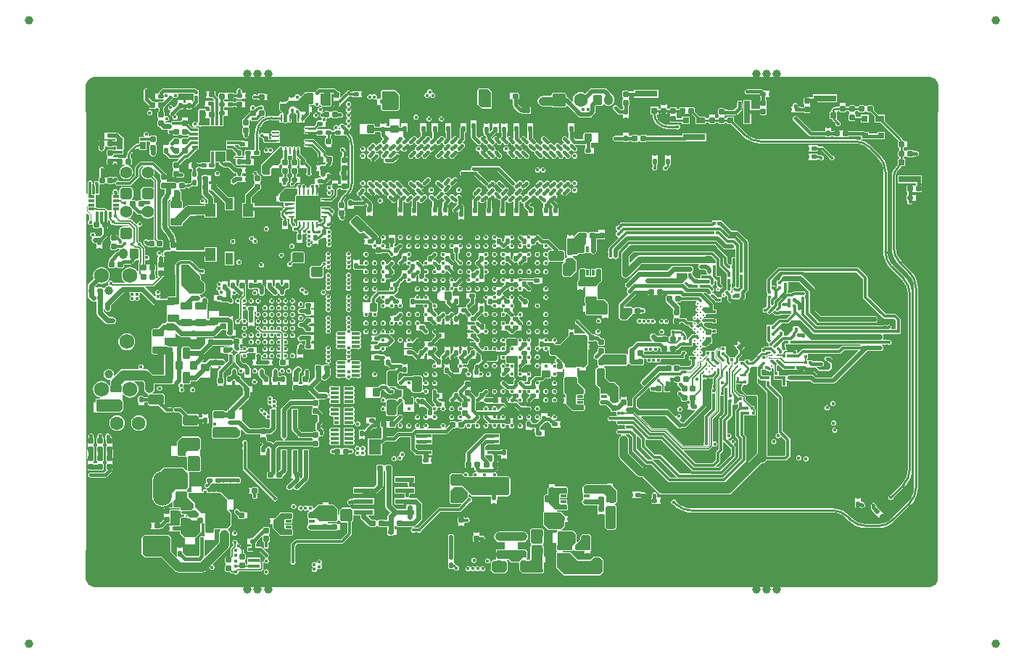
<source format=gbl>
G04 Layer_Physical_Order=12*
G04 Layer_Color=16711680*
%FSLAX44Y44*%
%MOMM*%
G71*
G01*
G75*
%ADD11C,0.3500*%
%ADD12C,0.2000*%
%ADD13C,0.1400*%
%ADD14C,0.3000*%
%ADD16C,0.1500*%
%ADD17C,0.1100*%
%ADD18C,0.1900*%
G04:AMPARAMS|DCode=19|XSize=1.3mm|YSize=0.8mm|CornerRadius=0.1mm|HoleSize=0mm|Usage=FLASHONLY|Rotation=0.000|XOffset=0mm|YOffset=0mm|HoleType=Round|Shape=RoundedRectangle|*
%AMROUNDEDRECTD19*
21,1,1.3000,0.6000,0,0,0.0*
21,1,1.1000,0.8000,0,0,0.0*
1,1,0.2000,0.5500,-0.3000*
1,1,0.2000,-0.5500,-0.3000*
1,1,0.2000,-0.5500,0.3000*
1,1,0.2000,0.5500,0.3000*
%
%ADD19ROUNDEDRECTD19*%
G04:AMPARAMS|DCode=20|XSize=1.3mm|YSize=0.8mm|CornerRadius=0.1mm|HoleSize=0mm|Usage=FLASHONLY|Rotation=90.000|XOffset=0mm|YOffset=0mm|HoleType=Round|Shape=RoundedRectangle|*
%AMROUNDEDRECTD20*
21,1,1.3000,0.6000,0,0,90.0*
21,1,1.1000,0.8000,0,0,90.0*
1,1,0.2000,0.3000,0.5500*
1,1,0.2000,0.3000,-0.5500*
1,1,0.2000,-0.3000,-0.5500*
1,1,0.2000,-0.3000,0.5500*
%
%ADD20ROUNDEDRECTD20*%
%ADD21R,0.3000X0.3500*%
G04:AMPARAMS|DCode=24|XSize=0.6mm|YSize=0.6mm|CornerRadius=0.06mm|HoleSize=0mm|Usage=FLASHONLY|Rotation=0.000|XOffset=0mm|YOffset=0mm|HoleType=Round|Shape=RoundedRectangle|*
%AMROUNDEDRECTD24*
21,1,0.6000,0.4800,0,0,0.0*
21,1,0.4800,0.6000,0,0,0.0*
1,1,0.1200,0.2400,-0.2400*
1,1,0.1200,-0.2400,-0.2400*
1,1,0.1200,-0.2400,0.2400*
1,1,0.1200,0.2400,0.2400*
%
%ADD24ROUNDEDRECTD24*%
G04:AMPARAMS|DCode=28|XSize=0.5mm|YSize=0.6mm|CornerRadius=0.05mm|HoleSize=0mm|Usage=FLASHONLY|Rotation=180.000|XOffset=0mm|YOffset=0mm|HoleType=Round|Shape=RoundedRectangle|*
%AMROUNDEDRECTD28*
21,1,0.5000,0.5000,0,0,180.0*
21,1,0.4000,0.6000,0,0,180.0*
1,1,0.1000,-0.2000,0.2500*
1,1,0.1000,0.2000,0.2500*
1,1,0.1000,0.2000,-0.2500*
1,1,0.1000,-0.2000,-0.2500*
%
%ADD28ROUNDEDRECTD28*%
G04:AMPARAMS|DCode=33|XSize=0.5mm|YSize=0.6mm|CornerRadius=0.05mm|HoleSize=0mm|Usage=FLASHONLY|Rotation=90.000|XOffset=0mm|YOffset=0mm|HoleType=Round|Shape=RoundedRectangle|*
%AMROUNDEDRECTD33*
21,1,0.5000,0.5000,0,0,90.0*
21,1,0.4000,0.6000,0,0,90.0*
1,1,0.1000,0.2500,0.2000*
1,1,0.1000,0.2500,-0.2000*
1,1,0.1000,-0.2500,-0.2000*
1,1,0.1000,-0.2500,0.2000*
%
%ADD33ROUNDEDRECTD33*%
G04:AMPARAMS|DCode=35|XSize=0.6mm|YSize=0.6mm|CornerRadius=0.06mm|HoleSize=0mm|Usage=FLASHONLY|Rotation=270.000|XOffset=0mm|YOffset=0mm|HoleType=Round|Shape=RoundedRectangle|*
%AMROUNDEDRECTD35*
21,1,0.6000,0.4800,0,0,270.0*
21,1,0.4800,0.6000,0,0,270.0*
1,1,0.1200,-0.2400,-0.2400*
1,1,0.1200,-0.2400,0.2400*
1,1,0.1200,0.2400,0.2400*
1,1,0.1200,0.2400,-0.2400*
%
%ADD35ROUNDEDRECTD35*%
%ADD36R,0.7000X0.3000*%
%ADD37R,1.6000X2.3500*%
%ADD38C,1.0000*%
G04:AMPARAMS|DCode=46|XSize=1mm|YSize=0.9mm|CornerRadius=0.1125mm|HoleSize=0mm|Usage=FLASHONLY|Rotation=90.000|XOffset=0mm|YOffset=0mm|HoleType=Round|Shape=RoundedRectangle|*
%AMROUNDEDRECTD46*
21,1,1.0000,0.6750,0,0,90.0*
21,1,0.7750,0.9000,0,0,90.0*
1,1,0.2250,0.3375,0.3875*
1,1,0.2250,0.3375,-0.3875*
1,1,0.2250,-0.3375,-0.3875*
1,1,0.2250,-0.3375,0.3875*
%
%ADD46ROUNDEDRECTD46*%
G04:AMPARAMS|DCode=47|XSize=1mm|YSize=0.9mm|CornerRadius=0.1125mm|HoleSize=0mm|Usage=FLASHONLY|Rotation=180.000|XOffset=0mm|YOffset=0mm|HoleType=Round|Shape=RoundedRectangle|*
%AMROUNDEDRECTD47*
21,1,1.0000,0.6750,0,0,180.0*
21,1,0.7750,0.9000,0,0,180.0*
1,1,0.2250,-0.3875,0.3375*
1,1,0.2250,0.3875,0.3375*
1,1,0.2250,0.3875,-0.3375*
1,1,0.2250,-0.3875,-0.3375*
%
%ADD47ROUNDEDRECTD47*%
G04:AMPARAMS|DCode=53|XSize=0.5mm|YSize=0.6mm|CornerRadius=0.05mm|HoleSize=0mm|Usage=FLASHONLY|Rotation=225.000|XOffset=0mm|YOffset=0mm|HoleType=Round|Shape=RoundedRectangle|*
%AMROUNDEDRECTD53*
21,1,0.5000,0.5000,0,0,225.0*
21,1,0.4000,0.6000,0,0,225.0*
1,1,0.1000,-0.3182,0.0354*
1,1,0.1000,-0.0354,0.3182*
1,1,0.1000,0.3182,-0.0354*
1,1,0.1000,0.0354,-0.3182*
%
%ADD53ROUNDEDRECTD53*%
G04:AMPARAMS|DCode=59|XSize=0.6mm|YSize=0.6mm|CornerRadius=0.06mm|HoleSize=0mm|Usage=FLASHONLY|Rotation=45.000|XOffset=0mm|YOffset=0mm|HoleType=Round|Shape=RoundedRectangle|*
%AMROUNDEDRECTD59*
21,1,0.6000,0.4800,0,0,45.0*
21,1,0.4800,0.6000,0,0,45.0*
1,1,0.1200,0.3394,0.0000*
1,1,0.1200,0.0000,-0.3394*
1,1,0.1200,-0.3394,0.0000*
1,1,0.1200,0.0000,0.3394*
%
%ADD59ROUNDEDRECTD59*%
%ADD65R,0.6000X0.3500*%
%ADD66R,0.6000X0.3000*%
G04:AMPARAMS|DCode=73|XSize=1.8mm|YSize=1.15mm|CornerRadius=0.1437mm|HoleSize=0mm|Usage=FLASHONLY|Rotation=180.000|XOffset=0mm|YOffset=0mm|HoleType=Round|Shape=RoundedRectangle|*
%AMROUNDEDRECTD73*
21,1,1.8000,0.8625,0,0,180.0*
21,1,1.5125,1.1500,0,0,180.0*
1,1,0.2875,-0.7562,0.4313*
1,1,0.2875,0.7562,0.4313*
1,1,0.2875,0.7562,-0.4313*
1,1,0.2875,-0.7562,-0.4313*
%
%ADD73ROUNDEDRECTD73*%
G04:AMPARAMS|DCode=80|XSize=1.8mm|YSize=1.15mm|CornerRadius=0.1437mm|HoleSize=0mm|Usage=FLASHONLY|Rotation=90.000|XOffset=0mm|YOffset=0mm|HoleType=Round|Shape=RoundedRectangle|*
%AMROUNDEDRECTD80*
21,1,1.8000,0.8625,0,0,90.0*
21,1,1.5125,1.1500,0,0,90.0*
1,1,0.2875,0.4313,0.7562*
1,1,0.2875,0.4313,-0.7562*
1,1,0.2875,-0.4313,-0.7562*
1,1,0.2875,-0.4313,0.7562*
%
%ADD80ROUNDEDRECTD80*%
%ADD95R,0.3000X0.7000*%
%ADD96R,2.3500X1.6000*%
%ADD99C,0.3100*%
%ADD100C,0.4000*%
%ADD101C,0.7000*%
%ADD102C,0.5000*%
%ADD103C,0.6000*%
%ADD104C,0.1300*%
%ADD105C,0.2500*%
%ADD106C,0.1000*%
%ADD107C,1.2000*%
%ADD109C,0.3090*%
%ADD111C,1.0000*%
%ADD112C,0.8000*%
%ADD115C,0.6604*%
%ADD116O,4.0000X2.0000*%
%ADD117O,2.2000X4.0000*%
%ADD118O,2.0000X4.0000*%
G04:AMPARAMS|DCode=119|XSize=1.2mm|YSize=1.1mm|CornerRadius=0.1375mm|HoleSize=0mm|Usage=FLASHONLY|Rotation=90.000|XOffset=0mm|YOffset=0mm|HoleType=Round|Shape=RoundedRectangle|*
%AMROUNDEDRECTD119*
21,1,1.2000,0.8250,0,0,90.0*
21,1,0.9250,1.1000,0,0,90.0*
1,1,0.2750,0.4125,0.4625*
1,1,0.2750,0.4125,-0.4625*
1,1,0.2750,-0.4125,-0.4625*
1,1,0.2750,-0.4125,0.4625*
%
%ADD119ROUNDEDRECTD119*%
%ADD120O,1.1000X1.2000*%
%ADD121C,1.7500*%
G04:AMPARAMS|DCode=122|XSize=1.4mm|YSize=1.4mm|CornerRadius=0.35mm|HoleSize=0mm|Usage=FLASHONLY|Rotation=90.000|XOffset=0mm|YOffset=0mm|HoleType=Round|Shape=RoundedRectangle|*
%AMROUNDEDRECTD122*
21,1,1.4000,0.7000,0,0,90.0*
21,1,0.7000,1.4000,0,0,90.0*
1,1,0.7000,0.3500,0.3500*
1,1,0.7000,0.3500,-0.3500*
1,1,0.7000,-0.3500,-0.3500*
1,1,0.7000,-0.3500,0.3500*
%
%ADD122ROUNDEDRECTD122*%
%ADD123C,1.4000*%
%ADD124C,5.0000*%
%ADD125C,1.6000*%
G04:AMPARAMS|DCode=126|XSize=1.524mm|YSize=1.524mm|CornerRadius=0.1905mm|HoleSize=0mm|Usage=FLASHONLY|Rotation=90.000|XOffset=0mm|YOffset=0mm|HoleType=Round|Shape=RoundedRectangle|*
%AMROUNDEDRECTD126*
21,1,1.5240,1.1430,0,0,90.0*
21,1,1.1430,1.5240,0,0,90.0*
1,1,0.3810,0.5715,0.5715*
1,1,0.3810,0.5715,-0.5715*
1,1,0.3810,-0.5715,-0.5715*
1,1,0.3810,-0.5715,0.5715*
%
%ADD126ROUNDEDRECTD126*%
%ADD127C,0.4000*%
%ADD128C,0.5000*%
%ADD132C,1.1000*%
%ADD134C,0.2540*%
%ADD135R,0.7000X0.7000*%
%ADD136R,1.0000X0.7000*%
%ADD137R,0.7000X0.7000*%
%ADD138R,0.7000X1.0000*%
G04:AMPARAMS|DCode=139|XSize=0.6mm|YSize=1mm|CornerRadius=0.075mm|HoleSize=0mm|Usage=FLASHONLY|Rotation=90.000|XOffset=0mm|YOffset=0mm|HoleType=Round|Shape=RoundedRectangle|*
%AMROUNDEDRECTD139*
21,1,0.6000,0.8500,0,0,90.0*
21,1,0.4500,1.0000,0,0,90.0*
1,1,0.1500,0.4250,0.2250*
1,1,0.1500,0.4250,-0.2250*
1,1,0.1500,-0.4250,-0.2250*
1,1,0.1500,-0.4250,0.2250*
%
%ADD139ROUNDEDRECTD139*%
%ADD140R,0.2500X0.8000*%
%ADD141R,0.8000X0.2500*%
%ADD142R,2.7000X2.7000*%
%ADD143R,0.3500X0.3000*%
%ADD144R,0.8000X0.3000*%
%ADD145R,0.3000X0.8000*%
%ADD146R,1.2500X1.2500*%
%ADD147C,0.4500*%
G04:AMPARAMS|DCode=148|XSize=1.8mm|YSize=1.2mm|CornerRadius=0.15mm|HoleSize=0mm|Usage=FLASHONLY|Rotation=180.000|XOffset=0mm|YOffset=0mm|HoleType=Round|Shape=RoundedRectangle|*
%AMROUNDEDRECTD148*
21,1,1.8000,0.9000,0,0,180.0*
21,1,1.5000,1.2000,0,0,180.0*
1,1,0.3000,-0.7500,0.4500*
1,1,0.3000,0.7500,0.4500*
1,1,0.3000,0.7500,-0.4500*
1,1,0.3000,-0.7500,-0.4500*
%
%ADD148ROUNDEDRECTD148*%
%ADD149R,2.2000X0.5500*%
%ADD150R,0.5500X2.2000*%
%ADD151R,1.4000X0.4500*%
%ADD152O,0.2500X0.9000*%
%ADD153O,0.9000X0.2500*%
%ADD154R,2.6000X2.6000*%
G04:AMPARAMS|DCode=155|XSize=1.4mm|YSize=1.2mm|CornerRadius=0.15mm|HoleSize=0mm|Usage=FLASHONLY|Rotation=0.000|XOffset=0mm|YOffset=0mm|HoleType=Round|Shape=RoundedRectangle|*
%AMROUNDEDRECTD155*
21,1,1.4000,0.9000,0,0,0.0*
21,1,1.1000,1.2000,0,0,0.0*
1,1,0.3000,0.5500,-0.4500*
1,1,0.3000,-0.5500,-0.4500*
1,1,0.3000,-0.5500,0.4500*
1,1,0.3000,0.5500,0.4500*
%
%ADD155ROUNDEDRECTD155*%
%ADD156C,0.2000*%
G04:AMPARAMS|DCode=157|XSize=0.3mm|YSize=0.35mm|CornerRadius=0mm|HoleSize=0mm|Usage=FLASHONLY|Rotation=225.000|XOffset=0mm|YOffset=0mm|HoleType=Round|Shape=Rectangle|*
%AMROTATEDRECTD157*
4,1,4,-0.0177,0.2298,0.2298,-0.0177,0.0177,-0.2298,-0.2298,0.0177,-0.0177,0.2298,0.0*
%
%ADD157ROTATEDRECTD157*%

G04:AMPARAMS|DCode=158|XSize=0.3mm|YSize=0.35mm|CornerRadius=0mm|HoleSize=0mm|Usage=FLASHONLY|Rotation=315.000|XOffset=0mm|YOffset=0mm|HoleType=Round|Shape=Rectangle|*
%AMROTATEDRECTD158*
4,1,4,-0.2298,-0.0177,0.0177,0.2298,0.2298,0.0177,-0.0177,-0.2298,-0.2298,-0.0177,0.0*
%
%ADD158ROTATEDRECTD158*%

%ADD159R,0.9000X1.4000*%
%ADD160R,1.2000X1.5000*%
%ADD161R,2.1000X2.1000*%
G04:AMPARAMS|DCode=162|XSize=1.8mm|YSize=1.15mm|CornerRadius=0.1437mm|HoleSize=0mm|Usage=FLASHONLY|Rotation=315.000|XOffset=0mm|YOffset=0mm|HoleType=Round|Shape=RoundedRectangle|*
%AMROUNDEDRECTD162*
21,1,1.8000,0.8625,0,0,315.0*
21,1,1.5125,1.1500,0,0,315.0*
1,1,0.2875,0.2298,-0.8397*
1,1,0.2875,-0.8397,0.2298*
1,1,0.2875,-0.2298,0.8397*
1,1,0.2875,0.8397,-0.2298*
%
%ADD162ROUNDEDRECTD162*%
%ADD163C,0.9000*%
%ADD164C,0.1700*%
%ADD165C,0.2900*%
%ADD166C,0.3900*%
%ADD167C,0.3100*%
%ADD168C,0.2200*%
%ADD169C,0.3700*%
%ADD170C,0.3400*%
%ADD171C,0.2400*%
%ADD172C,0.2700*%
%ADD173C,0.3300*%
%ADD174C,0.4600*%
G36*
X135500Y365000D02*
Y361250D01*
X140500Y356250D01*
Y347750D01*
X137500Y344750D01*
X124000D01*
X114000Y354750D01*
Y378750D01*
X121750D01*
X135500Y365000D01*
D02*
G37*
G36*
X69182Y492503D02*
X68794Y492206D01*
X67512Y490535D01*
X66706Y488588D01*
X66431Y486500D01*
X66706Y484412D01*
X67512Y482466D01*
X68794Y480794D01*
X70465Y479512D01*
X72412Y478706D01*
X74500Y478431D01*
X76588Y478706D01*
X78407Y479459D01*
X81461Y476405D01*
Y469302D01*
X80461Y468768D01*
X79756Y469239D01*
X78000Y469588D01*
X71000D01*
X69244Y469239D01*
X67756Y468244D01*
X66761Y466756D01*
X66412Y465000D01*
Y458000D01*
X66761Y456244D01*
X67386Y455309D01*
X67348Y455028D01*
X66898Y454239D01*
X66079Y454076D01*
X66013Y454031D01*
X64600D01*
X63976Y453907D01*
X63446Y453554D01*
X63411Y453500D01*
X60589D01*
X60553Y453554D01*
X60024Y453907D01*
X59400Y454031D01*
X56823D01*
X56428Y455031D01*
X57239Y456244D01*
X57588Y458000D01*
Y465000D01*
X57239Y466756D01*
X56244Y468244D01*
X54756Y469239D01*
X53000Y469588D01*
X46000D01*
X44244Y469239D01*
X42756Y468244D01*
X41761Y466756D01*
X41412Y465000D01*
Y461000D01*
X40049D01*
Y462750D01*
X39855Y463725D01*
X39796Y463813D01*
X39576Y464921D01*
X38913Y465913D01*
X37920Y466576D01*
X36750Y466809D01*
X35580Y466576D01*
X34587Y465913D01*
X33924Y464921D01*
X33691Y463750D01*
X33924Y462579D01*
X34311Y462000D01*
X33803Y461000D01*
X32500D01*
Y456000D01*
X32500D01*
Y456000D01*
X32500D01*
Y446000D01*
X32500D01*
Y446000D01*
X32500D01*
Y441750D01*
X27740D01*
X27634Y442280D01*
X27192Y442942D01*
X27192Y442942D01*
X25942Y444192D01*
X25280Y444634D01*
X24500Y444789D01*
X16345D01*
X16192Y444942D01*
X15530Y445384D01*
X14805Y445528D01*
X14000Y446000D01*
Y451000D01*
Y460250D01*
X18250D01*
Y465004D01*
X18299Y465250D01*
Y472059D01*
X18684Y472695D01*
X19225Y472969D01*
X23650D01*
X24274Y473093D01*
X24804Y473447D01*
X24839Y473500D01*
X27661D01*
X27696Y473447D01*
X28226Y473093D01*
X28850Y472969D01*
X33650D01*
X34274Y473093D01*
X34804Y473447D01*
X34820Y473471D01*
X36013Y473623D01*
X36554Y473181D01*
X36674Y472579D01*
X37337Y471587D01*
X38330Y470924D01*
X39500Y470691D01*
X40670Y470924D01*
X41016Y471155D01*
X53750D01*
X54743Y471353D01*
X55585Y471915D01*
X63835Y480165D01*
X64397Y481007D01*
X64595Y482000D01*
Y490175D01*
X67870Y493450D01*
X68861D01*
X69182Y492503D01*
D02*
G37*
G36*
X89254Y483577D02*
X89219Y483400D01*
Y478600D01*
X89343Y477976D01*
X89697Y477446D01*
X89750Y477411D01*
Y474589D01*
X89697Y474553D01*
X89343Y474024D01*
X89219Y473400D01*
Y468600D01*
X89343Y467976D01*
X89697Y467447D01*
X90226Y467093D01*
X90850Y466969D01*
X90877D01*
X91000Y466918D01*
X94672D01*
Y462225D01*
X94659D01*
X94558Y461717D01*
X94088Y460912D01*
X94088Y460912D01*
X91891Y458049D01*
X90510Y454714D01*
X90038Y451135D01*
X90078D01*
Y426117D01*
X90085Y426085D01*
X90381Y423074D01*
X91269Y420147D01*
X92711Y417450D01*
X94630Y415111D01*
X94649Y415084D01*
X94769Y415003D01*
X97029Y412250D01*
X98775Y408982D01*
X99851Y405437D01*
X100210Y401792D01*
X100172Y401750D01*
X100172D01*
X100219Y401513D01*
Y399350D01*
X100343Y398726D01*
X100696Y398196D01*
X100750Y398161D01*
Y395828D01*
X96250D01*
X94689Y395518D01*
X93366Y394634D01*
X92482Y393311D01*
X92172Y391750D01*
X92482Y390189D01*
X93018Y389387D01*
X92273Y388773D01*
X91116Y389547D01*
X90705Y390648D01*
X90826Y390830D01*
X91059Y392000D01*
X90826Y393171D01*
X90163Y394163D01*
X89171Y394826D01*
X88000Y395059D01*
X86830Y394826D01*
X85837Y394163D01*
X85174Y393171D01*
X84941Y392000D01*
X85174Y390830D01*
X85837Y389837D01*
X86496Y389397D01*
X86818Y388363D01*
X86815Y388157D01*
X86453Y387616D01*
X86181Y386250D01*
Y381781D01*
X85843Y381274D01*
X85719Y380650D01*
Y375850D01*
X85843Y375226D01*
X86196Y374697D01*
X86250Y374661D01*
Y371839D01*
X86196Y371804D01*
X85843Y371274D01*
X85719Y370650D01*
Y365850D01*
X85843Y365226D01*
X86196Y364697D01*
X86343Y363477D01*
X85031Y362165D01*
X84031Y362579D01*
Y366400D01*
X83907Y367024D01*
X83553Y367553D01*
X83059Y367884D01*
Y371116D01*
X83553Y371446D01*
X83907Y371976D01*
X84031Y372600D01*
Y377400D01*
X83907Y378024D01*
X83553Y378554D01*
X83024Y378907D01*
X82400Y379031D01*
X77600D01*
X76976Y378907D01*
X76446Y378554D01*
X76411Y378500D01*
X73589Y378500D01*
X73554Y378554D01*
X73024Y378907D01*
X72400Y379031D01*
X71533D01*
Y383345D01*
X72533Y383884D01*
X73500Y383691D01*
X74671Y383924D01*
X75663Y384587D01*
X76326Y385579D01*
X76559Y386750D01*
X76326Y387920D01*
X75663Y388913D01*
X74671Y389576D01*
X73500Y389809D01*
X72533Y389617D01*
X71533Y390155D01*
Y397450D01*
X71401Y398113D01*
X71026Y398676D01*
X67708Y401993D01*
X67809Y402500D01*
X67576Y403671D01*
X66913Y404663D01*
X65921Y405326D01*
X64750Y405559D01*
X64604Y405530D01*
X63789Y406345D01*
Y422257D01*
X64249Y422766D01*
X64693Y423052D01*
X65250Y422941D01*
X66420Y423174D01*
X67413Y423837D01*
X68076Y424829D01*
X68309Y426000D01*
X68076Y427170D01*
X67413Y428163D01*
X66420Y428826D01*
X65250Y429059D01*
X64079Y428826D01*
X63087Y428163D01*
X62424Y427170D01*
X62245Y426273D01*
X61480Y425911D01*
X61225Y425879D01*
X55912Y431192D01*
X55251Y431634D01*
X54471Y431789D01*
X52592D01*
X52393Y432789D01*
X53534Y433262D01*
X55206Y434544D01*
X56488Y436216D01*
X57294Y438162D01*
X57569Y440250D01*
X57464Y441046D01*
X58411Y441513D01*
X61837Y438087D01*
X61837Y438087D01*
X62829Y437424D01*
X64000Y437191D01*
X64000Y437191D01*
X67108D01*
X67512Y436216D01*
X68794Y434544D01*
X70465Y433262D01*
X72412Y432456D01*
X74500Y432181D01*
X76588Y432456D01*
X78534Y433262D01*
X80206Y434544D01*
X80514Y434946D01*
X81461Y434625D01*
Y408500D01*
X81515Y408228D01*
X81425Y407995D01*
X80828Y407315D01*
X80761Y407281D01*
X76350D01*
X75726Y407157D01*
X75197Y406804D01*
X74761Y407266D01*
X74663Y407413D01*
X73671Y408076D01*
X72500Y408309D01*
X71329Y408076D01*
X70337Y407413D01*
X69674Y406421D01*
X69441Y405250D01*
X69491Y405000D01*
X69441Y404750D01*
X69674Y403579D01*
X70337Y402587D01*
X71837Y401087D01*
X71837Y401087D01*
X72829Y400424D01*
X74000Y400191D01*
X74000Y400191D01*
X74866D01*
X75197Y399696D01*
X75726Y399343D01*
X76350Y399219D01*
X81150D01*
X81775Y399343D01*
X82304Y399696D01*
X82339Y399750D01*
X85161D01*
X85197Y399696D01*
X85726Y399343D01*
X86350Y399219D01*
X91150D01*
X91775Y399343D01*
X92304Y399696D01*
X92657Y400226D01*
X92782Y400850D01*
Y405650D01*
X92657Y406274D01*
X92304Y406804D01*
X91775Y407157D01*
X91150Y407281D01*
X87603D01*
X85539Y409345D01*
Y477250D01*
X85539Y477250D01*
X85384Y478030D01*
X84942Y478692D01*
X84942Y478692D01*
X81349Y482285D01*
X81488Y482466D01*
X82294Y484412D01*
X82569Y486500D01*
X82294Y488588D01*
X81917Y489499D01*
X82765Y490066D01*
X89254Y483577D01*
D02*
G37*
G36*
X45000Y219000D02*
Y210250D01*
X41750Y207000D01*
X16625D01*
X14750Y208875D01*
X14750Y221250D01*
X42750D01*
X45000Y219000D01*
D02*
G37*
G36*
X104500Y468000D02*
X91000D01*
Y474000D01*
X104500D01*
Y468000D01*
D02*
G37*
G36*
X170811Y283172D02*
X170329Y283076D01*
X169596Y282586D01*
X169489Y282657D01*
X168864Y282781D01*
X164064D01*
X163440Y282657D01*
X162911Y282304D01*
X162875Y282250D01*
X159464Y282250D01*
X159465Y275250D01*
X162875D01*
X162911Y275196D01*
X163440Y274843D01*
X164064Y274719D01*
X168339D01*
X168877Y273724D01*
X168674Y273421D01*
X168441Y272250D01*
Y266767D01*
X165982Y264308D01*
X165026Y264765D01*
X164768Y266061D01*
X163884Y267384D01*
X162561Y268268D01*
X161000Y268578D01*
X155359D01*
X155250Y268624D01*
X151250D01*
X151141Y268578D01*
X147750D01*
X146189Y268268D01*
X144866Y267384D01*
X144866Y267384D01*
X141774Y264292D01*
X138474D01*
X138026Y265219D01*
X138022Y265254D01*
X139248Y266480D01*
X139248Y266480D01*
X140132Y267803D01*
X140442Y269364D01*
X140442Y269364D01*
Y273561D01*
X151053Y284172D01*
X170712D01*
X170811Y283172D01*
D02*
G37*
G36*
X166500Y309000D02*
Y304500D01*
X165250Y303250D01*
X160500D01*
X158250Y301000D01*
Y300500D01*
X158000D01*
X153750Y304750D01*
X155750Y306750D01*
X157750Y306750D01*
X158750Y307750D01*
X158750Y308750D01*
X160250Y310250D01*
X165250D01*
X166500Y309000D01*
D02*
G37*
G36*
X14500Y597750D02*
X988000Y597750D01*
X988423D01*
X990404Y597356D01*
X992269Y596583D01*
X993948Y595462D01*
X995376Y594034D01*
X996497Y592355D01*
X997270Y590490D01*
X997664Y588509D01*
Y587500D01*
Y587250D01*
X997750D01*
X997750Y556750D01*
X997164D01*
X997164Y15250D01*
X997164D01*
Y12500D01*
Y11490D01*
X996770Y9510D01*
X995997Y7645D01*
X994876Y5966D01*
X993448Y4538D01*
X991769Y3417D01*
X989904Y2644D01*
X988000Y2265D01*
Y2250D01*
X14500Y2250D01*
D01*
X11490D01*
X9510Y2644D01*
X7645Y3417D01*
X5966Y4538D01*
X4538Y5966D01*
X3417Y7645D01*
X2644Y9510D01*
X2250Y11490D01*
Y12500D01*
Y14500D01*
X2250Y45000D01*
X3059D01*
Y438088D01*
X3983Y438471D01*
X6126Y436327D01*
Y430523D01*
X5587Y430163D01*
X4924Y429171D01*
X4691Y428000D01*
X4924Y426829D01*
X5587Y425837D01*
X6579Y425174D01*
X7750Y424941D01*
X8921Y425174D01*
X9469Y425540D01*
X10469Y425006D01*
Y422600D01*
X10593Y421976D01*
X10947Y421446D01*
X11476Y421093D01*
X12100Y420969D01*
X16900D01*
X17524Y421093D01*
X18053Y421446D01*
X18089Y421500D01*
X20911D01*
X20946Y421446D01*
X21476Y421093D01*
X21691Y421050D01*
Y414517D01*
X18753Y411578D01*
X14027D01*
X13798Y411824D01*
X13375Y412578D01*
X13559Y413500D01*
X13326Y414670D01*
X12663Y415663D01*
X11671Y416326D01*
X10500Y416559D01*
X9330Y416326D01*
X8337Y415663D01*
X7674Y414670D01*
X7441Y413500D01*
X7674Y412329D01*
X8337Y411337D01*
X9330Y410674D01*
X9354Y410669D01*
X9814Y409558D01*
X9482Y409061D01*
X9172Y407500D01*
X9482Y405939D01*
X10366Y404616D01*
X11689Y403732D01*
X13250Y403422D01*
X14376D01*
Y402000D01*
X14552Y401577D01*
X14500Y401500D01*
X14500D01*
Y397500D01*
X21500D01*
Y401500D01*
X21500D01*
X21448Y401577D01*
X21624Y402000D01*
Y404442D01*
X21884Y404616D01*
X22768Y405939D01*
X23017Y407191D01*
X26913Y411087D01*
X27576Y412080D01*
X27809Y413250D01*
Y421283D01*
X28054Y421446D01*
X28407Y421976D01*
X28531Y422600D01*
Y427400D01*
X28407Y428024D01*
X28299Y428186D01*
Y430518D01*
X29299Y430822D01*
X29308Y430808D01*
X31095Y429021D01*
X30941Y428250D01*
X31174Y427079D01*
X31837Y426087D01*
X32829Y425424D01*
X34000Y425191D01*
X34771Y425345D01*
X34808Y425308D01*
X34808Y425308D01*
X35470Y424866D01*
X36250Y424711D01*
X36250Y424711D01*
X51828D01*
X52101Y424338D01*
X51594Y423338D01*
X46000D01*
X44244Y422989D01*
X42756Y421994D01*
X41761Y420506D01*
X41412Y418750D01*
Y412303D01*
X40412Y411813D01*
X39976Y412105D01*
X39262Y412247D01*
X39157Y412774D01*
X38804Y413303D01*
X38274Y413657D01*
X37650Y413781D01*
X32850D01*
X32226Y413657D01*
X31697Y413303D01*
X31343Y412774D01*
X31219Y412150D01*
Y407350D01*
X31343Y406726D01*
X31697Y406196D01*
X31750Y406161D01*
Y403339D01*
X31697Y403303D01*
X31343Y402774D01*
X31219Y402150D01*
Y397350D01*
X31343Y396726D01*
X31697Y396197D01*
X32226Y395843D01*
X32850Y395719D01*
X37650D01*
X38274Y395843D01*
X38804Y396197D01*
X39157Y396726D01*
X39252Y397201D01*
X41410D01*
X41749Y396201D01*
X41664Y396136D01*
X40622Y394778D01*
X40324Y394059D01*
X39500D01*
X39500Y394059D01*
X38330Y393826D01*
X37337Y393163D01*
X37337Y393163D01*
X30337Y386163D01*
X29674Y385171D01*
X29441Y384000D01*
X29441Y384000D01*
Y382384D01*
X28946Y382053D01*
X28593Y381524D01*
X28469Y380900D01*
Y376100D01*
X28593Y375476D01*
X28946Y374947D01*
X29476Y374593D01*
X30100Y374469D01*
X34900D01*
X35524Y374593D01*
X36054Y374947D01*
X36089Y375000D01*
X38911D01*
X38946Y374947D01*
X39476Y374593D01*
X40100Y374469D01*
X44900D01*
X45524Y374593D01*
X46054Y374947D01*
X46407Y375476D01*
X46531Y376100D01*
Y378206D01*
X47267Y378941D01*
X54250D01*
X54250Y378941D01*
X55420Y379174D01*
X56413Y379837D01*
X60529Y383954D01*
X63125D01*
X64017Y384131D01*
X64056Y384136D01*
X65017Y383580D01*
Y381868D01*
X64074Y380926D01*
X63699Y380363D01*
X63567Y379700D01*
Y371176D01*
X62673Y370939D01*
X62567Y370949D01*
X61029Y372954D01*
X58992Y374517D01*
X56620Y375499D01*
X54075Y375834D01*
X51530Y375499D01*
X49158Y374517D01*
X47121Y372954D01*
X45558Y370917D01*
X44576Y368545D01*
X44241Y366000D01*
X44576Y363455D01*
X45558Y361083D01*
X47121Y359046D01*
X48108Y358289D01*
X47768Y357289D01*
X34501D01*
X34326Y358171D01*
X33663Y359163D01*
X32671Y359826D01*
X31500Y360059D01*
X30329Y359826D01*
X29337Y359163D01*
X28674Y358171D01*
X28441Y357000D01*
X28674Y355830D01*
X28835Y355589D01*
X28374Y354478D01*
X26734Y354152D01*
X24749Y352826D01*
X23665Y351203D01*
X22562Y351251D01*
X22398Y351648D01*
X21250Y352124D01*
X20527D01*
X20311Y352268D01*
X18750Y352578D01*
X17189Y352268D01*
X16973Y352124D01*
X16250D01*
X15827Y351949D01*
X15750Y352000D01*
Y352000D01*
X13757D01*
X13343Y353000D01*
X17191Y356848D01*
X18030Y356501D01*
X20575Y356166D01*
X23120Y356501D01*
X25492Y357483D01*
X27529Y359046D01*
X29091Y361083D01*
X30074Y363455D01*
X30409Y366000D01*
X30074Y368545D01*
X29091Y370917D01*
X27529Y372954D01*
X25492Y374517D01*
X23120Y375499D01*
X20575Y375834D01*
X18030Y375499D01*
X15658Y374517D01*
X13621Y372954D01*
X12058Y370917D01*
X11076Y368545D01*
X10741Y366000D01*
X11076Y363455D01*
X11423Y362616D01*
X5866Y357059D01*
X4982Y355736D01*
X4672Y354175D01*
X4672Y354175D01*
Y350609D01*
X4627Y350500D01*
Y346500D01*
X4672Y346391D01*
Y342450D01*
X4672Y342450D01*
X4982Y340890D01*
X5866Y339566D01*
X8816Y336616D01*
X10139Y335732D01*
X11700Y335422D01*
X13261Y335732D01*
X13672Y336007D01*
X14672Y335472D01*
Y322375D01*
X14672Y322375D01*
X14982Y320814D01*
X15866Y319491D01*
X24991Y310366D01*
X26314Y309482D01*
X27875Y309172D01*
X27875Y309172D01*
X33625D01*
X35186Y309482D01*
X36509Y310366D01*
X37393Y311689D01*
X37703Y313250D01*
X37393Y314811D01*
X36509Y316134D01*
X35186Y317018D01*
X33625Y317328D01*
X29564D01*
X22828Y324064D01*
Y326864D01*
X23828Y326962D01*
X23982Y326189D01*
X24866Y324866D01*
X26189Y323982D01*
X27750Y323672D01*
X29311Y323982D01*
X30634Y324866D01*
X31518Y326189D01*
X31828Y327750D01*
Y331311D01*
X46689Y346171D01*
X53065D01*
X53625Y345172D01*
X53441Y344250D01*
X53674Y343079D01*
X54337Y342087D01*
Y341413D01*
X53674Y340420D01*
X53441Y339250D01*
X53674Y338079D01*
X54337Y337087D01*
X55329Y336424D01*
X56500Y336191D01*
X57670Y336424D01*
X58663Y337087D01*
X58774Y337253D01*
X59976D01*
X60087Y337087D01*
X61080Y336424D01*
X62250Y336191D01*
X63421Y336424D01*
X64413Y337087D01*
X65076Y338079D01*
X65309Y339250D01*
X65076Y340420D01*
X64413Y341413D01*
Y342087D01*
X65076Y343079D01*
X65309Y344250D01*
X65125Y345172D01*
X65614Y346044D01*
X66610Y346122D01*
X80616Y332116D01*
X80616Y332116D01*
X81939Y331232D01*
X83500Y330922D01*
X83500Y330922D01*
X96750D01*
Y320000D01*
X96750Y320000D01*
X96714Y319015D01*
X96711Y319000D01*
Y313000D01*
X96866Y312220D01*
X96296Y311377D01*
X95593Y310907D01*
X95123Y310204D01*
X95098Y310078D01*
X93750D01*
X93750Y310079D01*
X92189Y309768D01*
X90866Y308884D01*
X86021Y304039D01*
X81250D01*
X80470Y303884D01*
X79808Y303442D01*
X79366Y302780D01*
X79211Y302000D01*
Y296000D01*
X79214Y295985D01*
X79250Y295000D01*
X79250Y295000D01*
X79250Y295000D01*
Y283000D01*
X79250Y283000D01*
X79214Y282015D01*
X79211Y282000D01*
Y276000D01*
X79366Y275220D01*
X79808Y274558D01*
X80470Y274116D01*
X81250Y273961D01*
X84392D01*
X84604Y273819D01*
X86750Y273392D01*
X93677D01*
X93892Y273177D01*
Y250358D01*
X80877D01*
X76742Y254492D01*
X75280Y255614D01*
X73577Y256320D01*
X71750Y256560D01*
X69764D01*
X69229Y257560D01*
X69576Y258079D01*
X69809Y259250D01*
X69576Y260420D01*
X68913Y261413D01*
X67920Y262076D01*
X66750Y262309D01*
X65579Y262076D01*
X64587Y261413D01*
X63924Y260420D01*
X63691Y259250D01*
X63924Y258079D01*
X64271Y257560D01*
X63736Y256560D01*
X46000D01*
X44173Y256320D01*
X42470Y255614D01*
X41008Y254492D01*
X35958Y249443D01*
X35076Y249914D01*
X35192Y250500D01*
X34727Y252841D01*
X33401Y254826D01*
X31416Y256152D01*
X29075Y256618D01*
X26734Y256152D01*
X24749Y254826D01*
X23423Y252841D01*
X22957Y250500D01*
X23423Y248159D01*
X24749Y246174D01*
X26734Y244848D01*
X29075Y244382D01*
X30347Y244635D01*
X31066Y243759D01*
X30680Y242827D01*
X30440Y241000D01*
Y237765D01*
X30315Y237577D01*
X29299Y237576D01*
X29221Y237604D01*
X29091Y237917D01*
X27529Y239954D01*
X25492Y241517D01*
X23120Y242499D01*
X20575Y242834D01*
X18030Y242499D01*
X15658Y241517D01*
X13621Y239954D01*
X12058Y237917D01*
X11076Y235545D01*
X10741Y233000D01*
X11076Y230455D01*
X12058Y228083D01*
X13621Y226046D01*
X15658Y224483D01*
X18030Y223501D01*
X19310Y223332D01*
X19244Y222332D01*
X14750D01*
X13985Y222015D01*
X13668Y221250D01*
X13668Y218125D01*
X11750D01*
Y206125D01*
X16125Y206125D01*
X16625Y205918D01*
X41750D01*
X42515Y206235D01*
X42516Y206235D01*
X45765Y209485D01*
X46082Y210250D01*
Y219000D01*
X45765Y219765D01*
X45765Y219765D01*
X45000Y220531D01*
Y227168D01*
X46000Y227507D01*
X47121Y226046D01*
X49158Y224483D01*
X51530Y223501D01*
X54075Y223166D01*
X56620Y223501D01*
X58992Y224483D01*
X61029Y226046D01*
X62592Y228083D01*
X63574Y230455D01*
X63909Y233000D01*
X63574Y235545D01*
X62592Y237917D01*
X61029Y239954D01*
X59092Y241440D01*
X59108Y242102D01*
X59176Y242440D01*
X68825D01*
X70382Y240883D01*
Y233750D01*
X70848Y231409D01*
X72174Y229424D01*
X74159Y228098D01*
X74596Y228011D01*
X74944Y226922D01*
X74645Y226475D01*
X74451Y225500D01*
Y224059D01*
X70392D01*
X70148Y224648D01*
X69000Y225124D01*
X65000D01*
X63852Y224648D01*
X63376Y223500D01*
Y218500D01*
X63552Y218077D01*
X63500Y218000D01*
X63500D01*
Y214000D01*
X70500D01*
Y217941D01*
X74451D01*
Y216500D01*
X74645Y215525D01*
X75198Y214698D01*
X76025Y214145D01*
X77000Y213951D01*
X87223D01*
X94337Y206837D01*
X95330Y206174D01*
X96500Y205941D01*
X96500Y205941D01*
X102000D01*
X103170Y206174D01*
X104163Y206837D01*
X105203Y206593D01*
X105829Y206174D01*
X107000Y205941D01*
X111233D01*
X114667Y202508D01*
X114645Y202475D01*
X114451Y201500D01*
Y192500D01*
X114645Y191525D01*
X115198Y190698D01*
X116025Y190145D01*
X117000Y189951D01*
X132000D01*
X132975Y190145D01*
X133802Y190698D01*
X134355Y191525D01*
X134549Y192500D01*
Y193941D01*
X138608D01*
X138852Y193352D01*
X140000Y192876D01*
X144000D01*
X145148Y193352D01*
X145624Y194500D01*
Y199500D01*
X145449Y199923D01*
X145500Y200000D01*
X145500D01*
Y204000D01*
X138500D01*
Y200059D01*
X134549D01*
Y201500D01*
X134355Y202475D01*
X133802Y203302D01*
X132975Y203855D01*
X132000Y204049D01*
X121777D01*
X114663Y211163D01*
X113671Y211826D01*
X112500Y212059D01*
X112500Y212059D01*
X107000D01*
X105829Y211826D01*
X104837Y211163D01*
X103798Y211407D01*
X103170Y211826D01*
X102000Y212059D01*
X97767D01*
X94333Y215492D01*
X94355Y215525D01*
X94549Y216500D01*
Y225500D01*
X94355Y226475D01*
X93802Y227302D01*
X92975Y227855D01*
X92000Y228049D01*
X80567D01*
X80264Y229049D01*
X80826Y229424D01*
X82152Y231409D01*
X82618Y233750D01*
Y239142D01*
X95680D01*
X95720Y239116D01*
X96500Y238961D01*
X102500D01*
X102515Y238964D01*
X103500Y239000D01*
X103500Y239000D01*
X103500Y239000D01*
X109783D01*
X110541Y238000D01*
X110441Y237500D01*
X110674Y236329D01*
X111337Y235337D01*
X111572Y235180D01*
X112327Y234670D01*
X111827Y233899D01*
X111674Y233671D01*
X111441Y232500D01*
X111674Y231329D01*
X112337Y230337D01*
X113329Y229674D01*
X114500Y229441D01*
X115670Y229674D01*
X116663Y230337D01*
X117326Y231329D01*
X117559Y232500D01*
X117326Y233671D01*
X116663Y234663D01*
X116428Y234820D01*
X115673Y235330D01*
X116173Y236101D01*
X116326Y236329D01*
X116559Y237500D01*
X116464Y237976D01*
X117243Y238961D01*
X122500D01*
X123280Y239116D01*
X123942Y239558D01*
X124384Y240220D01*
X124539Y241000D01*
Y242422D01*
X129750D01*
X129750Y242422D01*
X131311Y242732D01*
X132634Y243616D01*
X135038Y246020D01*
X136000Y246250D01*
Y246250D01*
X136000Y246250D01*
X148000D01*
X148000Y254250D01*
X148000Y254250D01*
X148015Y255244D01*
X148042Y255375D01*
Y259024D01*
X148750Y259732D01*
X149750Y259318D01*
X149750Y257500D01*
X156750Y257500D01*
X156750Y259715D01*
X157457Y260422D01*
X160518D01*
X160932Y259422D01*
X157337Y255827D01*
X156674Y254835D01*
X156441Y253664D01*
X156441Y253664D01*
Y247384D01*
X155947Y247054D01*
X155593Y246524D01*
X155469Y245900D01*
Y241100D01*
X155593Y240476D01*
X155947Y239946D01*
X156000Y239911D01*
Y236500D01*
X163000D01*
Y239911D01*
X163053Y239946D01*
X163407Y240476D01*
X163531Y241100D01*
Y245900D01*
X163407Y246524D01*
X163053Y247054D01*
X162559Y247384D01*
Y252397D01*
X167261Y257100D01*
X167756Y257430D01*
X173663Y263337D01*
X174326Y264329D01*
X174559Y265500D01*
X174559Y265500D01*
Y272250D01*
X174326Y273421D01*
X173663Y274413D01*
X172670Y275076D01*
X171924Y275224D01*
X171712Y276286D01*
X172163Y276587D01*
X173663Y278087D01*
X173663Y278087D01*
X174326Y279079D01*
X174375Y279324D01*
X175436Y279535D01*
X175977Y278727D01*
X176845Y277858D01*
X178003Y277085D01*
X179128Y276861D01*
X179560Y276194D01*
X179666Y275853D01*
X179500Y275597D01*
X178134Y275325D01*
X176977Y274552D01*
X176203Y273394D01*
X175931Y272028D01*
Y265500D01*
X176203Y264134D01*
X176977Y262977D01*
X181731Y258222D01*
X181604Y256935D01*
X181337Y256756D01*
X180674Y255764D01*
X180441Y254593D01*
X180674Y253423D01*
X181337Y252430D01*
X182330Y251767D01*
X183500Y251534D01*
X184671Y251767D01*
X185663Y252430D01*
X186326Y253423D01*
X186483Y254213D01*
X187336Y254718D01*
X187532Y254750D01*
X187626Y254693D01*
Y250750D01*
X187802Y250327D01*
X187750Y250250D01*
X187750D01*
Y246250D01*
X194750D01*
Y250250D01*
X194750D01*
X194698Y250327D01*
X194874Y250750D01*
Y255750D01*
X194819Y255883D01*
Y256843D01*
X194547Y258209D01*
X193773Y259366D01*
X190523Y262617D01*
X189366Y263390D01*
X188000Y263662D01*
X186385D01*
X183069Y266978D01*
Y272028D01*
X182918Y272784D01*
X183679Y273545D01*
X184601Y273053D01*
X184441Y272250D01*
X184674Y271080D01*
X185337Y270087D01*
X186329Y269424D01*
X187500Y269191D01*
X188671Y269424D01*
X189663Y270087D01*
X190326Y271080D01*
X190559Y272250D01*
X190326Y273421D01*
X189844Y274142D01*
X189937Y274366D01*
X190599Y274808D01*
X191381Y275590D01*
X192500Y275126D01*
X197500D01*
X197923Y275302D01*
X198000Y275250D01*
Y275250D01*
X200092D01*
X200627Y274250D01*
X200203Y273616D01*
X199931Y272250D01*
X200203Y270884D01*
X200431Y270543D01*
Y267750D01*
X197000D01*
X197000Y260750D01*
X201000Y260750D01*
Y260750D01*
X201077Y260802D01*
X201500Y260626D01*
X206500D01*
X206633Y260681D01*
X210617D01*
X210750Y260626D01*
X215750D01*
X216173Y260802D01*
X216250Y260750D01*
Y260750D01*
X220250Y260750D01*
Y267750D01*
X216250D01*
Y267750D01*
X216173Y267698D01*
X215750Y267874D01*
X210750D01*
X210617Y267819D01*
X207568D01*
Y271178D01*
X207569Y271511D01*
X208568Y271610D01*
X208674Y271080D01*
X209337Y270087D01*
X210329Y269424D01*
X211500Y269191D01*
X212670Y269424D01*
X213663Y270087D01*
X214326Y271080D01*
X214559Y272250D01*
X214326Y273421D01*
X213663Y274413D01*
X212670Y275076D01*
X211500Y275309D01*
X210329Y275076D01*
X209337Y274413D01*
X208674Y273421D01*
X208510Y272593D01*
X208441Y272250D01*
X207484Y272174D01*
X207423Y272481D01*
X207297Y273116D01*
X206523Y274273D01*
X206023Y274773D01*
X204866Y275547D01*
X203500Y275819D01*
X203000Y275719D01*
X202000Y276540D01*
X202000Y282250D01*
X198673D01*
X197872Y282282D01*
X197500Y282374D01*
X197051Y282374D01*
X197051Y282374D01*
X196726Y282374D01*
X192500D01*
X191352Y281898D01*
X191262Y281682D01*
X191025Y281616D01*
X190169Y281655D01*
X189663Y282413D01*
X188671Y283076D01*
X187500Y283309D01*
X186329Y283076D01*
X185337Y282413D01*
X184674Y281420D01*
X184441Y280250D01*
X184607Y279415D01*
X184021Y278541D01*
X183355Y278477D01*
X182714Y279259D01*
X182937Y280382D01*
X182665Y281747D01*
X182069Y282640D01*
Y285219D01*
X182089Y285250D01*
X185500D01*
Y292250D01*
X182089D01*
X182054Y292304D01*
X181524Y292657D01*
X180900Y292781D01*
X176100D01*
X175476Y292657D01*
X174946Y292304D01*
X174788Y292066D01*
X173808Y291708D01*
X173556Y291687D01*
X173061Y292018D01*
X171500Y292328D01*
X150750D01*
X150342Y292247D01*
X150311Y292268D01*
X148750Y292578D01*
X147189Y292268D01*
X146973Y292124D01*
X146250Y292124D01*
X145750Y292000D01*
Y292000D01*
X141750D01*
X141750Y286404D01*
X134675Y279328D01*
X124789D01*
Y280750D01*
X124634Y281530D01*
X124192Y282192D01*
X123530Y282634D01*
X122750Y282789D01*
X116750D01*
X116735Y282786D01*
X115750Y282750D01*
X115750Y282750D01*
X115750Y282750D01*
X103750D01*
X103750Y282750D01*
X102765Y282786D01*
X102750Y282789D01*
X100141D01*
X99965Y282965D01*
X98146Y284181D01*
X96000Y284608D01*
X94250D01*
Y292896D01*
X95000Y293500D01*
X107000Y293500D01*
X107000Y297926D01*
X107924Y298309D01*
X110763Y295470D01*
X110763Y295470D01*
X112086Y294586D01*
X113646Y294275D01*
X113647Y294275D01*
X123896D01*
X124604Y293568D01*
X124604Y291354D01*
X131603D01*
Y294275D01*
X151461D01*
X151461Y294275D01*
X153022Y294586D01*
X154345Y295470D01*
X158324Y299448D01*
X159015Y299735D01*
X159332Y300500D01*
Y300552D01*
X160948Y302168D01*
X165250D01*
X165422Y302239D01*
X166422Y301584D01*
Y301109D01*
X166376Y301000D01*
Y297000D01*
X166852Y295852D01*
X168000Y295376D01*
X168723D01*
X168939Y295232D01*
X170500Y294922D01*
X172061Y295232D01*
X172277Y295376D01*
X173000Y295376D01*
X173500Y295500D01*
Y295500D01*
X177500D01*
X177500Y302500D01*
X174578Y302500D01*
Y311500D01*
X174268Y313061D01*
X174124Y313277D01*
X174124Y314000D01*
X174000Y314500D01*
X174000D01*
X174000Y318500D01*
X167000Y318500D01*
Y318328D01*
X158250D01*
Y324750D01*
X146250D01*
Y316750D01*
X146250Y316750D01*
X146235Y315756D01*
X146208Y315625D01*
Y314828D01*
X144250D01*
Y326750D01*
X144250Y326750D01*
X144286Y327735D01*
X144289Y327750D01*
Y332847D01*
X144518Y333189D01*
X144828Y334750D01*
X144828Y334750D01*
Y337000D01*
X144518Y338561D01*
X143634Y339884D01*
X142311Y340768D01*
X140750Y341078D01*
X139189Y340768D01*
X137866Y339884D01*
X137807Y339796D01*
X137109Y339941D01*
X136808Y340101D01*
X136518Y341561D01*
X135778Y342668D01*
X136124Y343668D01*
X137500D01*
X137500Y343667D01*
X138265Y343985D01*
X138265Y343985D01*
X141265Y346985D01*
X141582Y347750D01*
Y356250D01*
X141582Y356250D01*
X141265Y357015D01*
X136582Y361698D01*
Y365000D01*
X136582Y365000D01*
X136265Y365765D01*
X136265Y365765D01*
X134810Y367221D01*
X134885Y367611D01*
X135244Y368201D01*
X136915D01*
X137330Y367924D01*
X138500Y367691D01*
X139670Y367924D01*
X140663Y368587D01*
X141326Y369579D01*
X141559Y370750D01*
X141326Y371921D01*
X140663Y372913D01*
X139670Y373576D01*
X138500Y373809D01*
X137330Y373576D01*
X136915Y373299D01*
X136056D01*
X126052Y383302D01*
X125225Y383855D01*
X124250Y384049D01*
X112750D01*
X111775Y383855D01*
X110948Y383302D01*
X108198Y380552D01*
X107645Y379725D01*
X107451Y378750D01*
X106000D01*
Y366750D01*
X107451D01*
Y341039D01*
X98750D01*
X97970Y340884D01*
X97308Y340442D01*
X96866Y339780D01*
X96726Y339078D01*
X89935D01*
X89375Y340078D01*
X89559Y341000D01*
X89326Y342170D01*
X88792Y342970D01*
X88663Y344087D01*
X89326Y345079D01*
X89559Y346250D01*
X89326Y347421D01*
X88663Y348413D01*
X87671Y349076D01*
X86500Y349309D01*
X85330Y349076D01*
X84337Y348413D01*
X83674Y347421D01*
X83441Y346250D01*
X83674Y345079D01*
X84208Y344280D01*
X84337Y343163D01*
X83674Y342170D01*
X83647Y342035D01*
X82562Y341706D01*
X72057Y352211D01*
X72471Y353211D01*
X81000D01*
X81780Y353366D01*
X82442Y353808D01*
X91192Y362558D01*
X91634Y363220D01*
X91789Y364000D01*
Y364219D01*
X92150D01*
X92774Y364343D01*
X93303Y364697D01*
X93657Y365226D01*
X93781Y365850D01*
Y370650D01*
X93657Y371274D01*
X93303Y371804D01*
X93250Y371839D01*
Y374661D01*
X93303Y374697D01*
X93657Y375226D01*
X93781Y375850D01*
Y380650D01*
X93657Y381274D01*
X93319Y381781D01*
Y386250D01*
X93047Y387616D01*
X92621Y388253D01*
X93366Y388866D01*
X94689Y387982D01*
X96250Y387672D01*
X141000D01*
Y381750D01*
X155000D01*
Y398750D01*
X141000D01*
Y395828D01*
X107750D01*
Y398161D01*
X107804Y398196D01*
X108157Y398726D01*
X108281Y399350D01*
Y401513D01*
X108328Y401750D01*
X108333D01*
X108281Y402410D01*
Y404150D01*
X108157Y404774D01*
X108087Y404879D01*
X108001Y405976D01*
X107011Y410099D01*
X105388Y414016D01*
X103173Y417631D01*
X100420Y420855D01*
X100420Y420855D01*
X99818Y421606D01*
X99220Y422386D01*
X98474Y424186D01*
X98226Y426071D01*
X98235Y426117D01*
Y451135D01*
X98205Y451288D01*
X98607Y453313D01*
X99303Y454354D01*
X99889Y455111D01*
X100472Y455591D01*
X101418Y455230D01*
Y453432D01*
X101058Y453192D01*
X100616Y452530D01*
X100461Y451750D01*
Y445750D01*
X100464Y445735D01*
X100500Y444750D01*
X100500Y444750D01*
X100500Y444750D01*
X100500Y432750D01*
X100500Y432750D01*
X100464Y431765D01*
X100461Y431750D01*
Y425750D01*
X100616Y424970D01*
X101058Y424308D01*
X101720Y423866D01*
X102500Y423711D01*
X106990D01*
X107159Y423598D01*
X109500Y423133D01*
X111841Y423598D01*
X112010Y423711D01*
X113500D01*
X114280Y423866D01*
X114942Y424308D01*
X115384Y424970D01*
X115539Y425750D01*
Y426638D01*
X123902Y435000D01*
X130500Y435000D01*
Y435882D01*
X141000D01*
Y433750D01*
X155000D01*
Y450750D01*
X152078D01*
Y455750D01*
X152078Y455750D01*
X151768Y457311D01*
X150884Y458634D01*
X145578Y463939D01*
Y465500D01*
X147911D01*
X147947Y465447D01*
X148476Y465093D01*
X149100Y464969D01*
X149764D01*
X164500Y450233D01*
Y441750D01*
X175500D01*
Y457750D01*
X168518D01*
X155531Y470737D01*
Y471400D01*
X155407Y472024D01*
X155054Y472554D01*
X154524Y472907D01*
X153900Y473032D01*
X151737D01*
X151500Y473078D01*
X151264Y473032D01*
X149100D01*
X148476Y472907D01*
X147947Y472554D01*
X147911Y472500D01*
X145578D01*
Y476000D01*
X148500D01*
Y483000D01*
X144500D01*
Y483000D01*
X144423Y482948D01*
X144000Y483124D01*
X143277D01*
X143061Y483268D01*
X141500Y483578D01*
X139939Y483268D01*
X139723Y483124D01*
X139000D01*
X137852Y482648D01*
X137376Y481500D01*
Y477500D01*
X137422Y477391D01*
Y469000D01*
X137422Y469000D01*
X137422Y469000D01*
Y462250D01*
X137422Y462250D01*
X137732Y460689D01*
X138616Y459366D01*
X143922Y454061D01*
Y450750D01*
X142133D01*
X141610Y451750D01*
X141809Y452750D01*
X141576Y453921D01*
X140913Y454913D01*
X139921Y455576D01*
X138750Y455809D01*
X137579Y455576D01*
X136587Y454913D01*
X135924Y453921D01*
X135691Y452750D01*
X135924Y451580D01*
X136587Y450587D01*
X137579Y449924D01*
X138750Y449691D01*
X139921Y449924D01*
X140000Y449977D01*
X141000Y449443D01*
Y448117D01*
X122250D01*
X119909Y447652D01*
X117924Y446326D01*
X116348Y444749D01*
X115517Y445214D01*
X115536Y445735D01*
X115539Y445750D01*
Y451750D01*
X115384Y452530D01*
X114942Y453192D01*
X114280Y453634D01*
X114082Y453673D01*
X114082Y463500D01*
X114082Y463500D01*
X113765Y464265D01*
X112062Y465969D01*
X112476Y466969D01*
X116650D01*
X117274Y467093D01*
X117803Y467447D01*
X118157Y467976D01*
X118281Y468600D01*
Y468686D01*
X119968D01*
X120734Y468174D01*
X121904Y467942D01*
X123075Y468174D01*
X124067Y468837D01*
X124209Y469050D01*
X124393Y469074D01*
X127537Y470377D01*
X131250D01*
X132398Y470852D01*
X132874Y472000D01*
Y477000D01*
X132698Y477423D01*
X132750Y477500D01*
X132750D01*
Y481500D01*
X132750D01*
X132698Y481577D01*
X132874Y482000D01*
Y487000D01*
X132398Y488148D01*
X131799Y488396D01*
Y490248D01*
X132274Y490343D01*
X132803Y490696D01*
X133157Y491226D01*
X133252Y491701D01*
X135854D01*
X136102Y491102D01*
X137250Y490626D01*
X142250D01*
X142673Y490802D01*
X142750Y490750D01*
Y490750D01*
X146750D01*
Y490750D01*
X146827Y490802D01*
X147250Y490626D01*
X152250D01*
X153398Y491102D01*
X153874Y492250D01*
Y496250D01*
X153492Y497171D01*
X153935Y498168D01*
X157467D01*
X157645Y497275D01*
X158198Y496448D01*
X160698Y493948D01*
X161525Y493395D01*
X162204Y493260D01*
X162227Y493227D01*
X163384Y492453D01*
X164750Y492182D01*
X168272D01*
X174477Y485977D01*
X175634Y485203D01*
X177000Y484931D01*
X178181D01*
Y484500D01*
X178453Y483134D01*
X178497Y483069D01*
X177962Y482069D01*
X177500D01*
X176134Y481797D01*
X174977Y481023D01*
X172227Y478273D01*
X171453Y477116D01*
X171181Y475750D01*
X171453Y474384D01*
X172227Y473227D01*
X173384Y472453D01*
X174750Y472182D01*
X176116Y472453D01*
X177273Y473227D01*
X178978Y474931D01*
X179117D01*
X179250Y474876D01*
X184250D01*
X184673Y475052D01*
X184750Y475000D01*
Y475000D01*
X188750D01*
Y482000D01*
X185492D01*
X184957Y483000D01*
X185047Y483134D01*
X185319Y484500D01*
Y485000D01*
X188750D01*
Y492000D01*
X184750D01*
Y492000D01*
X184673Y491949D01*
X184250Y492124D01*
X179250D01*
X179117Y492069D01*
X178478D01*
X172273Y498273D01*
X171116Y499047D01*
X169750Y499319D01*
X166582D01*
Y510500D01*
X166265Y511265D01*
X165500Y511582D01*
X153500D01*
X153471Y511570D01*
X152500Y511500D01*
X152500Y511500D01*
X152500Y511500D01*
X147500D01*
Y507246D01*
X147451Y507000D01*
Y498460D01*
X146750Y497750D01*
X142750D01*
Y497750D01*
X142673Y497699D01*
X142250Y497874D01*
X137250D01*
X136102Y497398D01*
X135854Y496799D01*
X133252D01*
X133157Y497274D01*
X132803Y497804D01*
X132274Y498157D01*
X131650Y498281D01*
X126850D01*
X126226Y498157D01*
X125696Y497804D01*
X125661Y497750D01*
X122250D01*
Y490750D01*
X125661D01*
X125696Y490696D01*
X126226Y490343D01*
X126701Y490248D01*
Y488396D01*
X126102Y488148D01*
X125626Y487000D01*
Y482000D01*
X125801Y481577D01*
X125750Y481500D01*
X125750D01*
Y477500D01*
X125750D01*
X125801Y477423D01*
X125626Y477000D01*
Y474755D01*
X125291Y474498D01*
X123302Y473674D01*
X123075Y473826D01*
X121904Y474059D01*
X120734Y473826D01*
X119968Y473315D01*
X118281D01*
Y473400D01*
X118157Y474025D01*
X117803Y474554D01*
X117274Y474907D01*
X116650Y475032D01*
X111850D01*
X111226Y474907D01*
X110696Y474554D01*
X110661Y474500D01*
X107839D01*
X107804Y474554D01*
X107274Y474907D01*
X106650Y475032D01*
X104623D01*
X104500Y475082D01*
X96750D01*
Y477411D01*
X96804Y477446D01*
X97157Y477976D01*
X97281Y478600D01*
Y483400D01*
X97157Y484024D01*
X96804Y484553D01*
X96274Y484907D01*
X95650Y485031D01*
X95121D01*
X95085Y485085D01*
X82290Y497880D01*
X81448Y498442D01*
X80455Y498640D01*
X66795D01*
X65802Y498442D01*
X64960Y497880D01*
X60165Y493085D01*
X59603Y492243D01*
X59405Y491250D01*
Y483075D01*
X52675Y476345D01*
X41016D01*
X40670Y476576D01*
X40322Y476645D01*
X40185Y476771D01*
X39666Y477784D01*
X39809Y478500D01*
X39576Y479670D01*
X38913Y480663D01*
X37920Y481326D01*
X36750Y481559D01*
X35580Y481326D01*
X34614Y480681D01*
X34274Y480907D01*
X33650Y481031D01*
X28850D01*
X28226Y480907D01*
X27696Y480554D01*
X27661Y480500D01*
X24839D01*
X24804Y480554D01*
X24309Y480884D01*
X24309Y489750D01*
X24076Y490920D01*
X23413Y491913D01*
X22420Y492576D01*
X21250Y492809D01*
X20080Y492576D01*
X19087Y491913D01*
X18424Y490920D01*
X18191Y489750D01*
X18191Y480884D01*
X17696Y480554D01*
X17343Y480024D01*
X17219Y479400D01*
Y476661D01*
X16219Y476127D01*
X15921Y476326D01*
X14750Y476559D01*
X13579Y476326D01*
X12587Y475663D01*
X11924Y474671D01*
X11691Y473500D01*
X11924Y472329D01*
X12587Y471337D01*
X13201Y470927D01*
Y465250D01*
X13250Y465004D01*
Y461000D01*
X10105D01*
X9799Y461306D01*
Y472165D01*
X10076Y472579D01*
X10309Y473750D01*
X10076Y474921D01*
X9413Y475913D01*
X8421Y476576D01*
X7250Y476809D01*
X6079Y476576D01*
X5087Y475913D01*
X4424Y474921D01*
X4191Y473750D01*
X4424Y472579D01*
X4701Y472165D01*
Y461710D01*
X4568Y461575D01*
X4059Y461264D01*
X3059Y461733D01*
Y556750D01*
X2250D01*
X2250Y584750D01*
X2250D01*
Y587500D01*
Y588510D01*
X2644Y590490D01*
X3417Y592355D01*
X4538Y594034D01*
X5966Y595462D01*
X7645Y596584D01*
X9510Y597356D01*
X11490Y597750D01*
X14500D01*
D01*
D02*
G37*
G36*
X113000Y463500D02*
X113000Y452000D01*
X110250Y449250D01*
X102500Y449250D01*
X102500Y456500D01*
X105000Y459000D01*
Y464250D01*
X106500Y465750D01*
X110750D01*
X113000Y463500D01*
D02*
G37*
G36*
X165500Y499250D02*
X153500D01*
Y510500D01*
X165500D01*
Y499250D01*
D02*
G37*
%LPC*%
G36*
X243500Y299309D02*
X242330Y299076D01*
X241337Y298413D01*
X240674Y297421D01*
X240441Y296250D01*
X240674Y295079D01*
X241337Y294087D01*
X242330Y293424D01*
X243500Y293191D01*
X244671Y293424D01*
X245663Y294087D01*
X246326Y295079D01*
X246559Y296250D01*
X246326Y297421D01*
X245663Y298413D01*
X244671Y299076D01*
X243500Y299309D01*
D02*
G37*
G36*
X195500D02*
X194329Y299076D01*
X193337Y298413D01*
X192674Y297421D01*
X192441Y296250D01*
X192674Y295079D01*
X193337Y294087D01*
X194329Y293424D01*
X195500Y293191D01*
X196670Y293424D01*
X197663Y294087D01*
X198326Y295079D01*
X198559Y296250D01*
X198326Y297421D01*
X197663Y298413D01*
X196670Y299076D01*
X195500Y299309D01*
D02*
G37*
G36*
X674500Y303309D02*
X673330Y303076D01*
X672337Y302413D01*
X671674Y301420D01*
X671441Y300250D01*
X671674Y299079D01*
X672337Y298087D01*
X673330Y297424D01*
X674500Y297191D01*
X675671Y297424D01*
X676663Y298087D01*
X677326Y299079D01*
X677559Y300250D01*
X677326Y301420D01*
X676663Y302413D01*
X675671Y303076D01*
X674500Y303309D01*
D02*
G37*
G36*
X329500Y303559D02*
X328330Y303326D01*
X327337Y302663D01*
X326674Y301670D01*
X326441Y300500D01*
X326674Y299329D01*
X327337Y298337D01*
X328330Y297674D01*
X329500Y297441D01*
X330671Y297674D01*
X331663Y298337D01*
X332326Y299329D01*
X332559Y300500D01*
X332326Y301670D01*
X331663Y302663D01*
X330671Y303326D01*
X329500Y303559D01*
D02*
G37*
G36*
X339500D02*
X338330Y303326D01*
X337337Y302663D01*
X336674Y301670D01*
X336441Y300500D01*
X336674Y299329D01*
X337337Y298337D01*
X338330Y297674D01*
X339500Y297441D01*
X340671Y297674D01*
X341663Y298337D01*
X342326Y299329D01*
X342559Y300500D01*
X342326Y301670D01*
X341663Y302663D01*
X340671Y303326D01*
X339500Y303559D01*
D02*
G37*
G36*
X600500D02*
X599329Y303326D01*
X598337Y302663D01*
X597674Y301670D01*
X597441Y300500D01*
X597674Y299329D01*
X598337Y298337D01*
X599329Y297674D01*
X600500Y297441D01*
X601670Y297674D01*
X602663Y298337D01*
X603326Y299329D01*
X603559Y300500D01*
X603326Y301670D01*
X602663Y302663D01*
X601670Y303326D01*
X600500Y303559D01*
D02*
G37*
G36*
X539500D02*
X538330Y303326D01*
X537337Y302663D01*
X536674Y301670D01*
X536441Y300500D01*
X536674Y299329D01*
X537337Y298337D01*
X538330Y297674D01*
X539500Y297441D01*
X540671Y297674D01*
X541663Y298337D01*
X542326Y299329D01*
X542559Y300500D01*
X542326Y301670D01*
X541663Y302663D01*
X540671Y303326D01*
X539500Y303559D01*
D02*
G37*
G36*
X359500D02*
X358330Y303326D01*
X357337Y302663D01*
X356674Y301670D01*
X356441Y300500D01*
X356674Y299329D01*
X357084Y298716D01*
X356674Y297669D01*
X356663Y297663D01*
X355671Y298326D01*
X354500Y298559D01*
X354500Y298559D01*
X352922D01*
X352371Y299559D01*
X352559Y300500D01*
X352326Y301670D01*
X351663Y302663D01*
X350671Y303326D01*
X349500Y303559D01*
X348330Y303326D01*
X347337Y302663D01*
X346674Y301670D01*
X346441Y300500D01*
X346628Y299559D01*
X346078Y298559D01*
X346000D01*
X344829Y298326D01*
X343837Y297663D01*
X342048Y295874D01*
X340250D01*
X339827Y295699D01*
X339750Y295750D01*
Y295750D01*
X335750D01*
Y288750D01*
X339750D01*
Y288750D01*
X339827Y288802D01*
X340250Y288626D01*
X343229D01*
X343543Y287782D01*
X343551Y287626D01*
X341298Y285374D01*
X339500D01*
X339077Y285198D01*
X339000Y285250D01*
Y285250D01*
X335000D01*
Y278250D01*
X339000D01*
Y278250D01*
X339077Y278302D01*
X339500Y278126D01*
X344500D01*
X345648Y278602D01*
X345802Y278972D01*
X345808Y278975D01*
X346895Y278999D01*
X347337Y278337D01*
X348330Y277674D01*
X349500Y277441D01*
X350671Y277674D01*
X351663Y278337D01*
X352326Y279329D01*
X352559Y280500D01*
X352371Y281441D01*
X352922Y282441D01*
X354500D01*
X354500Y282441D01*
X355671Y282674D01*
X356663Y283337D01*
X361663Y288337D01*
X362326Y289329D01*
X362559Y290500D01*
X362326Y291670D01*
X361663Y292663D01*
X357395Y296931D01*
X356898Y297428D01*
Y297428D01*
X357345Y296981D01*
X356976Y297523D01*
X357320Y297942D01*
X357708Y298089D01*
X358330Y297674D01*
X359500Y297441D01*
X360671Y297674D01*
X361663Y298337D01*
X362326Y299329D01*
X362559Y300500D01*
X362326Y301670D01*
X361663Y302663D01*
X360671Y303326D01*
X359500Y303559D01*
D02*
G37*
G36*
X479500Y303559D02*
X478329Y303326D01*
X477337Y302663D01*
X476674Y301671D01*
X476441Y300500D01*
X476674Y299329D01*
X477337Y298337D01*
X478329Y297674D01*
X479500Y297441D01*
X480671Y297674D01*
X481663Y298337D01*
X482326Y299329D01*
X482559Y300500D01*
X482326Y301671D01*
X481663Y302663D01*
X480671Y303326D01*
X479500Y303559D01*
D02*
G37*
G36*
X389500Y313559D02*
X388330Y313326D01*
X387337Y312663D01*
X386674Y311670D01*
X386441Y310500D01*
X386674Y309329D01*
X387337Y308337D01*
X387750Y308061D01*
Y301750D01*
X391750D01*
Y301750D01*
X391827Y301802D01*
X392250Y301626D01*
X394048D01*
X397337Y298337D01*
X397337Y298337D01*
X398330Y297674D01*
X399500Y297441D01*
X400671Y297674D01*
X401663Y298337D01*
X402326Y299329D01*
X402559Y300500D01*
X402326Y301670D01*
X401663Y302663D01*
X401663Y302663D01*
X398874Y305452D01*
Y307250D01*
X398398Y308398D01*
X397250Y308874D01*
X393177D01*
X393106Y308912D01*
X392434Y309874D01*
X392559Y310500D01*
X392326Y311670D01*
X391663Y312663D01*
X390671Y313326D01*
X389500Y313559D01*
D02*
G37*
G36*
X379500Y303559D02*
X378329Y303326D01*
X377337Y302663D01*
X376674Y301670D01*
X376441Y300500D01*
X376674Y299329D01*
X377337Y298337D01*
X378329Y297674D01*
X379500Y297441D01*
X380671Y297674D01*
X381663Y298337D01*
X382326Y299329D01*
X382559Y300500D01*
X382326Y301670D01*
X381663Y302663D01*
X380671Y303326D01*
X379500Y303559D01*
D02*
G37*
G36*
X529500D02*
X528329Y303326D01*
X527337Y302663D01*
X526674Y301670D01*
X526441Y300500D01*
X526674Y299329D01*
X527337Y298337D01*
X528329Y297674D01*
X529500Y297441D01*
X530671Y297674D01*
X531663Y298337D01*
X532326Y299329D01*
X532559Y300500D01*
X532326Y301670D01*
X531663Y302663D01*
X530671Y303326D01*
X529500Y303559D01*
D02*
G37*
G36*
X519500D02*
X518330Y303326D01*
X517337Y302663D01*
X516674Y301670D01*
X516441Y300500D01*
X516674Y299329D01*
X517337Y298337D01*
X518330Y297674D01*
X519500Y297441D01*
X520671Y297674D01*
X521663Y298337D01*
X522326Y299329D01*
X522559Y300500D01*
X522326Y301670D01*
X521663Y302663D01*
X520671Y303326D01*
X519500Y303559D01*
D02*
G37*
G36*
X253157Y287309D02*
X251986Y287076D01*
X250994Y286413D01*
X250994Y286413D01*
X250087Y285506D01*
X249424Y284514D01*
X249191Y283343D01*
X249191Y283343D01*
Y280634D01*
X248696Y280303D01*
X248343Y279774D01*
X248219Y279150D01*
Y274350D01*
X248343Y273726D01*
X248696Y273197D01*
X248750Y273161D01*
Y269750D01*
X255750D01*
Y273161D01*
X255804Y273197D01*
X256157Y273726D01*
X256281Y274350D01*
Y279150D01*
X256157Y279774D01*
X255804Y280303D01*
X255309Y280634D01*
Y282076D01*
X255320Y282087D01*
X255320Y282087D01*
X255983Y283079D01*
X256216Y284250D01*
X255983Y285420D01*
X255320Y286413D01*
X254327Y287076D01*
X253157Y287309D01*
D02*
G37*
G36*
X243500Y275309D02*
X242330Y275076D01*
X241337Y274413D01*
X240674Y273421D01*
X240441Y272250D01*
X240674Y271080D01*
X241337Y270087D01*
X242330Y269424D01*
X243500Y269191D01*
X244671Y269424D01*
X245663Y270087D01*
X246326Y271080D01*
X246559Y272250D01*
X246326Y273421D01*
X245663Y274413D01*
X244671Y275076D01*
X243500Y275309D01*
D02*
G37*
G36*
X345000Y274124D02*
X340000D01*
X339577Y273948D01*
X339500Y274000D01*
Y274000D01*
X335500D01*
Y267000D01*
X339500D01*
Y267000D01*
X339577Y267052D01*
X340000Y266876D01*
X345000D01*
X346148Y267352D01*
X346185Y267441D01*
X348898D01*
X349400Y267341D01*
X350250Y267510D01*
X350258Y267510D01*
X350579Y267322D01*
X350975Y266969D01*
X351126Y266743D01*
Y262000D01*
X351602Y260852D01*
X352750Y260376D01*
X354548D01*
X356587Y258337D01*
X356587Y258337D01*
X357579Y257674D01*
X358750Y257441D01*
X358750Y257441D01*
X363738D01*
X364121Y256517D01*
X363151Y255548D01*
X355687D01*
X354737Y255359D01*
X353930Y254820D01*
X353391Y254014D01*
X353202Y253062D01*
Y239129D01*
X352202Y238433D01*
X351571Y238559D01*
X351571Y238559D01*
X347429D01*
X347429Y238559D01*
X346258Y238326D01*
X345266Y237663D01*
X345266Y237663D01*
X342895Y235292D01*
X338125D01*
X337994Y235266D01*
X337000Y235250D01*
X337000Y235250D01*
X337000Y235250D01*
X329000D01*
Y223250D01*
X337000D01*
X337000Y223250D01*
X337994Y223235D01*
X338125Y223208D01*
X344875D01*
X345704Y223373D01*
X346407Y223843D01*
X346877Y224546D01*
X347042Y225375D01*
Y230787D01*
X348696Y232441D01*
X350304D01*
X354408Y228337D01*
X355401Y227674D01*
X356571Y227441D01*
X356571Y227441D01*
X359500D01*
X360671Y227674D01*
X361663Y228337D01*
X362326Y229329D01*
X362559Y230500D01*
X362326Y231670D01*
X361663Y232663D01*
X360671Y233326D01*
X359500Y233559D01*
X357838D01*
X356868Y234528D01*
X357251Y235452D01*
X363151D01*
X365266Y233337D01*
X366258Y232674D01*
X367429Y232441D01*
X371418D01*
Y225448D01*
X370235Y224265D01*
X369918Y223500D01*
X369917Y223500D01*
X369818Y223496D01*
X369500Y223559D01*
X368329Y223326D01*
X367337Y222663D01*
X367337Y222663D01*
X365728Y221054D01*
X365570Y221070D01*
X364764Y221609D01*
X363812Y221798D01*
X355187D01*
X354236Y221609D01*
X353430Y221070D01*
X352395Y221321D01*
X352326Y221670D01*
X351663Y222663D01*
X350671Y223326D01*
X349500Y223559D01*
X348330Y223326D01*
X347337Y222663D01*
X346674Y221670D01*
X346441Y220500D01*
X346674Y219329D01*
X347337Y218337D01*
X348330Y217674D01*
X349500Y217441D01*
X350671Y217674D01*
X351663Y218337D01*
X351702Y218396D01*
X352702Y218093D01*
Y212907D01*
X351702Y212604D01*
X351663Y212663D01*
X350671Y213326D01*
X349500Y213559D01*
X348330Y213326D01*
X347337Y212663D01*
X346674Y211671D01*
X346441Y210500D01*
X346674Y209329D01*
X347337Y208337D01*
X348330Y207674D01*
X349500Y207441D01*
X350671Y207674D01*
X351663Y208337D01*
X351702Y208396D01*
X352702Y208093D01*
Y204188D01*
X352891Y203236D01*
X353430Y202430D01*
X354236Y201891D01*
X355187Y201702D01*
X363812D01*
X364764Y201891D01*
X365570Y202430D01*
X366109Y203236D01*
X366298Y204188D01*
Y212972D01*
X371663Y218337D01*
X371663Y218337D01*
X372208Y219153D01*
X372227Y219155D01*
X373043Y219051D01*
X373208Y218987D01*
Y215875D01*
X373234Y215744D01*
X373250Y214750D01*
X373250Y214750D01*
X373250Y214750D01*
Y206750D01*
X385250D01*
Y214750D01*
X385250Y214750D01*
X385266Y215744D01*
X385292Y215875D01*
Y222625D01*
X385127Y223454D01*
X384657Y224157D01*
X383954Y224627D01*
X383125Y224792D01*
X382309D01*
Y229197D01*
X382551Y229389D01*
X383402Y229615D01*
X383736Y229391D01*
X384688Y229202D01*
X393312D01*
X394264Y229391D01*
X395070Y229930D01*
X395488Y230556D01*
X395751Y230541D01*
X396472Y230343D01*
X396674Y229329D01*
X397337Y228337D01*
X398330Y227674D01*
X399500Y227441D01*
X400671Y227674D01*
X401663Y228337D01*
X402326Y229329D01*
X402559Y230500D01*
X402326Y231670D01*
X401663Y232663D01*
X400671Y233326D01*
X399500Y233559D01*
X398330Y233326D01*
X397337Y232663D01*
X396798Y231856D01*
X395881Y231989D01*
X395798Y232022D01*
Y238978D01*
X395881Y239011D01*
X396798Y239144D01*
X397337Y238337D01*
X398330Y237674D01*
X399500Y237441D01*
X400671Y237674D01*
X401663Y238337D01*
X402326Y239329D01*
X402559Y240500D01*
X402326Y241670D01*
X401663Y242663D01*
X400671Y243326D01*
X399500Y243559D01*
X398330Y243326D01*
X397337Y242663D01*
X396798Y241856D01*
X395881Y241989D01*
X395798Y242022D01*
Y246812D01*
X395609Y247764D01*
X395070Y248570D01*
X394264Y249109D01*
X393312Y249298D01*
X384688D01*
X383736Y249109D01*
X382930Y248570D01*
X382902Y248528D01*
X382750Y248559D01*
X382750Y248559D01*
X374500D01*
X373329Y248326D01*
X372337Y247663D01*
X372337Y247663D01*
X367798Y243123D01*
X366798Y243538D01*
Y250543D01*
X368696Y252441D01*
X371358D01*
X371602Y251852D01*
X372750Y251376D01*
X376750D01*
X377898Y251852D01*
X378374Y253000D01*
Y258000D01*
X378199Y258423D01*
X378250Y258500D01*
X378250D01*
Y262500D01*
X371772D01*
X371663Y262663D01*
X370671Y263326D01*
X369500Y263559D01*
X360017D01*
X358374Y265202D01*
Y267000D01*
X358198Y267423D01*
X358250Y267500D01*
X358250D01*
Y271500D01*
X352360D01*
X352326Y271670D01*
X351663Y272663D01*
X350671Y273326D01*
X349500Y273559D01*
X349400Y273539D01*
X349300Y273559D01*
X349300Y273559D01*
X346185D01*
X346148Y273648D01*
X345000Y274124D01*
D02*
G37*
G36*
X219500Y283309D02*
X218330Y283076D01*
X217337Y282413D01*
X216674Y281420D01*
X216441Y280250D01*
X216674Y279079D01*
X217337Y278087D01*
X218330Y277424D01*
X219500Y277191D01*
X220671Y277424D01*
X221663Y278087D01*
X222326Y279079D01*
X222559Y280250D01*
X222326Y281420D01*
X221663Y282413D01*
X220671Y283076D01*
X219500Y283309D01*
D02*
G37*
G36*
X211500D02*
X210329Y283076D01*
X209337Y282413D01*
X208674Y281420D01*
X208441Y280250D01*
X208674Y279079D01*
X209337Y278087D01*
X210329Y277424D01*
X211500Y277191D01*
X212670Y277424D01*
X213663Y278087D01*
X214326Y279079D01*
X214559Y280250D01*
X214326Y281420D01*
X213663Y282413D01*
X212670Y283076D01*
X211500Y283309D01*
D02*
G37*
G36*
X283750Y261828D02*
X283514Y261781D01*
X281350D01*
X280726Y261657D01*
X280196Y261304D01*
X280161Y261250D01*
X277339D01*
X277304Y261304D01*
X276774Y261657D01*
X276150Y261781D01*
X273986D01*
X273750Y261828D01*
X273514Y261781D01*
X271350D01*
X270726Y261657D01*
X270196Y261304D01*
X269843Y260774D01*
X269719Y260150D01*
Y257986D01*
X269672Y257750D01*
Y246939D01*
X263204Y240472D01*
X262194Y240843D01*
X262088Y241498D01*
X262407Y241976D01*
X262531Y242600D01*
Y244764D01*
X263076Y245579D01*
X263309Y246750D01*
Y254000D01*
X263076Y255170D01*
X262413Y256163D01*
X261420Y256826D01*
X260250Y257059D01*
X259079Y256826D01*
X258087Y256163D01*
X257424Y255170D01*
X257191Y254000D01*
Y249031D01*
X256100D01*
X255476Y248907D01*
X254946Y248554D01*
X254593Y248024D01*
X254469Y247400D01*
Y242600D01*
X254593Y241976D01*
X254946Y241446D01*
X255000Y241411D01*
Y239078D01*
X251250D01*
Y241411D01*
X251304Y241446D01*
X251657Y241976D01*
X251781Y242600D01*
Y244764D01*
X251828Y245000D01*
Y251994D01*
X253134Y252866D01*
X254018Y254189D01*
X254328Y255750D01*
X254018Y257311D01*
X253134Y258634D01*
X251811Y259518D01*
X250250Y259828D01*
X249750D01*
X248189Y259518D01*
X246866Y258634D01*
X246866Y258634D01*
X244866Y256634D01*
X243982Y255311D01*
X243672Y253750D01*
X243672Y253750D01*
Y245000D01*
X243719Y244764D01*
Y242600D01*
X243843Y241976D01*
X244196Y241446D01*
X244250Y241411D01*
Y238589D01*
X244196Y238554D01*
X243843Y238024D01*
X243719Y237400D01*
Y235236D01*
X243672Y235000D01*
X243719Y234764D01*
Y232600D01*
X243843Y231976D01*
X244196Y231446D01*
X244726Y231093D01*
X245350Y230969D01*
X247514D01*
X247750Y230922D01*
X261811D01*
X270116Y222616D01*
X270617Y222281D01*
X270314Y221281D01*
X267850D01*
X267226Y221157D01*
X266719Y220819D01*
X241250D01*
X239884Y220547D01*
X238727Y219773D01*
X231127Y212173D01*
X230353Y211016D01*
X230250Y210500D01*
X229900D01*
Y186500D01*
X230081D01*
Y177850D01*
X230353Y176484D01*
X231127Y175327D01*
X232284Y174553D01*
X232730Y174464D01*
X233012Y173389D01*
X232931Y173319D01*
X225650D01*
X224284Y173047D01*
X223127Y172273D01*
X220950Y170097D01*
X219773Y171273D01*
X218616Y172047D01*
X217250Y172319D01*
X215478Y172319D01*
X213781Y174015D01*
Y176400D01*
X213657Y177024D01*
X213304Y177554D01*
X213250Y177589D01*
X213250Y180411D01*
X213281Y180431D01*
X217500D01*
X218866Y180703D01*
X220023Y181477D01*
X223473Y184927D01*
X224247Y186084D01*
X224330Y186500D01*
X224700D01*
Y210500D01*
X224586D01*
X224282Y211500D01*
X224413Y211587D01*
X225076Y212579D01*
X225309Y213750D01*
X225076Y214921D01*
X224888Y215202D01*
X224460Y216000D01*
X224888Y216798D01*
X225076Y217079D01*
X225309Y218250D01*
X225076Y219421D01*
X224413Y220413D01*
X223421Y221076D01*
X222250Y221309D01*
X221408Y221141D01*
X220681Y221693D01*
X220541Y221911D01*
X220559Y222000D01*
X220326Y223171D01*
X219663Y224163D01*
X218671Y224826D01*
X217500Y225059D01*
X216329Y224826D01*
X215337Y224163D01*
X214674Y223171D01*
X214441Y222000D01*
X214674Y220830D01*
X214862Y220548D01*
X215337Y219663D01*
X214674Y218671D01*
X214441Y217500D01*
X214674Y216329D01*
X215337Y215337D01*
X216329Y214674D01*
X217500Y214441D01*
X218342Y214609D01*
X219069Y214057D01*
X219209Y213839D01*
X219191Y213750D01*
X219424Y212579D01*
X220087Y211587D01*
X220217Y211500D01*
X219914Y210500D01*
X217200D01*
Y204341D01*
X216200Y203806D01*
X216171Y203826D01*
X215472Y203965D01*
X214837Y204337D01*
X214465Y204972D01*
X214326Y205671D01*
X213663Y206663D01*
X212670Y207326D01*
X211684Y207522D01*
X211167Y207892D01*
X211142Y207917D01*
X210772Y208434D01*
X210576Y209421D01*
X209913Y210413D01*
X208920Y211076D01*
X207750Y211309D01*
X206579Y211076D01*
X205587Y210413D01*
X204924Y209421D01*
X204691Y208250D01*
X204924Y207079D01*
X205587Y206087D01*
X206579Y205424D01*
X207566Y205228D01*
X208083Y204858D01*
X208108Y204833D01*
X208478Y204316D01*
X208674Y203330D01*
X209337Y202337D01*
X210329Y201674D01*
X211028Y201535D01*
X211663Y201163D01*
X212035Y200528D01*
X212174Y199830D01*
X212837Y198837D01*
X213829Y198174D01*
X215000Y197941D01*
X216171Y198174D01*
X216200Y198194D01*
X217200Y197659D01*
Y188747D01*
X216022Y187569D01*
X213281D01*
X212774Y187907D01*
X212150Y188031D01*
X207350D01*
X206726Y187907D01*
X206219Y187569D01*
X193228D01*
X184547Y196250D01*
X184750Y197250D01*
X184750D01*
X184750Y197250D01*
Y209250D01*
X181324D01*
X180942Y210174D01*
X192884Y222116D01*
X193768Y223439D01*
X194078Y225000D01*
Y229250D01*
X197000D01*
Y236250D01*
X193000D01*
X192299Y236959D01*
X192163Y237163D01*
X192163Y237163D01*
X183624Y245702D01*
Y247500D01*
X183148Y248648D01*
X182000Y249124D01*
X180923D01*
X179069Y250978D01*
Y254593D01*
X178797Y255959D01*
X178023Y257117D01*
X176866Y257890D01*
X175500Y258162D01*
X174134Y257890D01*
X172977Y257117D01*
X172203Y255959D01*
X171931Y254593D01*
Y250978D01*
X170077Y249124D01*
X168000D01*
X166852Y248648D01*
X166376Y247500D01*
Y242500D01*
X166552Y242077D01*
X166500Y242000D01*
X166500D01*
X166500Y238000D01*
X173500Y238000D01*
Y242000D01*
X173887Y242840D01*
X175500Y244453D01*
X176376Y243577D01*
Y242500D01*
X176551Y242077D01*
X176500Y242000D01*
X176500D01*
X176500Y238000D01*
X182674Y238000D01*
X185891Y234784D01*
X185877Y234750D01*
Y230750D01*
X185922Y230641D01*
Y226689D01*
X169366Y210134D01*
X168792Y209275D01*
X168046Y209127D01*
X167343Y208657D01*
X166873Y207954D01*
X166749Y207328D01*
X165102D01*
X164692Y207942D01*
X164030Y208384D01*
X163250Y208539D01*
X152250D01*
X151470Y208384D01*
X150808Y207942D01*
X150366Y207280D01*
X150211Y206500D01*
Y200500D01*
X150214Y200485D01*
X150250Y199500D01*
X150250Y199500D01*
X150250Y199500D01*
Y194034D01*
X150174Y193920D01*
X149941Y192750D01*
X150174Y191579D01*
X150250Y191466D01*
Y189031D01*
X149485Y188265D01*
X149168Y187500D01*
Y178250D01*
X149485Y177485D01*
X149485Y177485D01*
X151235Y175735D01*
X152000Y175418D01*
X179250D01*
X180015Y175735D01*
X180015Y175735D01*
X183265Y178985D01*
X183582Y179750D01*
Y185000D01*
X183265Y185765D01*
X183265Y185765D01*
X179489Y189541D01*
X179646Y190461D01*
X179727Y190610D01*
X180031Y190672D01*
X189227Y181477D01*
X190384Y180703D01*
X191750Y180431D01*
X206219D01*
X206250Y180411D01*
Y177589D01*
X206196Y177554D01*
X205843Y177024D01*
X205719Y176400D01*
Y171600D01*
X205843Y170976D01*
X206196Y170446D01*
X206726Y170093D01*
X207350Y169969D01*
X207735D01*
X208953Y168750D01*
X207227Y167023D01*
X207119Y166862D01*
X206602Y166648D01*
X206126Y165500D01*
Y160949D01*
X206126Y160500D01*
X206250Y160000D01*
X206250D01*
X206250Y156000D01*
X213250Y156000D01*
Y160000D01*
X213250D01*
X213199Y160077D01*
X213374Y160500D01*
Y163077D01*
X214979Y164682D01*
X216271D01*
X217381Y163572D01*
Y162500D01*
X217200D01*
Y138500D01*
X217200D01*
X217264Y137500D01*
X216546Y136781D01*
X215600D01*
X214976Y136657D01*
X214447Y136304D01*
X214093Y135774D01*
X213969Y135150D01*
Y130350D01*
X214093Y129726D01*
X214447Y129197D01*
X214976Y128843D01*
X215600Y128719D01*
X220400D01*
X221024Y128843D01*
X221554Y129197D01*
X221589Y129250D01*
X224411D01*
X224447Y129197D01*
X224976Y128843D01*
X225600Y128719D01*
X230400D01*
X231024Y128843D01*
X231553Y129197D01*
X231907Y129726D01*
X232031Y130350D01*
Y131735D01*
X236173Y135877D01*
X236947Y137034D01*
X237219Y138400D01*
Y138500D01*
X237400D01*
Y162500D01*
X229900D01*
Y139697D01*
X226985Y136781D01*
X225600D01*
X225519Y136765D01*
X224519Y137463D01*
Y138500D01*
X224700D01*
Y162500D01*
X224519D01*
Y163572D01*
X227128Y166182D01*
X267219D01*
X267726Y165843D01*
X268350Y165719D01*
X273150D01*
X273774Y165843D01*
X274303Y166196D01*
X274657Y166726D01*
X274781Y167350D01*
Y172150D01*
X274657Y172774D01*
X274303Y173304D01*
X274250Y173339D01*
Y176161D01*
X274303Y176196D01*
X274657Y176726D01*
X274781Y177350D01*
Y177839D01*
X275781Y178373D01*
X276080Y178174D01*
X277250Y177941D01*
X278421Y178174D01*
X279413Y178837D01*
X280076Y179830D01*
X280309Y181000D01*
Y183929D01*
X280309Y183929D01*
X280076Y185100D01*
X279413Y186092D01*
X276648Y188857D01*
Y190823D01*
X278413Y192587D01*
X278413Y192587D01*
X279076Y193579D01*
X279309Y194750D01*
Y203500D01*
X279309Y203500D01*
X279076Y204671D01*
X278413Y205663D01*
X278413Y205663D01*
X274663Y209413D01*
X274277Y209671D01*
X274157Y210274D01*
X273804Y210804D01*
X273750Y210839D01*
Y213661D01*
X273804Y213696D01*
X274157Y214226D01*
X274281Y214850D01*
Y219650D01*
X274157Y220274D01*
X274059Y220422D01*
X274541Y221422D01*
X281750D01*
X283311Y221732D01*
X284634Y222616D01*
X285474Y223874D01*
X285764Y223888D01*
X286494Y223737D01*
X286674Y222829D01*
X287337Y221837D01*
Y221163D01*
X286674Y220171D01*
X286441Y219000D01*
X286674Y217829D01*
X287337Y216837D01*
X288330Y216174D01*
X289500Y215941D01*
X290311Y216103D01*
X291250Y216250D01*
X291250Y216250D01*
X291250Y216250D01*
X299250D01*
Y221500D01*
X299250D01*
Y226500D01*
X299250D01*
Y236750D01*
X291250D01*
X291250Y236750D01*
X290311Y236897D01*
X289500Y237059D01*
X288330Y236826D01*
X287337Y236163D01*
X286674Y235170D01*
X286441Y234000D01*
X286674Y232829D01*
X287337Y231837D01*
Y231163D01*
X286674Y230171D01*
X286441Y229000D01*
X286674Y227829D01*
X287337Y226837D01*
Y226163D01*
X286799Y225357D01*
X286139Y225454D01*
X285813Y225577D01*
X285518Y227061D01*
X284634Y228384D01*
X283311Y229268D01*
X281750Y229578D01*
X274689D01*
X269268Y235000D01*
X276634Y242366D01*
X277518Y243689D01*
X278386Y243902D01*
X278578Y243891D01*
X279189Y243482D01*
X280750Y243172D01*
X282311Y243482D01*
X283634Y244366D01*
X286634Y247366D01*
X286634Y247366D01*
X287518Y248689D01*
X287828Y250250D01*
X287828Y250250D01*
Y257750D01*
X287781Y257986D01*
Y260150D01*
X287657Y260774D01*
X287304Y261304D01*
X286774Y261657D01*
X286150Y261781D01*
X283986D01*
X283750Y261828D01*
D02*
G37*
G36*
X479500Y263559D02*
X478330Y263326D01*
X477337Y262663D01*
X476674Y261670D01*
X476441Y260500D01*
X476674Y259329D01*
X477337Y258337D01*
X478330Y257674D01*
X479500Y257441D01*
X480671Y257674D01*
X481663Y258337D01*
X482326Y259329D01*
X482559Y260500D01*
X482326Y261670D01*
X481663Y262663D01*
X480671Y263326D01*
X479500Y263559D01*
D02*
G37*
G36*
X285500Y284059D02*
X284329Y283826D01*
X283337Y283163D01*
X282674Y282171D01*
X282441Y281000D01*
X282674Y279829D01*
X283337Y278837D01*
Y278163D01*
X282674Y277171D01*
X282441Y276000D01*
X282674Y274829D01*
X283337Y273837D01*
Y273163D01*
X282674Y272170D01*
X282441Y271000D01*
X282674Y269829D01*
X283337Y268837D01*
Y268163D01*
X282674Y267171D01*
X282441Y266000D01*
X282674Y264829D01*
X283337Y263837D01*
X284329Y263174D01*
X285500Y262941D01*
X286670Y263174D01*
X287663Y263837D01*
X288326Y264829D01*
X288559Y266000D01*
X288326Y267171D01*
X287663Y268163D01*
Y268837D01*
X288326Y269829D01*
X288559Y271000D01*
X288326Y272170D01*
X287663Y273163D01*
Y273837D01*
X288326Y274829D01*
X288559Y276000D01*
X288326Y277171D01*
X287663Y278163D01*
Y278837D01*
X288326Y279829D01*
X288559Y281000D01*
X288326Y282171D01*
X287663Y283163D01*
X286670Y283826D01*
X285500Y284059D01*
D02*
G37*
G36*
X219500Y275309D02*
X218330Y275076D01*
X217337Y274413D01*
X216674Y273421D01*
X216441Y272250D01*
X216674Y271080D01*
X217337Y270087D01*
X218330Y269424D01*
X219500Y269191D01*
X220671Y269424D01*
X221663Y270087D01*
X222326Y271080D01*
X222559Y272250D01*
X222326Y273421D01*
X221663Y274413D01*
X220671Y275076D01*
X219500Y275309D01*
D02*
G37*
G36*
X529500Y273559D02*
X528329Y273326D01*
X527337Y272663D01*
X526674Y271670D01*
X526441Y270500D01*
X526674Y269329D01*
X527337Y268337D01*
X528329Y267674D01*
X529500Y267441D01*
X530671Y267674D01*
X531663Y268337D01*
X532326Y269329D01*
X532559Y270500D01*
X532326Y271670D01*
X531663Y272663D01*
X530671Y273326D01*
X529500Y273559D01*
D02*
G37*
G36*
X479500Y293559D02*
X478329Y293326D01*
X477337Y292663D01*
X476674Y291670D01*
X476441Y290500D01*
X476674Y289329D01*
X477337Y288337D01*
X478329Y287674D01*
X479500Y287441D01*
X480671Y287674D01*
X481663Y288337D01*
X482326Y289329D01*
X482559Y290500D01*
X482326Y291670D01*
X481663Y292663D01*
X480671Y293326D01*
X479500Y293559D01*
D02*
G37*
G36*
X369500Y293559D02*
X368329Y293326D01*
X367337Y292663D01*
X366674Y291670D01*
X366441Y290500D01*
X366674Y289329D01*
X367337Y288337D01*
X368329Y287674D01*
X369500Y287441D01*
X370671Y287674D01*
X371663Y288337D01*
X372326Y289329D01*
X372559Y290500D01*
X372326Y291670D01*
X371663Y292663D01*
X370671Y293326D01*
X369500Y293559D01*
D02*
G37*
G36*
X389500D02*
X388329Y293326D01*
X387337Y292663D01*
X387337Y292663D01*
X383591Y288917D01*
X383181Y288978D01*
X382473Y290071D01*
X382559Y290500D01*
X382326Y291670D01*
X381663Y292663D01*
X380671Y293326D01*
X379500Y293559D01*
X378329Y293326D01*
X377337Y292663D01*
X376674Y291670D01*
X376441Y290500D01*
X376674Y289329D01*
X376727Y289250D01*
X376193Y288250D01*
X373500D01*
Y281250D01*
X377500D01*
Y281250D01*
X377577Y281301D01*
X378000Y281126D01*
X383000D01*
X384148Y281602D01*
X384224Y281786D01*
X384921Y281924D01*
X385913Y282587D01*
X391663Y288337D01*
X391663Y288337D01*
X392326Y289329D01*
X392559Y290500D01*
X392326Y291670D01*
X391663Y292663D01*
X390671Y293326D01*
X389500Y293559D01*
D02*
G37*
G36*
X187500Y299309D02*
X186329Y299076D01*
X185337Y298413D01*
X184674Y297421D01*
X184441Y296250D01*
X184674Y295079D01*
X185337Y294087D01*
X186329Y293424D01*
X187500Y293191D01*
X188671Y293424D01*
X189663Y294087D01*
X190326Y295079D01*
X190559Y296250D01*
X190326Y297421D01*
X189663Y298413D01*
X188671Y299076D01*
X187500Y299309D01*
D02*
G37*
G36*
X264500Y296874D02*
X259500D01*
X259367Y296819D01*
X254157D01*
X252791Y296547D01*
X251633Y295773D01*
X250634Y294773D01*
X249860Y293616D01*
X249588Y292250D01*
X249860Y290884D01*
X250634Y289727D01*
X251791Y288953D01*
X253157Y288681D01*
X254522Y288953D01*
X255613Y289681D01*
X258431D01*
Y286431D01*
X258352Y286398D01*
X257876Y285250D01*
Y281250D01*
X258352Y280102D01*
X259500Y279626D01*
X264500D01*
X264923Y279802D01*
X265000Y279750D01*
Y279750D01*
X269000D01*
Y286750D01*
X266276Y286750D01*
X265569Y287457D01*
Y289043D01*
X266276Y289750D01*
X269000Y289750D01*
Y296750D01*
X265000D01*
Y296750D01*
X264923Y296698D01*
X264500Y296874D01*
D02*
G37*
G36*
X211500Y291309D02*
X210329Y291076D01*
X209337Y290413D01*
X208674Y289421D01*
X208441Y288250D01*
X208674Y287080D01*
X209337Y286087D01*
X210329Y285424D01*
X211500Y285191D01*
X212670Y285424D01*
X213663Y286087D01*
X214326Y287080D01*
X214559Y288250D01*
X214326Y289421D01*
X213663Y290413D01*
X212670Y291076D01*
X211500Y291309D01*
D02*
G37*
G36*
X50075Y298334D02*
X47530Y297999D01*
X45158Y297017D01*
X43121Y295454D01*
X41558Y293417D01*
X40576Y291045D01*
X40241Y288500D01*
X40576Y285955D01*
X41558Y283583D01*
X43121Y281546D01*
X45158Y279983D01*
X47530Y279001D01*
X50075Y278666D01*
X52620Y279001D01*
X54992Y279983D01*
X57029Y281546D01*
X58591Y283583D01*
X59574Y285955D01*
X59909Y288500D01*
X59574Y291045D01*
X58591Y293417D01*
X57029Y295454D01*
X54992Y297017D01*
X52620Y297999D01*
X50075Y298334D01*
D02*
G37*
G36*
X219500Y291309D02*
X218330Y291076D01*
X217337Y290413D01*
X216674Y289421D01*
X216441Y288250D01*
X216674Y287080D01*
X217337Y286087D01*
X218330Y285424D01*
X219500Y285191D01*
X220671Y285424D01*
X221663Y286087D01*
X222326Y287080D01*
X222559Y288250D01*
X222326Y289421D01*
X221663Y290413D01*
X220671Y291076D01*
X219500Y291309D01*
D02*
G37*
G36*
X203500Y291309D02*
X202330Y291076D01*
X201337Y290413D01*
X200674Y289421D01*
X200441Y288250D01*
X200674Y287080D01*
X201337Y286087D01*
X202330Y285424D01*
X203500Y285191D01*
X204671Y285424D01*
X205663Y286087D01*
X206326Y287080D01*
X206559Y288250D01*
X206326Y289421D01*
X205663Y290413D01*
X204671Y291076D01*
X203500Y291309D01*
D02*
G37*
G36*
X195500D02*
X194329Y291076D01*
X193337Y290413D01*
X192674Y289421D01*
X192441Y288250D01*
X192674Y287080D01*
X193337Y286087D01*
X194329Y285424D01*
X195500Y285191D01*
X196670Y285424D01*
X197663Y286087D01*
X198326Y287080D01*
X198559Y288250D01*
X198326Y289421D01*
X197663Y290413D01*
X196670Y291076D01*
X195500Y291309D01*
D02*
G37*
G36*
X285500Y319059D02*
X284329Y318826D01*
X283337Y318163D01*
X282674Y317170D01*
X282441Y316000D01*
X282674Y314829D01*
X283337Y313837D01*
Y313163D01*
X282674Y312170D01*
X282441Y311000D01*
X282674Y309829D01*
X283337Y308837D01*
Y308163D01*
X282674Y307170D01*
X282441Y306000D01*
X282674Y304829D01*
X283337Y303837D01*
Y303163D01*
X282674Y302170D01*
X282441Y301000D01*
X282674Y299829D01*
X283337Y298837D01*
X284329Y298174D01*
X285500Y297941D01*
X286670Y298174D01*
X287663Y298837D01*
X288326Y299829D01*
X288559Y301000D01*
X288326Y302170D01*
X287663Y303163D01*
Y303837D01*
X288326Y304829D01*
X288559Y306000D01*
X288326Y307170D01*
X287663Y308163D01*
Y308837D01*
X288326Y309829D01*
X288559Y311000D01*
X288326Y312170D01*
X287663Y313163D01*
Y313837D01*
X288326Y314829D01*
X288559Y316000D01*
X288326Y317170D01*
X287663Y318163D01*
X286670Y318826D01*
X285500Y319059D01*
D02*
G37*
G36*
X235500Y323309D02*
X234329Y323076D01*
X233337Y322413D01*
X232674Y321421D01*
X232441Y320250D01*
X232674Y319079D01*
X233337Y318087D01*
X234329Y317424D01*
X235500Y317191D01*
X236670Y317424D01*
X237663Y318087D01*
X238326Y319079D01*
X238559Y320250D01*
X238326Y321421D01*
X237663Y322413D01*
X236670Y323076D01*
X235500Y323309D01*
D02*
G37*
G36*
X227500D02*
X226329Y323076D01*
X225337Y322413D01*
X224674Y321421D01*
X224441Y320250D01*
X224674Y319079D01*
X225337Y318087D01*
X226329Y317424D01*
X227500Y317191D01*
X228671Y317424D01*
X229663Y318087D01*
X230326Y319079D01*
X230559Y320250D01*
X230326Y321421D01*
X229663Y322413D01*
X228671Y323076D01*
X227500Y323309D01*
D02*
G37*
G36*
X243500D02*
X242329Y323076D01*
X241337Y322413D01*
X240674Y321421D01*
X240441Y320250D01*
X240674Y319079D01*
X241337Y318087D01*
X242329Y317424D01*
X243500Y317191D01*
X244671Y317424D01*
X245663Y318087D01*
X246326Y319079D01*
X246559Y320250D01*
X246326Y321421D01*
X245663Y322413D01*
X244671Y323076D01*
X243500Y323309D01*
D02*
G37*
G36*
X389500Y323559D02*
X388330Y323326D01*
X387337Y322663D01*
X386674Y321670D01*
X386441Y320500D01*
X386674Y319329D01*
X387337Y318337D01*
X388330Y317674D01*
X389500Y317441D01*
X390671Y317674D01*
X391663Y318337D01*
X392326Y319329D01*
X392559Y320500D01*
X392326Y321670D01*
X391663Y322663D01*
X390671Y323326D01*
X389500Y323559D01*
D02*
G37*
G36*
X379500D02*
X378330Y323326D01*
X377337Y322663D01*
X376674Y321670D01*
X376441Y320500D01*
X376674Y319329D01*
X377337Y318337D01*
X378330Y317674D01*
X379500Y317441D01*
X380671Y317674D01*
X381663Y318337D01*
X382326Y319329D01*
X382559Y320500D01*
X382326Y321670D01*
X381663Y322663D01*
X380671Y323326D01*
X379500Y323559D01*
D02*
G37*
G36*
X601000Y316059D02*
X599829Y315826D01*
X598837Y315163D01*
X598174Y314171D01*
X597941Y313000D01*
X598174Y311829D01*
X598837Y310837D01*
X599829Y310174D01*
X601000Y309941D01*
X602170Y310174D01*
X603163Y310837D01*
X603826Y311829D01*
X604059Y313000D01*
X603826Y314171D01*
X603163Y315163D01*
X602170Y315826D01*
X601000Y316059D01*
D02*
G37*
G36*
X264500Y316874D02*
X259500D01*
X258352Y316398D01*
X257876Y315250D01*
Y314173D01*
X255522Y311819D01*
X253157D01*
X251791Y311547D01*
X250634Y310773D01*
X249860Y309616D01*
X249588Y308250D01*
X249860Y306884D01*
X250634Y305727D01*
X251791Y304953D01*
X253157Y304681D01*
X255522D01*
X257876Y302327D01*
Y301250D01*
X258352Y300102D01*
X259500Y299626D01*
X264500D01*
X264923Y299802D01*
X265000Y299750D01*
Y299750D01*
X269000Y299750D01*
Y306750D01*
X265000D01*
Y306750D01*
X264923Y306698D01*
X264500Y306874D01*
X263423D01*
X262047Y308250D01*
X263423Y309626D01*
X264500D01*
X264923Y309802D01*
X265000Y309750D01*
Y309750D01*
X269000Y309750D01*
X269000Y316750D01*
X265000D01*
Y316750D01*
X264923Y316698D01*
X264500Y316874D01*
D02*
G37*
G36*
X253157Y319309D02*
X251986Y319076D01*
X250994Y318413D01*
X250331Y317421D01*
X250098Y316250D01*
X250331Y315079D01*
X250994Y314087D01*
X251986Y313424D01*
X253157Y313191D01*
X254327Y313424D01*
X255320Y314087D01*
X255983Y315079D01*
X256216Y316250D01*
X255983Y317421D01*
X255320Y318413D01*
X254327Y319076D01*
X253157Y319309D01*
D02*
G37*
G36*
X219500Y323309D02*
X218330Y323076D01*
X217337Y322413D01*
X216674Y321421D01*
X216441Y320250D01*
X216674Y319079D01*
X217337Y318087D01*
X218330Y317424D01*
X219500Y317191D01*
X220671Y317424D01*
X221663Y318087D01*
X222326Y319079D01*
X222559Y320250D01*
X222326Y321421D01*
X221663Y322413D01*
X220671Y323076D01*
X219500Y323309D01*
D02*
G37*
G36*
X211500D02*
X210329Y323076D01*
X209337Y322413D01*
X208674Y321421D01*
X208441Y320250D01*
X208674Y319079D01*
X209337Y318087D01*
X210329Y317424D01*
X211500Y317191D01*
X212670Y317424D01*
X213663Y318087D01*
X214326Y319079D01*
X214559Y320250D01*
X214326Y321421D01*
X213663Y322413D01*
X212670Y323076D01*
X211500Y323309D01*
D02*
G37*
G36*
Y331309D02*
X210329Y331076D01*
X209337Y330413D01*
X208674Y329421D01*
X208441Y328250D01*
X208674Y327080D01*
X209337Y326087D01*
X210329Y325424D01*
X211500Y325191D01*
X212670Y325424D01*
X213663Y326087D01*
X214326Y327080D01*
X214559Y328250D01*
X214326Y329421D01*
X213663Y330413D01*
X212670Y331076D01*
X211500Y331309D01*
D02*
G37*
G36*
X309000Y344309D02*
X307829Y344076D01*
X306837Y343413D01*
X306174Y342420D01*
X305941Y341250D01*
X306174Y340079D01*
X306837Y339087D01*
Y338413D01*
X306174Y337421D01*
X305941Y336250D01*
X306174Y335079D01*
X306837Y334087D01*
Y333413D01*
X306174Y332420D01*
X305941Y331250D01*
X306174Y330079D01*
X306837Y329087D01*
Y328413D01*
X306174Y327421D01*
X305941Y326250D01*
X306174Y325079D01*
X306837Y324087D01*
X307829Y323424D01*
X309000Y323191D01*
X310170Y323424D01*
X311163Y324087D01*
X311826Y325079D01*
X312059Y326250D01*
X311826Y327421D01*
X311163Y328413D01*
Y329087D01*
X311826Y330079D01*
X312059Y331250D01*
X311826Y332420D01*
X311163Y333413D01*
Y334087D01*
X311826Y335079D01*
X312059Y336250D01*
X311826Y337421D01*
X311163Y338413D01*
Y339087D01*
X311826Y340079D01*
X312059Y341250D01*
X311826Y342420D01*
X311163Y343413D01*
X310170Y344076D01*
X309000Y344309D01*
D02*
G37*
G36*
X219500Y331309D02*
X218330Y331076D01*
X217337Y330413D01*
X216674Y329421D01*
X216441Y328250D01*
X216674Y327080D01*
X217337Y326087D01*
X218330Y325424D01*
X219500Y325191D01*
X220671Y325424D01*
X221663Y326087D01*
X222326Y327080D01*
X222559Y328250D01*
X222326Y329421D01*
X221663Y330413D01*
X220671Y331076D01*
X219500Y331309D01*
D02*
G37*
G36*
X235500D02*
X234329Y331076D01*
X233337Y330413D01*
X232674Y329421D01*
X232441Y328250D01*
X232674Y327080D01*
X233337Y326087D01*
X234329Y325424D01*
X235500Y325191D01*
X236670Y325424D01*
X237663Y326087D01*
X238326Y327080D01*
X238559Y328250D01*
X238326Y329421D01*
X237663Y330413D01*
X236670Y331076D01*
X235500Y331309D01*
D02*
G37*
G36*
X227500D02*
X226329Y331076D01*
X225337Y330413D01*
X224674Y329421D01*
X224441Y328250D01*
X224674Y327080D01*
X225337Y326087D01*
X226329Y325424D01*
X227500Y325191D01*
X228671Y325424D01*
X229663Y326087D01*
X230326Y327080D01*
X230559Y328250D01*
X230326Y329421D01*
X229663Y330413D01*
X228671Y331076D01*
X227500Y331309D01*
D02*
G37*
G36*
X479500Y323559D02*
X478330Y323326D01*
X477337Y322663D01*
X476674Y321671D01*
X476441Y320500D01*
X476674Y319329D01*
X477337Y318337D01*
X478330Y317674D01*
X479500Y317441D01*
X480671Y317674D01*
X481663Y318337D01*
X482326Y319329D01*
X482559Y320500D01*
X482326Y321671D01*
X481663Y322663D01*
X480671Y323326D01*
X479500Y323559D01*
D02*
G37*
G36*
X539500Y323559D02*
X538329Y323326D01*
X537337Y322663D01*
X536674Y321670D01*
X536441Y320500D01*
X536674Y319329D01*
X537337Y318337D01*
X538329Y317674D01*
X539500Y317441D01*
X540671Y317674D01*
X541663Y318337D01*
X542326Y319329D01*
X542559Y320500D01*
X542326Y321670D01*
X541663Y322663D01*
X540671Y323326D01*
X539500Y323559D01*
D02*
G37*
G36*
X369500Y323559D02*
X368330Y323326D01*
X367337Y322663D01*
X367337Y322663D01*
X363798Y319124D01*
X362500D01*
X362077Y318948D01*
X362000Y319000D01*
Y319000D01*
X358000D01*
Y313106D01*
X357337Y312663D01*
X356674Y311670D01*
X356441Y310500D01*
X356674Y309329D01*
X357337Y308337D01*
X358330Y307674D01*
X359500Y307441D01*
X360671Y307674D01*
X361663Y308337D01*
X362326Y309329D01*
X362559Y310500D01*
X362482Y310884D01*
X363299Y311876D01*
X365700D01*
X366516Y310876D01*
X366441Y310500D01*
X366674Y309329D01*
X367337Y308337D01*
X368330Y307674D01*
X369500Y307441D01*
X370671Y307674D01*
X371663Y308337D01*
X372326Y309329D01*
X372559Y310500D01*
X372326Y311670D01*
X371663Y312663D01*
X370671Y313326D01*
X370047Y313450D01*
X369500Y313559D01*
X369124Y314503D01*
Y315798D01*
X371663Y318337D01*
X371663Y318337D01*
X372326Y319329D01*
X372559Y320500D01*
X372326Y321671D01*
X371663Y322663D01*
X370671Y323326D01*
X369500Y323559D01*
D02*
G37*
G36*
X285500Y344309D02*
X284329Y344076D01*
X283337Y343413D01*
X282674Y342420D01*
X282441Y341250D01*
X282674Y340079D01*
X283337Y339087D01*
Y338413D01*
X282674Y337421D01*
X282441Y336250D01*
X282674Y335079D01*
X283337Y334087D01*
Y333413D01*
X282674Y332420D01*
X282441Y331250D01*
X282674Y330079D01*
X283337Y329087D01*
Y328413D01*
X282674Y327421D01*
X282441Y326250D01*
X282674Y325079D01*
X283337Y324087D01*
X284329Y323424D01*
X285500Y323191D01*
X286670Y323424D01*
X287663Y324087D01*
X288326Y325079D01*
X288559Y326250D01*
X288326Y327421D01*
X287663Y328413D01*
Y329087D01*
X288326Y330079D01*
X288559Y331250D01*
X288326Y332420D01*
X287663Y333413D01*
Y334087D01*
X288326Y335079D01*
X288559Y336250D01*
X288326Y337421D01*
X287663Y338413D01*
Y339087D01*
X288326Y340079D01*
X288559Y341250D01*
X288326Y342420D01*
X287663Y343413D01*
X286670Y344076D01*
X285500Y344309D01*
D02*
G37*
G36*
X264500Y334874D02*
X259500D01*
X258352Y334398D01*
X257876Y333250D01*
Y329250D01*
X258055Y328819D01*
X257387Y327819D01*
X253157D01*
X251791Y327547D01*
X250634Y326773D01*
X249860Y325616D01*
X249588Y324250D01*
X249860Y322884D01*
X250634Y321727D01*
X251791Y320953D01*
X253157Y320681D01*
X257876D01*
Y320500D01*
X258352Y319352D01*
X259500Y318876D01*
X264500D01*
X264923Y319052D01*
X265000Y319000D01*
Y319000D01*
X269000Y319000D01*
X269000Y326000D01*
X265569D01*
Y327750D01*
X269000D01*
Y334750D01*
X265000D01*
Y334750D01*
X264923Y334698D01*
X264500Y334874D01*
D02*
G37*
G36*
X339500Y313559D02*
X338330Y313326D01*
X337337Y312663D01*
X336674Y311670D01*
X336441Y310500D01*
X336674Y309329D01*
X337337Y308337D01*
X338330Y307674D01*
X339500Y307441D01*
X340671Y307674D01*
X341663Y308337D01*
X342326Y309329D01*
X342559Y310500D01*
X342326Y311670D01*
X341663Y312663D01*
X340671Y313326D01*
X339500Y313559D01*
D02*
G37*
G36*
X329500D02*
X328330Y313326D01*
X327337Y312663D01*
X326674Y311670D01*
X326441Y310500D01*
X326674Y309329D01*
X327337Y308337D01*
X328330Y307674D01*
X329500Y307441D01*
X330671Y307674D01*
X331663Y308337D01*
X332326Y309329D01*
X332559Y310500D01*
X332326Y311670D01*
X331663Y312663D01*
X330671Y313326D01*
X329500Y313559D01*
D02*
G37*
G36*
X349500D02*
X348330Y313326D01*
X347337Y312663D01*
X346674Y311670D01*
X346441Y310500D01*
X346674Y309329D01*
X347337Y308337D01*
X348330Y307674D01*
X349500Y307441D01*
X350671Y307674D01*
X351663Y308337D01*
X352326Y309329D01*
X352559Y310500D01*
X352326Y311670D01*
X351663Y312663D01*
X350671Y313326D01*
X349500Y313559D01*
D02*
G37*
G36*
X479500D02*
X478329Y313326D01*
X477337Y312663D01*
X476674Y311670D01*
X476441Y310500D01*
X476674Y309329D01*
X477337Y308337D01*
X478329Y307674D01*
X479500Y307441D01*
X480671Y307674D01*
X481663Y308337D01*
X482326Y309329D01*
X482559Y310500D01*
X482326Y311670D01*
X481663Y312663D01*
X480671Y313326D01*
X479500Y313559D01*
D02*
G37*
G36*
X379500D02*
X378329Y313326D01*
X377337Y312663D01*
X376674Y311670D01*
X376441Y310500D01*
X376674Y309329D01*
X377337Y308337D01*
X378329Y307674D01*
X379500Y307441D01*
X380671Y307674D01*
X381663Y308337D01*
X382326Y309329D01*
X382559Y310500D01*
X382326Y311670D01*
X381663Y312663D01*
X380671Y313326D01*
X379500Y313559D01*
D02*
G37*
G36*
X187500Y307309D02*
X186329Y307076D01*
X185337Y306413D01*
X184674Y305420D01*
X184441Y304250D01*
X184674Y303079D01*
X185337Y302087D01*
X186329Y301424D01*
X187500Y301191D01*
X188671Y301424D01*
X189663Y302087D01*
X190326Y303079D01*
X190559Y304250D01*
X190326Y305420D01*
X189663Y306413D01*
X188671Y307076D01*
X187500Y307309D01*
D02*
G37*
G36*
X309000Y319059D02*
X307829Y318826D01*
X306837Y318163D01*
X306174Y317170D01*
X305941Y316000D01*
X306174Y314829D01*
X306837Y313837D01*
Y313163D01*
X306174Y312170D01*
X305941Y311000D01*
X306174Y309829D01*
X306837Y308837D01*
Y308163D01*
X306174Y307170D01*
X305941Y306000D01*
X306174Y304829D01*
X306837Y303837D01*
Y303163D01*
X306174Y302170D01*
X305941Y301000D01*
X305736Y300750D01*
X299000D01*
X299000Y300750D01*
X298061Y300897D01*
X297250Y301059D01*
X296080Y300826D01*
X295087Y300163D01*
X294424Y299170D01*
X294191Y298000D01*
X294424Y296829D01*
X295087Y295837D01*
Y295163D01*
X294424Y294171D01*
X294191Y293000D01*
X294424Y291829D01*
X295087Y290837D01*
Y290163D01*
X294424Y289170D01*
X294191Y288000D01*
X294424Y286829D01*
X295087Y285837D01*
Y285163D01*
X294424Y284171D01*
X294191Y283000D01*
X294424Y281829D01*
X295087Y280837D01*
X296080Y280174D01*
X297250Y279941D01*
X298061Y280103D01*
X299000Y280250D01*
X299000Y280250D01*
X299000Y280250D01*
X306090D01*
X306174Y279829D01*
X306837Y278837D01*
Y278163D01*
X306174Y277170D01*
X305941Y276000D01*
X306174Y274829D01*
X306837Y273837D01*
Y273163D01*
X306174Y272170D01*
X305941Y271000D01*
X306174Y269829D01*
X306837Y268837D01*
Y268163D01*
X306174Y267170D01*
X306091Y266750D01*
X299000D01*
X299000Y266750D01*
X298061Y266898D01*
X297250Y267059D01*
X296080Y266826D01*
X295087Y266163D01*
X294424Y265171D01*
X294191Y264000D01*
X294424Y262830D01*
X295087Y261837D01*
Y261163D01*
X294424Y260171D01*
X294191Y259000D01*
X294424Y257830D01*
X295087Y256837D01*
Y256163D01*
X294424Y255171D01*
X294191Y254000D01*
X294424Y252830D01*
X295087Y251837D01*
Y251163D01*
X294424Y250171D01*
X294191Y249000D01*
X294424Y247830D01*
X295087Y246837D01*
X296080Y246174D01*
X297250Y245941D01*
X298061Y246103D01*
X299000Y246250D01*
X299000Y246250D01*
X299000Y246250D01*
X306227D01*
X306837Y245337D01*
X307829Y244674D01*
X309000Y244441D01*
X310170Y244674D01*
X311163Y245337D01*
X311773Y246250D01*
X319000D01*
X319000Y246250D01*
X319939Y246103D01*
X320750Y245941D01*
X321921Y246174D01*
X322913Y246837D01*
X323576Y247830D01*
X323809Y249000D01*
X323576Y250171D01*
X322913Y251163D01*
Y251837D01*
X323576Y252830D01*
X323809Y254000D01*
X323576Y255171D01*
X322913Y256163D01*
Y256837D01*
X323576Y257830D01*
X323809Y259000D01*
X323576Y260171D01*
X322913Y261163D01*
Y261837D01*
X323576Y262830D01*
X323809Y264000D01*
X323576Y265171D01*
X322913Y266163D01*
X321921Y266826D01*
X320750Y267059D01*
X319939Y266898D01*
X319000Y266750D01*
X319000Y266750D01*
X319000Y266750D01*
X311910D01*
X311826Y267170D01*
X311163Y268163D01*
Y268837D01*
X311826Y269829D01*
X312059Y271000D01*
X311826Y272170D01*
X311163Y273163D01*
Y273837D01*
X311826Y274829D01*
X312059Y276000D01*
X311826Y277170D01*
X311163Y278163D01*
Y278837D01*
X311826Y279829D01*
X311910Y280250D01*
X319000D01*
X319000Y280250D01*
X319939Y280103D01*
X320750Y279941D01*
X321921Y280174D01*
X322913Y280837D01*
X323576Y281829D01*
X323809Y283000D01*
X323576Y284171D01*
X322913Y285163D01*
Y285837D01*
X323576Y286829D01*
X323809Y288000D01*
X323576Y289171D01*
X322913Y290163D01*
Y290837D01*
X323576Y291829D01*
X323809Y293000D01*
X323576Y294171D01*
X322913Y295163D01*
Y295837D01*
X323576Y296829D01*
X323809Y298000D01*
X323576Y299171D01*
X322913Y300163D01*
X321921Y300826D01*
X320750Y301059D01*
X319939Y300898D01*
X319000Y300750D01*
X319000Y300750D01*
X319000Y300750D01*
X312264D01*
X312059Y301000D01*
X311826Y302170D01*
X311163Y303163D01*
Y303837D01*
X311826Y304829D01*
X312059Y306000D01*
X311826Y307170D01*
X311163Y308163D01*
Y308837D01*
X311826Y309829D01*
X312059Y311000D01*
X311826Y312170D01*
X311163Y313163D01*
Y313837D01*
X311826Y314829D01*
X312059Y316000D01*
X311826Y317170D01*
X311163Y318163D01*
X310171Y318826D01*
X309000Y319059D01*
D02*
G37*
G36*
X235500Y307309D02*
X234329Y307076D01*
X233337Y306413D01*
X232674Y305420D01*
X232441Y304250D01*
X232674Y303079D01*
X233337Y302087D01*
X234329Y301424D01*
X235500Y301191D01*
X236670Y301424D01*
X237663Y302087D01*
X238326Y303079D01*
X238559Y304250D01*
X238326Y305420D01*
X237663Y306413D01*
X236670Y307076D01*
X235500Y307309D01*
D02*
G37*
G36*
X227500D02*
X226329Y307076D01*
X225337Y306413D01*
X224674Y305420D01*
X224441Y304250D01*
X224632Y303289D01*
X224091Y302289D01*
X222909D01*
X222368Y303289D01*
X222559Y304250D01*
X222326Y305420D01*
X221663Y306413D01*
X220671Y307076D01*
X219500Y307309D01*
X218329Y307076D01*
X217337Y306413D01*
X216674Y305420D01*
X216441Y304250D01*
X216632Y303289D01*
X216091Y302289D01*
X214909D01*
X214368Y303289D01*
X214559Y304250D01*
X214326Y305420D01*
X213663Y306413D01*
X212670Y307076D01*
X211500Y307309D01*
X210329Y307076D01*
X209337Y306413D01*
X208674Y305420D01*
X208441Y304250D01*
X208601Y303447D01*
X207679Y302955D01*
X206530Y304104D01*
X206559Y304250D01*
X206326Y305420D01*
X205663Y306413D01*
X204671Y307076D01*
X203500Y307309D01*
X202330Y307076D01*
X201337Y306413D01*
X200674Y305420D01*
X200441Y304250D01*
X200674Y303079D01*
X201337Y302087D01*
X202330Y301424D01*
X203500Y301191D01*
X203646Y301220D01*
X204795Y300071D01*
X204303Y299149D01*
X203500Y299309D01*
X202330Y299076D01*
X201337Y298413D01*
X200674Y297421D01*
X200441Y296250D01*
X200674Y295079D01*
X201337Y294087D01*
X202330Y293424D01*
X203500Y293191D01*
X204671Y293424D01*
X205663Y294087D01*
X206326Y295079D01*
X206559Y296250D01*
X206326Y297421D01*
X206263Y297515D01*
X206425Y297817D01*
X206924Y298325D01*
X207500Y298211D01*
X208091D01*
X208632Y297211D01*
X208441Y296250D01*
X208674Y295079D01*
X209337Y294087D01*
X210329Y293424D01*
X211500Y293191D01*
X212670Y293424D01*
X213663Y294087D01*
X214326Y295079D01*
X214559Y296250D01*
X214368Y297211D01*
X214909Y298211D01*
X216091D01*
X216632Y297211D01*
X216441Y296250D01*
X216674Y295079D01*
X217337Y294087D01*
X218330Y293424D01*
X219500Y293191D01*
X220671Y293424D01*
X221663Y294087D01*
X222326Y295079D01*
X222559Y296250D01*
X222368Y297211D01*
X222909Y298211D01*
X224091D01*
X224632Y297211D01*
X224441Y296250D01*
X224674Y295079D01*
X225337Y294087D01*
X226329Y293424D01*
X227500Y293191D01*
X228461Y293382D01*
X229461Y292841D01*
Y291659D01*
X228461Y291118D01*
X227500Y291309D01*
X226329Y291076D01*
X225337Y290413D01*
X224674Y289421D01*
X224441Y288250D01*
X224674Y287080D01*
X225337Y286087D01*
X226329Y285424D01*
X227500Y285191D01*
X228461Y285382D01*
X229461Y284841D01*
Y283659D01*
X228461Y283118D01*
X227500Y283309D01*
X226329Y283076D01*
X225337Y282413D01*
X224674Y281420D01*
X224441Y280250D01*
X224674Y279079D01*
X225337Y278087D01*
X226329Y277424D01*
X227500Y277191D01*
X228461Y277382D01*
X229461Y276841D01*
Y275659D01*
X228461Y275118D01*
X227500Y275309D01*
X226329Y275076D01*
X225337Y274413D01*
X224674Y273421D01*
X224441Y272250D01*
X224674Y271080D01*
X225337Y270087D01*
X226329Y269424D01*
X227500Y269191D01*
X228259Y269342D01*
X229134Y268721D01*
X229156Y267944D01*
X228946Y267803D01*
X228593Y267274D01*
X228469Y266650D01*
Y261850D01*
X228593Y261226D01*
X228946Y260697D01*
X229476Y260343D01*
X230100Y260219D01*
X234900D01*
X235524Y260343D01*
X236054Y260697D01*
X236089Y260750D01*
X239500D01*
Y267750D01*
X236089D01*
X236054Y267803D01*
X235524Y268157D01*
X234900Y268281D01*
X234606D01*
X234588Y268353D01*
X235402Y269211D01*
X235500Y269191D01*
X236670Y269424D01*
X237663Y270087D01*
X238326Y271080D01*
X238559Y272250D01*
X238326Y273421D01*
X237663Y274413D01*
X236670Y275076D01*
X235500Y275309D01*
X234539Y275118D01*
X233539Y275659D01*
Y276841D01*
X234539Y277382D01*
X235500Y277191D01*
X236670Y277424D01*
X237663Y278087D01*
X238326Y279079D01*
X238559Y280250D01*
X238326Y281420D01*
X237663Y282413D01*
X236670Y283076D01*
X235500Y283309D01*
X234539Y283118D01*
X233539Y283659D01*
Y284841D01*
X234539Y285382D01*
X235500Y285191D01*
X236670Y285424D01*
X237663Y286087D01*
X238326Y287080D01*
X238559Y288250D01*
X238326Y289421D01*
X237663Y290413D01*
X236670Y291076D01*
X235500Y291309D01*
X234539Y291118D01*
X233539Y291659D01*
Y292841D01*
X234539Y293382D01*
X235500Y293191D01*
X236670Y293424D01*
X237663Y294087D01*
X238326Y295079D01*
X238559Y296250D01*
X238326Y297421D01*
X237663Y298413D01*
X236670Y299076D01*
X235500Y299309D01*
X234329Y299076D01*
X233608Y298594D01*
X233384Y298687D01*
X232942Y299349D01*
X230599Y301692D01*
X229937Y302134D01*
X229844Y302358D01*
X230326Y303079D01*
X230559Y304250D01*
X230326Y305420D01*
X229663Y306413D01*
X228671Y307076D01*
X227500Y307309D01*
D02*
G37*
G36*
X243500D02*
X242330Y307076D01*
X241337Y306413D01*
X240674Y305420D01*
X240441Y304250D01*
X240674Y303079D01*
X241337Y302087D01*
X242330Y301424D01*
X243500Y301191D01*
X244671Y301424D01*
X245663Y302087D01*
X246326Y303079D01*
X246559Y304250D01*
X246326Y305420D01*
X245663Y306413D01*
X244671Y307076D01*
X243500Y307309D01*
D02*
G37*
G36*
X235500Y315309D02*
X234329Y315076D01*
X233337Y314413D01*
X232674Y313421D01*
X232441Y312250D01*
X232674Y311080D01*
X233337Y310087D01*
X234329Y309424D01*
X235500Y309191D01*
X236670Y309424D01*
X237663Y310087D01*
X238326Y311080D01*
X238559Y312250D01*
X238326Y313421D01*
X237663Y314413D01*
X236670Y315076D01*
X235500Y315309D01*
D02*
G37*
G36*
X227500D02*
X226329Y315076D01*
X225337Y314413D01*
X224674Y313421D01*
X224441Y312250D01*
X224674Y311080D01*
X225337Y310087D01*
X226329Y309424D01*
X227500Y309191D01*
X228671Y309424D01*
X229663Y310087D01*
X230326Y311080D01*
X230559Y312250D01*
X230326Y313421D01*
X229663Y314413D01*
X228671Y315076D01*
X227500Y315309D01*
D02*
G37*
G36*
X243500D02*
X242330Y315076D01*
X241337Y314413D01*
X240674Y313421D01*
X240441Y312250D01*
X240674Y311080D01*
X241337Y310087D01*
X242330Y309424D01*
X243500Y309191D01*
X244671Y309424D01*
X245663Y310087D01*
X246326Y311080D01*
X246559Y312250D01*
X246326Y313421D01*
X245663Y314413D01*
X244671Y315076D01*
X243500Y315309D01*
D02*
G37*
G36*
X648750Y315665D02*
X647579Y315432D01*
X646587Y314769D01*
X645924Y313777D01*
X645691Y312607D01*
X645924Y311436D01*
X646587Y310444D01*
X647579Y309781D01*
X648750Y309548D01*
X649921Y309781D01*
X650696Y310299D01*
X651837Y310390D01*
X652829Y309727D01*
X654000Y309494D01*
X655171Y309727D01*
X655946Y310245D01*
X657087Y310337D01*
X658080Y309674D01*
X659250Y309441D01*
X660421Y309674D01*
X661220Y310208D01*
X661875Y310284D01*
X662530Y310208D01*
X663329Y309674D01*
X664500Y309441D01*
X665670Y309674D01*
X666663Y310337D01*
X667326Y311329D01*
X667559Y312500D01*
X667326Y313671D01*
X666663Y314663D01*
X665670Y315326D01*
X664500Y315559D01*
X663329Y315326D01*
X662530Y314792D01*
X661875Y314716D01*
X661220Y314792D01*
X660421Y315326D01*
X659250Y315559D01*
X658080Y315326D01*
X657304Y314808D01*
X656163Y314716D01*
X655171Y315379D01*
X654000Y315612D01*
X652829Y315379D01*
X652054Y314861D01*
X650913Y314769D01*
X649921Y315432D01*
X648750Y315665D01*
D02*
G37*
G36*
X674500Y315559D02*
X673329Y315326D01*
X672337Y314663D01*
X671674Y313671D01*
X671441Y312500D01*
X671674Y311329D01*
X672337Y310337D01*
X673329Y309674D01*
X674500Y309441D01*
X675670Y309674D01*
X676543Y310257D01*
X676936Y310359D01*
X677678D01*
X677750Y310250D01*
X678743Y309587D01*
X679913Y309354D01*
X681084Y309587D01*
X682076Y310250D01*
X682739Y311243D01*
X682972Y312413D01*
X682739Y313584D01*
X682076Y314576D01*
X681084Y315239D01*
X679913Y315472D01*
X678743Y315239D01*
X677870Y314656D01*
X677477Y314554D01*
X676736D01*
X676663Y314663D01*
X675670Y315326D01*
X674500Y315559D01*
D02*
G37*
G36*
X519500Y313559D02*
X518330Y313326D01*
X517337Y312663D01*
X516674Y311670D01*
X516441Y310500D01*
X516674Y309329D01*
X517337Y308337D01*
X518330Y307674D01*
X519500Y307441D01*
X520671Y307674D01*
X521663Y308337D01*
X522326Y309329D01*
X522559Y310500D01*
X522326Y311670D01*
X521663Y312663D01*
X520671Y313326D01*
X519500Y313559D01*
D02*
G37*
G36*
X539500Y313559D02*
X538330Y313326D01*
X537337Y312663D01*
X536674Y311670D01*
X536441Y310500D01*
X536674Y309329D01*
X537337Y308337D01*
X538330Y307674D01*
X539500Y307441D01*
X540671Y307674D01*
X541663Y308337D01*
X542326Y309329D01*
X542559Y310500D01*
X542326Y311670D01*
X541663Y312663D01*
X540671Y313326D01*
X539500Y313559D01*
D02*
G37*
G36*
X203500Y315309D02*
X202330Y315076D01*
X201337Y314413D01*
X200674Y313421D01*
X200441Y312250D01*
X200674Y311080D01*
X201337Y310087D01*
X202330Y309424D01*
X203500Y309191D01*
X204671Y309424D01*
X205663Y310087D01*
X206326Y311080D01*
X206559Y312250D01*
X206326Y313421D01*
X205663Y314413D01*
X204671Y315076D01*
X203500Y315309D01*
D02*
G37*
G36*
X219500D02*
X218329Y315076D01*
X217337Y314413D01*
X216674Y313421D01*
X216441Y312250D01*
X216674Y311080D01*
X217337Y310087D01*
X218329Y309424D01*
X219500Y309191D01*
X220671Y309424D01*
X221663Y310087D01*
X222326Y311080D01*
X222559Y312250D01*
X222326Y313421D01*
X221663Y314413D01*
X220671Y315076D01*
X219500Y315309D01*
D02*
G37*
G36*
X211500D02*
X210329Y315076D01*
X209337Y314413D01*
X208674Y313421D01*
X208441Y312250D01*
X208674Y311080D01*
X209337Y310087D01*
X210329Y309424D01*
X211500Y309191D01*
X212670Y309424D01*
X213663Y310087D01*
X214326Y311080D01*
X214559Y312250D01*
X214326Y313421D01*
X213663Y314413D01*
X212670Y315076D01*
X211500Y315309D01*
D02*
G37*
G36*
X159500Y130374D02*
X154500D01*
X154401Y130332D01*
X154000D01*
X153801Y130250D01*
X150000D01*
Y130250D01*
X149923Y130198D01*
X149500Y130374D01*
X144500D01*
X143352Y129898D01*
X142876Y128750D01*
Y124750D01*
X143009Y124431D01*
X142579Y123326D01*
X141587Y122663D01*
X140924Y121671D01*
X140691Y120500D01*
X140924Y119330D01*
X141587Y118337D01*
X142579Y117674D01*
X143750Y117441D01*
X144921Y117674D01*
X145913Y118337D01*
X146576Y119330D01*
X146763Y120268D01*
X148622Y122128D01*
X148622Y122128D01*
X149119Y122872D01*
X149131Y122933D01*
X150000Y123250D01*
X150000Y123250D01*
X153801D01*
X154000Y123168D01*
X154401D01*
X154500Y123126D01*
X159500D01*
X159599Y123168D01*
X181250D01*
X181250Y123168D01*
X182015Y123485D01*
X183015Y124485D01*
X183333Y125250D01*
X183332Y128250D01*
X183015Y129016D01*
X183015Y129016D01*
X182015Y130015D01*
X182015Y130015D01*
X181250Y130332D01*
X159599D01*
X159500Y130374D01*
D02*
G37*
G36*
X28251Y181318D02*
X27081Y181085D01*
X26089Y180422D01*
X25426Y179429D01*
X25193Y178259D01*
Y175749D01*
X25193Y175749D01*
X25426Y174578D01*
X25719Y174139D01*
Y170600D01*
X25843Y169976D01*
X26196Y169447D01*
X26250Y169411D01*
X26250Y166589D01*
X26196Y166554D01*
X25843Y166024D01*
X25719Y165400D01*
Y163236D01*
X25672Y163000D01*
Y152500D01*
X25719Y152264D01*
Y150100D01*
X25843Y149476D01*
X26196Y148947D01*
X26250Y148911D01*
Y146089D01*
X26196Y146054D01*
X25843Y145524D01*
X25719Y144900D01*
Y140100D01*
X25843Y139476D01*
X26196Y138947D01*
X26212Y138788D01*
X23483Y136059D01*
X8000D01*
X6830Y135826D01*
X5837Y135163D01*
X5174Y134171D01*
X4941Y133000D01*
X5174Y131830D01*
X5837Y130837D01*
X6830Y130174D01*
X8000Y129941D01*
X24750D01*
X24750Y129941D01*
X25921Y130174D01*
X26913Y130837D01*
X31913Y135837D01*
X31913Y135837D01*
X32576Y136829D01*
X32809Y138000D01*
X32809Y138000D01*
Y138616D01*
X33303Y138947D01*
X33657Y139476D01*
X33781Y140100D01*
Y144900D01*
X33657Y145524D01*
X33303Y146054D01*
X33250Y146089D01*
Y148911D01*
X33303Y148947D01*
X33657Y149476D01*
X33781Y150100D01*
Y152264D01*
X33828Y152500D01*
Y163000D01*
X33781Y163237D01*
Y165400D01*
X33657Y166024D01*
X33303Y166554D01*
X33250Y166589D01*
Y169411D01*
X33303Y169447D01*
X33657Y169976D01*
X33781Y170600D01*
Y175400D01*
X33657Y176024D01*
X33303Y176553D01*
X32774Y176907D01*
X32150Y177031D01*
X31310D01*
Y178259D01*
X31077Y179429D01*
X30414Y180422D01*
X29422Y181085D01*
X28251Y181318D01*
D02*
G37*
G36*
X19000Y181559D02*
X17829Y181326D01*
X16837Y180663D01*
X16174Y179671D01*
X15941Y178500D01*
Y176884D01*
X15446Y176553D01*
X15093Y176024D01*
X14969Y175400D01*
Y170600D01*
X15093Y169976D01*
X15446Y169446D01*
X15500Y169411D01*
Y166589D01*
X15446Y166553D01*
X15093Y166024D01*
X14969Y165400D01*
Y163237D01*
X14921Y163000D01*
X14921Y163000D01*
Y152500D01*
X14969Y152264D01*
Y150100D01*
X15093Y149476D01*
X15446Y148947D01*
X15500Y148911D01*
X15500Y147285D01*
X14793Y146578D01*
X12457D01*
X11750Y147285D01*
X11750Y148911D01*
X11803Y148947D01*
X12157Y149476D01*
X12281Y150100D01*
Y152014D01*
X12328Y152250D01*
Y163000D01*
X12281Y163236D01*
Y165400D01*
X12157Y166024D01*
X11803Y166554D01*
X11750Y166589D01*
Y169411D01*
X11803Y169446D01*
X12157Y169976D01*
X12281Y170600D01*
Y175400D01*
X12157Y176024D01*
X11803Y176553D01*
X11309Y176884D01*
Y178500D01*
X11076Y179671D01*
X10413Y180663D01*
X9420Y181326D01*
X8250Y181559D01*
X7079Y181326D01*
X6087Y180663D01*
X5424Y179671D01*
X5191Y178500D01*
Y176884D01*
X4696Y176553D01*
X4343Y176024D01*
X4219Y175400D01*
Y170600D01*
X4343Y169976D01*
X4696Y169446D01*
X4750Y169411D01*
Y166589D01*
X4696Y166554D01*
X4343Y166024D01*
X4219Y165400D01*
Y163237D01*
X4171Y163000D01*
Y152250D01*
X4219Y152013D01*
Y150100D01*
X4343Y149476D01*
X4696Y148947D01*
X4750Y148911D01*
Y146089D01*
X4696Y146054D01*
X4343Y145524D01*
X4219Y144900D01*
Y142736D01*
X4172Y142500D01*
X4219Y142264D01*
Y140100D01*
X4343Y139476D01*
X4696Y138947D01*
X5226Y138593D01*
X5850Y138469D01*
X8013D01*
X8250Y138422D01*
X19000D01*
X19236Y138469D01*
X21400D01*
X22024Y138593D01*
X22553Y138947D01*
X22907Y139476D01*
X23031Y140100D01*
Y142264D01*
X23078Y142500D01*
X23031Y142736D01*
Y144900D01*
X22907Y145524D01*
X22553Y146054D01*
X22500Y146089D01*
Y148911D01*
X22553Y148947D01*
X22907Y149476D01*
X23031Y150100D01*
Y152264D01*
X23078Y152500D01*
Y163000D01*
X23078Y163000D01*
X23031Y163236D01*
Y165400D01*
X22907Y166024D01*
X22553Y166553D01*
X22500Y166589D01*
Y169411D01*
X22553Y169446D01*
X22907Y169976D01*
X23031Y170600D01*
Y175400D01*
X22907Y176024D01*
X22553Y176553D01*
X22059Y176884D01*
Y178500D01*
X21826Y179671D01*
X21163Y180663D01*
X20170Y181326D01*
X19000Y181559D01*
D02*
G37*
G36*
X114750Y177582D02*
X113985Y177265D01*
Y177265D01*
X109235Y172515D01*
X108918Y171750D01*
Y166750D01*
X102000D01*
Y154750D01*
X109719D01*
X110235Y154235D01*
X110235Y154235D01*
X111000Y153918D01*
X119250D01*
X119668Y154091D01*
X120668Y153580D01*
Y138527D01*
X119668Y138113D01*
X116140Y141640D01*
X115375Y141957D01*
X93625Y141957D01*
X92860Y141640D01*
X88917Y137698D01*
X88867Y137691D01*
X85948Y136482D01*
X83441Y134558D01*
X81518Y132052D01*
X80309Y129133D01*
X79896Y126000D01*
Y108000D01*
X80309Y104867D01*
X81518Y101948D01*
X83441Y99441D01*
X85948Y97518D01*
X88867Y96309D01*
X92000Y95897D01*
X95133Y96309D01*
X98052Y97518D01*
X100558Y99441D01*
X101873Y101155D01*
X103230Y101327D01*
X103418Y101182D01*
Y97000D01*
X103735Y96235D01*
X103804Y95888D01*
X103076Y94909D01*
X99875D01*
X99192Y94774D01*
X98830Y94531D01*
X94850D01*
X94226Y94407D01*
X93696Y94053D01*
X93343Y93524D01*
X93219Y92900D01*
Y88100D01*
X93343Y87476D01*
X93696Y86946D01*
X93750Y86911D01*
Y84089D01*
X93696Y84054D01*
X93343Y83524D01*
X93219Y82900D01*
Y80794D01*
X89440Y77016D01*
X89053Y77054D01*
X88524Y77407D01*
X87900Y77531D01*
X83100D01*
X82476Y77407D01*
X81946Y77053D01*
X81911Y77000D01*
X78500D01*
Y70000D01*
X81911D01*
X81946Y69946D01*
X82476Y69593D01*
X83100Y69469D01*
X87900D01*
X88524Y69593D01*
X89053Y69946D01*
X89384Y70441D01*
X90250D01*
X90250Y70441D01*
X91420Y70674D01*
X92413Y71337D01*
X95413Y74337D01*
X95413Y74337D01*
X95413Y74337D01*
X97544Y76469D01*
X99650D01*
X100274Y76593D01*
X100803Y76947D01*
X101157Y77476D01*
X101281Y78100D01*
Y82900D01*
X101157Y83524D01*
X100803Y84054D01*
X100750Y84089D01*
Y86911D01*
X100803Y86946D01*
X101157Y87476D01*
X101281Y88100D01*
Y91341D01*
X110445D01*
X110595Y91241D01*
X111178Y91125D01*
X111572D01*
X112155Y91241D01*
X112750Y90442D01*
X112878Y90162D01*
X112874Y90135D01*
X112673Y89125D01*
X112879Y88091D01*
X113464Y87215D01*
X114341Y86629D01*
X115375Y86423D01*
X116652D01*
X116787Y86340D01*
X117376Y85540D01*
X117394Y85418D01*
X117336Y85125D01*
X116499Y84207D01*
X114375D01*
X113610Y83890D01*
X113610Y83890D01*
X112610Y82891D01*
X112610Y82891D01*
X112375Y82324D01*
Y77125D01*
X112293Y77043D01*
X112293Y74069D01*
X109383D01*
X109250Y74124D01*
X104250D01*
X103827Y73948D01*
X103750Y74000D01*
Y74000D01*
X99750D01*
Y67000D01*
X103750D01*
Y67000D01*
X103827Y67052D01*
X104250Y66876D01*
X109250D01*
X109383Y66931D01*
X112293D01*
Y64625D01*
X112293Y64625D01*
X112610Y63860D01*
X116985Y59485D01*
X117750Y59168D01*
Y52250D01*
X129750D01*
Y59168D01*
X130515Y59485D01*
X130515Y59485D01*
X136890Y65860D01*
X137207Y66625D01*
Y76094D01*
X138525D01*
X139149Y76218D01*
X139679Y76572D01*
X139714Y76625D01*
X140668D01*
Y71250D01*
X140668Y71250D01*
X140668Y71250D01*
X140708Y71151D01*
Y66125D01*
X140735Y65994D01*
X140750Y65000D01*
X140750Y65000D01*
X140750Y65000D01*
Y61460D01*
X140361Y61206D01*
X139750Y61022D01*
X138921Y61576D01*
X137750Y61809D01*
X136580Y61576D01*
X135587Y60913D01*
X134924Y59921D01*
X134691Y58750D01*
Y39517D01*
X133483Y38309D01*
X119517D01*
X115874Y41952D01*
Y43750D01*
X115698Y44173D01*
X115750Y44250D01*
X115750D01*
Y48250D01*
X108750D01*
Y44250D01*
X108750D01*
X108801Y44173D01*
X108626Y43750D01*
Y38750D01*
X108761Y38425D01*
X107913Y37858D01*
X102082Y43689D01*
Y59750D01*
X101765Y60515D01*
X101765Y60515D01*
X99515Y62765D01*
X98750Y63082D01*
X71000D01*
X70235Y62765D01*
X70235Y62765D01*
X67985Y60515D01*
X67668Y59750D01*
Y40500D01*
X67985Y39735D01*
X70735Y36985D01*
X71500Y36668D01*
X90561D01*
X106114Y21114D01*
X107472Y20072D01*
X109053Y19417D01*
X110750Y19194D01*
X138229D01*
X139926Y19417D01*
X141507Y20072D01*
X142865Y21114D01*
X145707Y23956D01*
X146802Y23637D01*
X147337Y22837D01*
X148329Y22174D01*
X149500Y21941D01*
X150670Y22174D01*
X151663Y22837D01*
X152326Y23830D01*
X152559Y25000D01*
X152326Y26171D01*
X151663Y27163D01*
X150863Y27698D01*
X150544Y28793D01*
X168636Y46885D01*
X169678Y48243D01*
X170333Y49824D01*
X170556Y51521D01*
Y63750D01*
X170333Y65447D01*
X169678Y67028D01*
X168636Y68386D01*
X168069Y68821D01*
X168052Y69477D01*
X168220Y69966D01*
X168265Y69985D01*
X168265Y69985D01*
X172265Y73985D01*
X172582Y74750D01*
Y88000D01*
X172265Y88765D01*
X169455Y91576D01*
X169837Y92500D01*
X175000D01*
Y104500D01*
X168082D01*
X167765Y105265D01*
X167765Y105265D01*
X160515Y112515D01*
X159750Y112832D01*
X155750D01*
Y113250D01*
X148750D01*
Y112832D01*
X144946D01*
X144809Y113000D01*
X144576Y114171D01*
X143913Y115163D01*
X142921Y115826D01*
X141750Y116059D01*
X140580Y115826D01*
X139587Y115163D01*
X138924Y114171D01*
X138750Y113295D01*
X137750Y113394D01*
Y119750D01*
X125750D01*
Y112832D01*
X122500D01*
X122131Y112680D01*
X121785Y112565D01*
X121000Y113087D01*
Y116219D01*
X122515Y117735D01*
X122832Y118500D01*
X122832Y134500D01*
X122515Y135265D01*
X122363Y135418D01*
X122778Y136418D01*
X134500Y136418D01*
X134500Y136418D01*
X135265Y136735D01*
X136765Y138235D01*
X137082Y139000D01*
X137082Y153250D01*
X136765Y154015D01*
X136535Y154246D01*
X136000Y155000D01*
X136000D01*
X136000Y155000D01*
Y162719D01*
X136265Y162985D01*
X136582Y163750D01*
Y175000D01*
X136265Y175765D01*
X136265Y175765D01*
X134765Y177265D01*
X134000Y177582D01*
X114750D01*
X114750Y177582D01*
D02*
G37*
G36*
X262800Y162500D02*
X255300D01*
Y138500D01*
X255481D01*
Y130293D01*
X254039Y128851D01*
X252937Y129163D01*
X252830Y129611D01*
X252907Y129726D01*
X253031Y130350D01*
Y135150D01*
X252907Y135774D01*
X252554Y136304D01*
X252024Y136657D01*
X251400Y136781D01*
X250015D01*
X249919Y136878D01*
Y138500D01*
X250100D01*
Y162500D01*
X242600D01*
Y138500D01*
X242781D01*
Y136957D01*
X242074Y136250D01*
X242000D01*
Y129250D01*
X244539D01*
X244953Y128250D01*
X237727Y121023D01*
X236953Y119866D01*
X236681Y118500D01*
X236953Y117134D01*
X237727Y115977D01*
X238884Y115203D01*
X240250Y114931D01*
X241616Y115203D01*
X242773Y115977D01*
X244446Y117649D01*
X245403Y117359D01*
X245446Y117142D01*
X246219Y115984D01*
X247377Y115211D01*
X248743Y114939D01*
X250108Y115211D01*
X251266Y115984D01*
X261573Y126291D01*
X262347Y127449D01*
X262619Y128815D01*
Y138500D01*
X262800D01*
Y162500D01*
D02*
G37*
G36*
X338750Y105900D02*
X314750D01*
Y105209D01*
X311650D01*
X311650Y105209D01*
X310480Y104976D01*
X309487Y104313D01*
X308337Y103163D01*
X307674Y102170D01*
X307441Y101000D01*
X307674Y99830D01*
X308337Y98837D01*
X309329Y98174D01*
X310500Y97941D01*
X311670Y98174D01*
X312663Y98837D01*
X312917Y99091D01*
X314750D01*
Y98400D01*
X338750D01*
Y105900D01*
D02*
G37*
G36*
X202150Y118781D02*
X197350D01*
X196726Y118657D01*
X196196Y118304D01*
X196161Y118250D01*
X192750D01*
Y111250D01*
X196089Y111250D01*
X196905Y110633D01*
Y109516D01*
X196674Y109171D01*
X196441Y108000D01*
X196674Y106830D01*
X197337Y105837D01*
X198330Y105174D01*
X199500Y104941D01*
X200671Y105174D01*
X201663Y105837D01*
X202326Y106830D01*
X202559Y108000D01*
X202326Y109171D01*
X202095Y109516D01*
Y110719D01*
X202150D01*
X202774Y110843D01*
X203304Y111196D01*
X203657Y111726D01*
X203781Y112350D01*
Y117150D01*
X203657Y117774D01*
X203304Y118304D01*
X202774Y118657D01*
X202150Y118781D01*
D02*
G37*
G36*
X610650Y123140D02*
Y121972D01*
X585400Y121972D01*
X585400Y121972D01*
X584635Y121655D01*
X582635Y119655D01*
X582635Y119655D01*
X582318Y118890D01*
Y113140D01*
X582635Y112375D01*
X582750Y112250D01*
X582750D01*
X583094Y111691D01*
X582750Y110750D01*
X582750D01*
Y105750D01*
X582750Y105750D01*
X582750D01*
X582915Y104750D01*
X582741Y104634D01*
X581857Y103311D01*
X581547Y101750D01*
X581857Y100189D01*
X582741Y98866D01*
X584064Y97982D01*
X585625Y97672D01*
X599572D01*
Y93640D01*
X599619Y93404D01*
Y91240D01*
X599743Y90616D01*
X600096Y90086D01*
X600150Y90051D01*
Y86640D01*
X607150Y86640D01*
Y89040D01*
X607168Y89052D01*
X608168Y88530D01*
X608168Y80000D01*
X608168Y72000D01*
X608485Y71235D01*
X608485Y71235D01*
X610485Y69235D01*
X610485Y69235D01*
X611250Y68918D01*
X619000D01*
X619765Y69235D01*
X621765Y71235D01*
X621765Y71235D01*
X622082Y72000D01*
X622082Y95548D01*
X622083Y95548D01*
X621766Y96313D01*
X621765D01*
X620673Y97405D01*
X620150Y97622D01*
Y99558D01*
X620915Y99875D01*
X620915Y99875D01*
X622665Y101624D01*
X622665Y101624D01*
X622982Y102390D01*
X622982Y114390D01*
X622982Y114390D01*
X622665Y115155D01*
X622665Y115155D01*
X617650Y120171D01*
Y123140D01*
X610650Y123140D01*
D02*
G37*
G36*
X650000Y113374D02*
X645000D01*
X644577Y113198D01*
X644500Y113250D01*
Y113250D01*
X640500D01*
Y106250D01*
X644500D01*
Y106250D01*
X644577Y106301D01*
X645000Y106126D01*
X650000D01*
X651148Y106602D01*
X651185Y106691D01*
X653750D01*
X654921Y106924D01*
X655913Y107587D01*
X656576Y108579D01*
X656809Y109750D01*
X656576Y110920D01*
X655913Y111913D01*
X654921Y112576D01*
X653750Y112809D01*
X651185D01*
X651148Y112898D01*
X650000Y113374D01*
D02*
G37*
G36*
X843002Y154769D02*
X841831Y154537D01*
X840839Y153874D01*
X840176Y152881D01*
X839943Y151711D01*
X840176Y150540D01*
X840839Y149548D01*
X841831Y148885D01*
X843002Y148652D01*
X844172Y148885D01*
X845165Y149548D01*
X845828Y150540D01*
X846060Y151711D01*
X845828Y152881D01*
X845165Y153874D01*
X844172Y154537D01*
X843002Y154769D01*
D02*
G37*
G36*
X289500Y188559D02*
X288329Y188326D01*
X287337Y187663D01*
X286674Y186670D01*
X286441Y185500D01*
X286674Y184329D01*
X287337Y183337D01*
Y182663D01*
X286674Y181670D01*
X286441Y180500D01*
X286674Y179329D01*
X287337Y178337D01*
Y177663D01*
X286674Y176670D01*
X286441Y175500D01*
X286674Y174329D01*
X287337Y173337D01*
Y172663D01*
X286674Y171670D01*
X286441Y170500D01*
X286674Y169329D01*
X287337Y168337D01*
X288329Y167674D01*
X289500Y167441D01*
X290311Y167603D01*
X291250Y167750D01*
X291250Y167750D01*
X291250Y167750D01*
X299250D01*
Y178000D01*
X299250D01*
X299250Y179000D01*
Y188250D01*
X291250D01*
X291250Y188250D01*
X290311Y188397D01*
X289500Y188559D01*
D02*
G37*
G36*
X325750Y166809D02*
X324580Y166576D01*
X323587Y165913D01*
X323189Y165317D01*
X322061D01*
X321663Y165913D01*
X320671Y166576D01*
X319500Y166809D01*
X318330Y166576D01*
X317337Y165913D01*
X316674Y164921D01*
X316441Y163750D01*
X316674Y162579D01*
X317337Y161587D01*
X317467Y161500D01*
Y160500D01*
X317337Y160413D01*
X316674Y159420D01*
X316441Y158250D01*
X316674Y157079D01*
X317337Y156087D01*
X318330Y155424D01*
X319500Y155191D01*
X320671Y155424D01*
X321663Y156087D01*
X322061Y156683D01*
X323189D01*
X323587Y156087D01*
X324580Y155424D01*
X325750Y155191D01*
X326921Y155424D01*
X327913Y156087D01*
X328576Y157079D01*
X328809Y158250D01*
X328576Y159420D01*
X327913Y160413D01*
X327783Y160500D01*
Y161500D01*
X327913Y161587D01*
X328576Y162579D01*
X328809Y163750D01*
X328576Y164921D01*
X327913Y165913D01*
X326921Y166576D01*
X325750Y166809D01*
D02*
G37*
G36*
X38750Y202578D02*
X36400Y202268D01*
X34211Y201361D01*
X32331Y199919D01*
X30889Y198039D01*
X29982Y195849D01*
X29672Y193500D01*
X29982Y191150D01*
X30889Y188961D01*
X32331Y187081D01*
X34211Y185639D01*
X36400Y184732D01*
X38750Y184422D01*
X41100Y184732D01*
X43289Y185639D01*
X45169Y187081D01*
X46611Y188961D01*
X47518Y191150D01*
X47828Y193500D01*
X47518Y195849D01*
X46611Y198039D01*
X45169Y199919D01*
X43289Y201361D01*
X41100Y202268D01*
X38750Y202578D01*
D02*
G37*
G36*
X876582Y188350D02*
X875412Y188117D01*
X874419Y187454D01*
X873756Y186462D01*
X873524Y185292D01*
X873756Y184121D01*
X874419Y183129D01*
X875412Y182465D01*
X876582Y182233D01*
X877753Y182465D01*
X878745Y183129D01*
X879408Y184121D01*
X879641Y185292D01*
X879408Y186462D01*
X878745Y187454D01*
X877753Y188117D01*
X876582Y188350D01*
D02*
G37*
G36*
X308650Y164531D02*
X303850D01*
X303226Y164407D01*
X302696Y164053D01*
X302661Y164000D01*
X299839D01*
X299804Y164053D01*
X299274Y164407D01*
X298650Y164531D01*
X293850D01*
X293226Y164407D01*
X292696Y164053D01*
X292599Y163908D01*
X291903Y163472D01*
X291299Y163400D01*
X290500Y163559D01*
X289329Y163326D01*
X288337Y162663D01*
X287674Y161670D01*
X287441Y160500D01*
X287674Y159330D01*
X288337Y158337D01*
X289329Y157674D01*
X290500Y157441D01*
X291299Y157600D01*
X291903Y157528D01*
X292599Y157092D01*
X292696Y156946D01*
X293226Y156593D01*
X293850Y156469D01*
X298650D01*
X299274Y156593D01*
X299804Y156946D01*
X299839Y157000D01*
X302661D01*
X302696Y156946D01*
X303226Y156593D01*
X303850Y156469D01*
X308650D01*
X309274Y156593D01*
X309804Y156946D01*
X309901Y157092D01*
X310597Y157528D01*
X311201Y157600D01*
X312000Y157441D01*
X313171Y157674D01*
X314163Y158337D01*
X314826Y159330D01*
X315059Y160500D01*
X314826Y161670D01*
X314163Y162663D01*
X313171Y163326D01*
X312000Y163559D01*
X311201Y163400D01*
X310597Y163472D01*
X309901Y163908D01*
X309804Y164053D01*
X309274Y164407D01*
X308650Y164531D01*
D02*
G37*
G36*
X834693Y156007D02*
X833523Y155774D01*
X832530Y155111D01*
X831867Y154119D01*
X831634Y152948D01*
X831867Y151778D01*
X832530Y150785D01*
X833523Y150122D01*
X834693Y149889D01*
X835864Y150122D01*
X836856Y150785D01*
X837519Y151778D01*
X837752Y152948D01*
X837519Y154119D01*
X836856Y155111D01*
X835864Y155774D01*
X834693Y156007D01*
D02*
G37*
G36*
X362000Y155059D02*
X360830Y154826D01*
X359837Y154163D01*
X359174Y153170D01*
X358941Y152000D01*
X359174Y150829D01*
X359837Y149837D01*
X360830Y149174D01*
X362000Y148941D01*
X363171Y149174D01*
X364163Y149837D01*
X364826Y150829D01*
X365059Y152000D01*
X364826Y153170D01*
X364163Y154163D01*
X363171Y154826D01*
X362000Y155059D01*
D02*
G37*
G36*
X485750Y181750D02*
X469750D01*
Y181559D01*
X469250D01*
X468079Y181326D01*
X467087Y180663D01*
X467087Y180663D01*
X446837Y160413D01*
X446174Y159421D01*
X445941Y158250D01*
X445941Y158250D01*
Y149134D01*
X445447Y148804D01*
X445093Y148274D01*
X444969Y147650D01*
Y142850D01*
X445093Y142226D01*
X445447Y141697D01*
X445976Y141343D01*
X446600Y141219D01*
X451400D01*
X452024Y141343D01*
X452554Y141697D01*
X452589Y141750D01*
X455411D01*
X455447Y141697D01*
X455941Y141366D01*
Y140500D01*
X455941Y140500D01*
X456174Y139330D01*
X456837Y138337D01*
X458056Y137118D01*
X457563Y136197D01*
X457000Y136309D01*
X455830Y136076D01*
X454837Y135413D01*
X454174Y134421D01*
X453941Y133250D01*
X454124Y132332D01*
X453562Y131332D01*
X449438Y131332D01*
X448876Y132332D01*
X449059Y133250D01*
X448826Y134421D01*
X448163Y135413D01*
X447170Y136076D01*
X446000Y136309D01*
X444829Y136076D01*
X443837Y135413D01*
X443214Y134481D01*
X443047Y134330D01*
X442206Y134075D01*
X441766Y134515D01*
X441766Y134515D01*
X441000Y134832D01*
X429750Y134832D01*
X428985Y134515D01*
X428985Y134515D01*
X427485Y133015D01*
X427168Y132250D01*
X427168Y122500D01*
X427167Y122500D01*
X427485Y121735D01*
X427485Y121735D01*
X427500Y121719D01*
Y115281D01*
X427485Y115265D01*
X427168Y114500D01*
Y101500D01*
X427168Y101500D01*
X427485Y100735D01*
X427485Y100735D01*
X428735Y99485D01*
X429500Y99168D01*
X440334D01*
X440748Y98168D01*
X437675Y95095D01*
X415500D01*
X414507Y94897D01*
X413665Y94335D01*
X390737Y71407D01*
X390330Y71326D01*
X389984Y71095D01*
X386266D01*
X385920Y71326D01*
X385269Y71456D01*
Y72475D01*
X386561Y72732D01*
X387884Y73616D01*
X387884Y73616D01*
X393634Y79366D01*
X393634Y79366D01*
X394518Y80689D01*
X394828Y82250D01*
X394828Y82250D01*
X394828Y98750D01*
X394828Y98750D01*
X394518Y100311D01*
X393634Y101634D01*
X393634Y101634D01*
X390234Y105034D01*
X390234Y105034D01*
X388911Y105918D01*
X387350Y106228D01*
X387350Y106228D01*
X379928D01*
X379668Y106662D01*
X379507Y107228D01*
X380076Y108080D01*
X380309Y109250D01*
Y111100D01*
X386750D01*
Y118600D01*
X384457D01*
X383923Y119600D01*
X384076Y119830D01*
X384309Y121000D01*
Y123800D01*
X386750D01*
Y131300D01*
X362750D01*
Y123800D01*
X378191D01*
Y121000D01*
X378424Y119830D01*
X378577Y119600D01*
X378043Y118600D01*
X362750D01*
Y111100D01*
X374191D01*
Y109250D01*
X374424Y108080D01*
X374993Y107228D01*
X374852Y106647D01*
X374613Y106201D01*
X373189Y105918D01*
X373162Y105900D01*
X362750D01*
Y98400D01*
X373162D01*
X373189Y98382D01*
X374750Y98072D01*
X376456D01*
X376991Y97072D01*
X376482Y96311D01*
X376172Y94750D01*
Y93200D01*
X365468D01*
X359828Y98839D01*
Y141000D01*
X359781Y141236D01*
Y143400D01*
X359657Y144024D01*
X359304Y144554D01*
X358774Y144907D01*
X358150Y145031D01*
X355986D01*
X355750Y145078D01*
X355514Y145031D01*
X353350D01*
X352726Y144907D01*
X352197Y144554D01*
X352161Y144500D01*
X349339D01*
X349304Y144554D01*
X348774Y144907D01*
X348150Y145031D01*
X345986D01*
X345750Y145078D01*
X345514Y145031D01*
X343350D01*
X342726Y144907D01*
X342197Y144554D01*
X341843Y144024D01*
X341719Y143400D01*
Y141236D01*
X341672Y141000D01*
Y122439D01*
X338161Y118928D01*
X326750D01*
X325189Y118618D01*
X325162Y118600D01*
X314750D01*
Y111100D01*
X325162D01*
X325189Y111082D01*
X326750Y110772D01*
X339850D01*
X339850Y110772D01*
X341411Y111082D01*
X342734Y111966D01*
X348634Y117866D01*
X348634Y117866D01*
X349518Y119189D01*
X349828Y120750D01*
Y137500D01*
X351672D01*
Y97150D01*
X351672Y97150D01*
X351982Y95589D01*
X352866Y94266D01*
X352866Y94266D01*
X357682Y89450D01*
X355616Y87384D01*
X354732Y86061D01*
X354422Y84500D01*
X354422Y84500D01*
Y80578D01*
X347500D01*
X347264Y80531D01*
X345100D01*
X344476Y80407D01*
X343946Y80054D01*
X343911Y80000D01*
X341089D01*
X341054Y80054D01*
X340524Y80407D01*
X339900Y80531D01*
X337736D01*
X337500Y80578D01*
X336189D01*
X331992Y84776D01*
X332374Y85700D01*
X338750D01*
Y93200D01*
X315137D01*
X314750Y93200D01*
X313774Y93257D01*
X312515Y94515D01*
X311750Y94832D01*
X301500D01*
X301500Y94832D01*
X300735Y94515D01*
X298845Y92625D01*
X298528Y91860D01*
Y87577D01*
X297815Y86872D01*
X296832Y86889D01*
Y92750D01*
X296515Y93515D01*
X296515Y93515D01*
X292015Y98015D01*
X291250Y98332D01*
X286207D01*
X285500Y99039D01*
X285500Y101250D01*
X278500D01*
X278500Y98332D01*
X274000D01*
X274000Y98333D01*
X273235Y98015D01*
X273235Y98015D01*
X268357Y93138D01*
X267435Y93631D01*
X267559Y94250D01*
X267326Y95421D01*
X266663Y96413D01*
X265671Y97076D01*
X264500Y97309D01*
X263330Y97076D01*
X262337Y96413D01*
X262226Y96247D01*
X261024D01*
X260913Y96413D01*
X259921Y97076D01*
X258750Y97309D01*
X257579Y97076D01*
X256587Y96413D01*
X256500Y96283D01*
X255500D01*
X255413Y96413D01*
X254421Y97076D01*
X253250Y97309D01*
X252080Y97076D01*
X251087Y96413D01*
X250424Y95421D01*
X250191Y94250D01*
X250424Y93080D01*
X251087Y92087D01*
X252080Y91424D01*
X253250Y91191D01*
X254421Y91424D01*
X255413Y92087D01*
X255500Y92218D01*
X256500D01*
X256587Y92087D01*
X257579Y91424D01*
X258750Y91191D01*
X259921Y91424D01*
X260913Y92087D01*
X261024Y92253D01*
X262226D01*
X262337Y92087D01*
X262843Y91749D01*
X263012Y90561D01*
X263001Y90532D01*
X261235Y88765D01*
X260918Y88000D01*
X260918Y83500D01*
X261235Y82735D01*
X261235Y82735D01*
X261636Y82333D01*
X261850Y81360D01*
X261850D01*
X261850Y81360D01*
Y76360D01*
X261850Y76360D01*
X261850D01*
X262015Y75360D01*
X261841Y75244D01*
X260957Y73921D01*
X260647Y72360D01*
X260957Y70799D01*
X261841Y69476D01*
X263164Y68592D01*
X264725Y68282D01*
X292610D01*
X292846Y68329D01*
X295010D01*
X295634Y68453D01*
X296164Y68807D01*
X296199Y68860D01*
X299610D01*
Y75860D01*
X296199D01*
X296164Y75914D01*
X295634Y76267D01*
X295010Y76391D01*
X292846D01*
X292610Y76438D01*
X285110D01*
Y78168D01*
X294750D01*
X295515Y78485D01*
X296515Y79485D01*
X296671Y79860D01*
X298528Y79860D01*
X298845Y79095D01*
X299955Y77985D01*
X300720Y77668D01*
X307951D01*
Y65306D01*
X300694Y58049D01*
X248250D01*
X247274Y57855D01*
X246448Y57302D01*
X242448Y53302D01*
X241895Y52476D01*
X241701Y51500D01*
Y32835D01*
X241424Y32420D01*
X241191Y31250D01*
X241424Y30080D01*
X242087Y29087D01*
X243079Y28424D01*
X244250Y28191D01*
X245420Y28424D01*
X246413Y29087D01*
X247076Y30080D01*
X247309Y31250D01*
X247076Y32420D01*
X246799Y32835D01*
Y50444D01*
X249306Y52951D01*
X301750D01*
X302726Y53145D01*
X303552Y53698D01*
X312302Y62448D01*
X312855Y63274D01*
X313049Y64250D01*
Y78268D01*
X314265Y79485D01*
X314582Y80250D01*
Y84769D01*
X314750Y85700D01*
X315582Y85700D01*
X322672D01*
Y84250D01*
X322672Y84250D01*
X322982Y82689D01*
X323866Y81366D01*
X324366Y80866D01*
X324366Y80866D01*
X331616Y73616D01*
X331616Y73616D01*
X332939Y72732D01*
X334500Y72422D01*
X337500D01*
X337736Y72469D01*
X339900D01*
X340524Y72593D01*
X341054Y72947D01*
X341089Y73000D01*
X343911D01*
X343946Y72947D01*
X344476Y72593D01*
X345100Y72469D01*
X347264D01*
X347500Y72422D01*
X354422D01*
Y68109D01*
X354376Y68000D01*
Y64000D01*
X354852Y62852D01*
X356000Y62376D01*
X356723D01*
X356939Y62232D01*
X358500Y61922D01*
X360061Y62232D01*
X360277Y62376D01*
X361000D01*
X361423Y62552D01*
X361500Y62500D01*
Y62500D01*
X365500D01*
Y69500D01*
X362578D01*
Y73000D01*
X364911D01*
X364946Y72947D01*
X365476Y72593D01*
X366100Y72469D01*
X368264D01*
X368500Y72422D01*
X383962Y72422D01*
X384061Y71422D01*
X383579Y71326D01*
X382587Y70663D01*
X381924Y69671D01*
X381691Y68500D01*
X381924Y67330D01*
X382587Y66337D01*
X383579Y65674D01*
X384750Y65441D01*
X385920Y65674D01*
X386266Y65905D01*
X389984D01*
X390330Y65674D01*
X391500Y65441D01*
X392671Y65674D01*
X393663Y66337D01*
X394326Y67330D01*
X394407Y67737D01*
X416575Y89905D01*
X438750D01*
X439743Y90103D01*
X440585Y90665D01*
X447835Y97915D01*
X451013Y101093D01*
X451421Y101174D01*
X452413Y101837D01*
X453076Y102830D01*
X453309Y104000D01*
X453076Y105171D01*
X452413Y106163D01*
X451421Y106826D01*
X450250Y107059D01*
X449855Y106980D01*
X449082Y107615D01*
X449082Y110580D01*
X450006Y110963D01*
X452735Y108235D01*
X453500Y107917D01*
X475376Y107917D01*
Y104000D01*
X475552Y103577D01*
X475500Y103500D01*
X475500D01*
Y99500D01*
X482500D01*
Y103500D01*
X482500D01*
X482449Y103577D01*
X482624Y104000D01*
Y107917D01*
X494750Y107918D01*
X494750Y107917D01*
X495515Y108235D01*
X495515Y108235D01*
X497515Y110235D01*
X497515Y110235D01*
X497833Y111000D01*
X497832Y128750D01*
X497832Y128750D01*
X497647Y129198D01*
X497515Y129515D01*
X497515Y129515D01*
X496015Y131015D01*
X495644Y131169D01*
X495250Y131332D01*
X482938Y131332D01*
X482376Y132332D01*
X482559Y133250D01*
X482326Y134420D01*
X481663Y135413D01*
X481057Y135817D01*
X480815Y136989D01*
X482163Y138337D01*
X482163Y138337D01*
X482826Y139330D01*
X483059Y140500D01*
Y141366D01*
X483554Y141697D01*
X483907Y142226D01*
X484031Y142850D01*
Y147650D01*
X483907Y148274D01*
X483554Y148804D01*
X483059Y149134D01*
Y155750D01*
X485750D01*
Y155941D01*
X487000D01*
Y152000D01*
X494000D01*
Y156000D01*
X494000D01*
X493948Y156077D01*
X494124Y156500D01*
Y161500D01*
X493648Y162648D01*
X492500Y163124D01*
X488500D01*
X487352Y162648D01*
X487108Y162059D01*
X485750D01*
Y162250D01*
X469750D01*
Y155750D01*
X476674D01*
X476941Y155483D01*
Y149134D01*
X476446Y148804D01*
X476411Y148750D01*
X473589D01*
X473554Y148804D01*
X473024Y149157D01*
X472924Y149177D01*
X472826Y149670D01*
X472163Y150663D01*
X472163Y150663D01*
X468309Y154517D01*
Y166162D01*
X470897Y168750D01*
X485750D01*
Y175250D01*
X485750D01*
X485750Y175250D01*
X485750Y176250D01*
Y181750D01*
D02*
G37*
G36*
X371750Y160309D02*
X370579Y160076D01*
X369587Y159413D01*
X368924Y158420D01*
X368691Y157250D01*
X368736Y157026D01*
X367964Y155853D01*
X367830Y155826D01*
X366837Y155163D01*
X366174Y154171D01*
X365941Y153000D01*
X366174Y151830D01*
X366837Y150837D01*
X367830Y150174D01*
X369000Y149941D01*
X370171Y150174D01*
X371163Y150837D01*
X371826Y151830D01*
X372059Y153000D01*
X372014Y153224D01*
X372786Y154397D01*
X372920Y154424D01*
X373913Y155087D01*
X374576Y156080D01*
X374809Y157250D01*
X374576Y158420D01*
X373913Y159413D01*
X372920Y160076D01*
X371750Y160309D01*
D02*
G37*
G36*
X215400Y72281D02*
X210600D01*
X209976Y72157D01*
X209447Y71803D01*
X209093Y71274D01*
X209011Y70863D01*
X208337Y70413D01*
X197048Y59124D01*
X195250D01*
X194827Y58948D01*
X194750Y59000D01*
Y59000D01*
X190750D01*
Y52000D01*
X194691D01*
Y49500D01*
X190500D01*
Y43000D01*
X204924D01*
X210837Y37087D01*
X211633Y36556D01*
X211721Y36114D01*
Y35886D01*
X211633Y35444D01*
X210837Y34913D01*
X210174Y33921D01*
X209941Y32750D01*
X210128Y31810D01*
X209186Y31419D01*
X208942Y31785D01*
X206500Y34227D01*
Y36500D01*
X190500D01*
Y31000D01*
X190500Y30000D01*
X190500D01*
Y30000D01*
X190500D01*
Y28289D01*
X188781D01*
Y29900D01*
X188657Y30524D01*
X188304Y31054D01*
X188250Y31089D01*
Y33911D01*
X188304Y33946D01*
X188657Y34476D01*
X188781Y35100D01*
Y39900D01*
X188657Y40524D01*
X188304Y41054D01*
X187774Y41407D01*
X187150Y41531D01*
X186789D01*
Y45500D01*
X186789Y45500D01*
X186634Y46280D01*
X186192Y46942D01*
X183530Y49604D01*
X183559Y49750D01*
X183326Y50921D01*
X182663Y51913D01*
X181670Y52576D01*
X180500Y52809D01*
X180335Y52776D01*
X179485Y53626D01*
X179559Y54000D01*
X179326Y55170D01*
X178663Y56163D01*
X177670Y56826D01*
X176500Y57059D01*
X175329Y56826D01*
X174337Y56163D01*
X173674Y55170D01*
X173441Y54000D01*
X173674Y52829D01*
X174337Y51837D01*
X174461Y51754D01*
Y50251D01*
X171808Y47599D01*
X171366Y46937D01*
X171211Y46157D01*
Y38845D01*
X170147Y37781D01*
X166600D01*
X165976Y37657D01*
X165446Y37304D01*
X165093Y36774D01*
X164969Y36150D01*
Y31350D01*
X165093Y30726D01*
X165446Y30196D01*
X165500Y30161D01*
Y27339D01*
X165446Y27304D01*
X165093Y26774D01*
X164969Y26150D01*
Y21350D01*
X165093Y20726D01*
X165446Y20196D01*
X165976Y19843D01*
X166600Y19719D01*
X170147D01*
X171558Y18308D01*
X172220Y17866D01*
X173000Y17711D01*
X175255D01*
X175337Y17587D01*
X176330Y16924D01*
X177500Y16691D01*
X178671Y16924D01*
X179663Y17587D01*
X180326Y18579D01*
X180559Y19750D01*
X181263Y20461D01*
X206328D01*
X207109Y20616D01*
X207770Y21058D01*
X208942Y22230D01*
X208942Y22230D01*
X209384Y22891D01*
X209539Y23672D01*
X209539Y23672D01*
Y30343D01*
X209539Y30343D01*
X209430Y30893D01*
X210372Y31284D01*
X210587Y30962D01*
X210837Y30587D01*
X211829Y29924D01*
X213000Y29691D01*
X214170Y29924D01*
X215163Y30587D01*
X215826Y31579D01*
X216059Y32750D01*
X215826Y33921D01*
X215163Y34913D01*
X214367Y35444D01*
X214279Y35886D01*
Y36114D01*
X214367Y36556D01*
X215163Y37087D01*
X215826Y38080D01*
X216059Y39250D01*
X215826Y40420D01*
X215163Y41413D01*
X208163Y48413D01*
X207170Y49076D01*
X206500Y49209D01*
Y49500D01*
X200809D01*
Y52108D01*
X201398Y52352D01*
X201874Y53500D01*
Y55298D01*
X208225Y61650D01*
X208340Y61600D01*
X209050Y61060D01*
X208969Y60650D01*
Y55850D01*
X209093Y55226D01*
X209447Y54696D01*
X209976Y54343D01*
X210196Y54299D01*
Y50954D01*
X210174Y50921D01*
X209941Y49750D01*
X210174Y48580D01*
X210837Y47587D01*
X211829Y46924D01*
X213000Y46691D01*
X214170Y46924D01*
X215163Y47587D01*
X215826Y48580D01*
X216059Y49750D01*
X215826Y50921D01*
X215804Y50954D01*
Y54299D01*
X216024Y54343D01*
X216553Y54696D01*
X216907Y55226D01*
X217031Y55850D01*
Y60650D01*
X216907Y61274D01*
X216553Y61803D01*
X216500Y61839D01*
Y64661D01*
X216553Y64696D01*
X216907Y65226D01*
X217031Y65850D01*
Y70650D01*
X216907Y71274D01*
X216553Y71803D01*
X216024Y72157D01*
X215400Y72281D01*
D02*
G37*
G36*
X275000Y34309D02*
X273829Y34076D01*
X272837Y33413D01*
X272174Y32421D01*
X271941Y31250D01*
X271999Y30962D01*
X271404Y30572D01*
X271077Y30470D01*
X270170Y31076D01*
X269000Y31309D01*
X267829Y31076D01*
X266837Y30413D01*
X266174Y29420D01*
X265941Y28250D01*
X266174Y27080D01*
X266837Y26087D01*
X266968Y26000D01*
Y25000D01*
X266837Y24913D01*
X266174Y23921D01*
X265941Y22750D01*
X266174Y21579D01*
X266837Y20587D01*
X267829Y19924D01*
X269000Y19691D01*
X270170Y19924D01*
X271163Y20587D01*
X271826Y21579D01*
X272059Y22750D01*
X272001Y23038D01*
X272596Y23428D01*
X272923Y23530D01*
X273829Y22924D01*
X275000Y22691D01*
X276171Y22924D01*
X277163Y23587D01*
X277826Y24580D01*
X278059Y25750D01*
X277826Y26920D01*
X277176Y27893D01*
X277033Y28137D01*
Y28863D01*
X277176Y29107D01*
X277826Y30080D01*
X278059Y31250D01*
X277826Y32421D01*
X277163Y33413D01*
X276171Y34076D01*
X275000Y34309D01*
D02*
G37*
G36*
X462000Y66000D02*
X455000D01*
Y62589D01*
X454947Y62554D01*
X454593Y62024D01*
X454469Y61400D01*
Y56600D01*
X454593Y55976D01*
X454947Y55447D01*
X455476Y55093D01*
X456100Y54969D01*
X460900D01*
X461524Y55093D01*
X462054Y55447D01*
X462384Y55941D01*
X465250D01*
X466421Y56174D01*
X467413Y56837D01*
X468076Y57829D01*
X468309Y59000D01*
X468076Y60171D01*
X467413Y61163D01*
X466421Y61826D01*
X465250Y62059D01*
X462384D01*
X462054Y62554D01*
X462000Y62589D01*
Y66000D01*
D02*
G37*
G36*
X522500Y70332D02*
X521735Y70015D01*
X520985Y69265D01*
X520668Y68500D01*
Y55250D01*
X520985Y54485D01*
X520985Y54485D01*
X521625Y53844D01*
Y50001D01*
X521418Y49500D01*
X521418Y34948D01*
X520301Y33832D01*
X517707Y33832D01*
X517000Y34539D01*
Y35667D01*
X517765Y35984D01*
X518082Y36750D01*
Y43250D01*
X517765Y44015D01*
X517765Y44015D01*
X516265Y45515D01*
X515500Y45832D01*
X506500D01*
Y54632D01*
X509250D01*
Y54000D01*
X516250D01*
Y55872D01*
X517076Y56424D01*
X518402Y58409D01*
X518867Y60750D01*
X518402Y63091D01*
X517076Y65075D01*
X515091Y66402D01*
X512750Y66867D01*
X485250D01*
X482909Y66402D01*
X480924Y65075D01*
X479598Y63091D01*
X479132Y60750D01*
X479598Y58409D01*
X480924Y56424D01*
X481750Y55872D01*
Y54000D01*
X488750Y54000D01*
Y54632D01*
X491500D01*
Y45832D01*
X482000D01*
X481235Y45515D01*
X480918Y44750D01*
Y37000D01*
X481235Y36235D01*
X481500Y35969D01*
Y33832D01*
X478250D01*
X478250Y33832D01*
X477484Y33515D01*
X475485Y31515D01*
X475168Y30750D01*
Y22854D01*
X474983Y22408D01*
X474917Y22250D01*
X475235Y21485D01*
X475235Y21484D01*
X478735Y17985D01*
X479500Y17668D01*
X490500D01*
X490500Y17668D01*
X491265Y17985D01*
X494765Y21485D01*
X495082Y22250D01*
Y31000D01*
X494765Y31765D01*
X493613Y32918D01*
X494027Y33918D01*
X496052D01*
X499235Y30735D01*
X500000Y30418D01*
X507244D01*
X507500Y30418D01*
X508167Y29612D01*
X508168Y22500D01*
X508485Y21735D01*
X508485Y21734D01*
X511735Y18485D01*
X511735Y18485D01*
X512500Y18168D01*
X535250Y18168D01*
X535250Y18167D01*
X536015Y18484D01*
X536015Y18485D01*
X536515Y18985D01*
X536515Y18985D01*
X536794Y19657D01*
X537076Y20080D01*
X537309Y21250D01*
X537076Y22420D01*
X536832Y22785D01*
X536832Y30500D01*
X539250D01*
Y37500D01*
X537539D01*
X536832Y38207D01*
X536832Y42250D01*
Y49250D01*
X536625Y49751D01*
Y53499D01*
X536832Y54000D01*
Y68750D01*
X536832Y68750D01*
X536515Y69515D01*
X536015Y70015D01*
X535250Y70332D01*
X522500D01*
X522500Y70332D01*
D02*
G37*
G36*
X455500Y36309D02*
X454329Y36076D01*
X453337Y35413D01*
X452674Y34420D01*
X452441Y33250D01*
X452674Y32080D01*
X453337Y31087D01*
X454329Y30424D01*
X455500Y30191D01*
X456670Y30424D01*
X457663Y31087D01*
X458326Y32080D01*
X458559Y33250D01*
X458326Y34420D01*
X457663Y35413D01*
X456670Y36076D01*
X455500Y36309D01*
D02*
G37*
G36*
X427250Y63833D02*
X426802Y63647D01*
X426485Y63516D01*
X426484Y63516D01*
X425485Y62515D01*
X425331Y62144D01*
X425168Y61750D01*
X425168Y40099D01*
X425126Y40000D01*
Y35000D01*
X425168Y34901D01*
Y34500D01*
X425250Y34301D01*
Y30500D01*
X425250D01*
X425302Y30423D01*
X425126Y30000D01*
Y25000D01*
X425602Y23852D01*
X426750Y23377D01*
X430750D01*
X431069Y23509D01*
X432174Y23080D01*
X432837Y22087D01*
X433829Y21424D01*
X435000Y21191D01*
X436171Y21424D01*
X437163Y22087D01*
X437826Y23080D01*
X438059Y24250D01*
X437826Y25420D01*
X437163Y26413D01*
X436171Y27076D01*
X435232Y27263D01*
X433372Y29122D01*
X432628Y29620D01*
X432567Y29632D01*
X432250Y30500D01*
X432250Y30500D01*
Y34301D01*
X432332Y34500D01*
Y34901D01*
X432374Y35000D01*
Y40000D01*
X432332Y40099D01*
Y61750D01*
X432332Y61750D01*
X432015Y62515D01*
X431015Y63516D01*
X431015Y63516D01*
X430250Y63833D01*
X427250D01*
X427250Y63833D01*
D02*
G37*
G36*
X213000Y22809D02*
X211829Y22576D01*
X210837Y21913D01*
X210174Y20921D01*
X209941Y19750D01*
X210174Y18579D01*
X210837Y17587D01*
X211829Y16924D01*
X213000Y16691D01*
X214170Y16924D01*
X215163Y17587D01*
X215826Y18579D01*
X216059Y19750D01*
X215826Y20921D01*
X215163Y21913D01*
X214170Y22576D01*
X213000Y22809D01*
D02*
G37*
G36*
X471250Y35559D02*
X470079Y35326D01*
X469087Y34663D01*
X468424Y33670D01*
X468191Y32500D01*
X468424Y31329D01*
X469087Y30337D01*
X470079Y29674D01*
X471250Y29441D01*
X472421Y29674D01*
X473413Y30337D01*
X474076Y31329D01*
X474309Y32500D01*
X474076Y33670D01*
X473413Y34663D01*
X472421Y35326D01*
X471250Y35559D01*
D02*
G37*
G36*
X465750Y26809D02*
X464580Y26576D01*
X463587Y25913D01*
X463476Y25747D01*
X462274D01*
X462163Y25913D01*
X461171Y26576D01*
X460000Y26809D01*
X458829Y26576D01*
X457837Y25913D01*
X457726Y25747D01*
X456524D01*
X456413Y25913D01*
X455420Y26576D01*
X454250Y26809D01*
X453079Y26576D01*
X452087Y25913D01*
X451976Y25747D01*
X450774D01*
X450663Y25913D01*
X449670Y26576D01*
X448500Y26809D01*
X447329Y26576D01*
X446337Y25913D01*
X445674Y24921D01*
X445441Y23750D01*
X445674Y22580D01*
X446337Y21587D01*
X447329Y20924D01*
X448500Y20691D01*
X449670Y20924D01*
X450663Y21587D01*
X450774Y21753D01*
X451976D01*
X452087Y21587D01*
X453079Y20924D01*
X454250Y20691D01*
X455420Y20924D01*
X456413Y21587D01*
X456524Y21753D01*
X457726D01*
X457837Y21587D01*
X458829Y20924D01*
X460000Y20691D01*
X461171Y20924D01*
X462163Y21587D01*
X462274Y21753D01*
X463476D01*
X463587Y21587D01*
X464580Y20924D01*
X465750Y20691D01*
X466921Y20924D01*
X467913Y21587D01*
X468576Y22580D01*
X468809Y23750D01*
X468576Y24921D01*
X467913Y25913D01*
X466921Y26576D01*
X465750Y26809D01*
D02*
G37*
G36*
X176250Y68309D02*
X175079Y68076D01*
X174087Y67413D01*
X173424Y66420D01*
X173191Y65250D01*
X173424Y64079D01*
X174087Y63087D01*
X175079Y62424D01*
X176250Y62191D01*
X177421Y62424D01*
X178413Y63087D01*
X179076Y64079D01*
X179309Y65250D01*
X179076Y66420D01*
X178413Y67413D01*
X177421Y68076D01*
X176250Y68309D01*
D02*
G37*
G36*
X907500Y105750D02*
X900500D01*
Y101750D01*
X900500D01*
X900552Y101673D01*
X900376Y101250D01*
Y96250D01*
X900852Y95102D01*
X902000Y94626D01*
X906000D01*
X907148Y95102D01*
X907348Y95163D01*
X908080Y94674D01*
X909250Y94441D01*
X910421Y94674D01*
X911413Y95337D01*
X912076Y96329D01*
X912309Y97500D01*
X912076Y98671D01*
X911413Y99663D01*
X911413Y99663D01*
X910163Y100913D01*
X909171Y101576D01*
X908000Y101809D01*
X907500Y102586D01*
Y105750D01*
D02*
G37*
G36*
X245000Y99309D02*
X243829Y99076D01*
X242837Y98413D01*
X242174Y97421D01*
X241941Y96250D01*
X242174Y95079D01*
X242837Y94087D01*
X243829Y93424D01*
X245000Y93191D01*
X246171Y93424D01*
X247163Y94087D01*
X247826Y95079D01*
X248059Y96250D01*
X247826Y97421D01*
X247163Y98413D01*
X246171Y99076D01*
X245000Y99309D01*
D02*
G37*
G36*
X188000Y173809D02*
X186829Y173576D01*
X185837Y172913D01*
X185174Y171921D01*
X184941Y170750D01*
X185174Y169580D01*
X185405Y169234D01*
Y165516D01*
X185174Y165171D01*
X184941Y164000D01*
X185174Y162829D01*
X185405Y162484D01*
Y140750D01*
X185603Y139757D01*
X186165Y138915D01*
X219969Y105112D01*
X220174Y104080D01*
X220837Y103087D01*
X221829Y102424D01*
X223000Y102191D01*
X224170Y102424D01*
X225163Y103087D01*
X225826Y104080D01*
X225846Y104180D01*
X225897Y104257D01*
X226095Y105250D01*
X225897Y106243D01*
X225846Y106320D01*
X225826Y106421D01*
X225163Y107413D01*
X224693Y107727D01*
X190595Y141825D01*
Y162484D01*
X190826Y162829D01*
X191059Y164000D01*
X190826Y165171D01*
X190595Y165516D01*
Y169234D01*
X190826Y169580D01*
X191059Y170750D01*
X190826Y171921D01*
X190163Y172913D01*
X189170Y173576D01*
X188000Y173809D01*
D02*
G37*
G36*
X666250Y112809D02*
X665079Y112576D01*
X664087Y111913D01*
X663424Y110920D01*
X663191Y109750D01*
Y106392D01*
X662602Y106148D01*
X662126Y105000D01*
Y101000D01*
X662602Y99852D01*
X663750Y99376D01*
X668750D01*
X669173Y99551D01*
X669250Y99500D01*
Y99500D01*
X673250D01*
Y106500D01*
X669309D01*
Y109750D01*
X669076Y110920D01*
X668413Y111913D01*
X667421Y112576D01*
X666250Y112809D01*
D02*
G37*
G36*
X550150Y122140D02*
X543150Y122140D01*
X543150Y118912D01*
X543135Y118905D01*
X543134Y118905D01*
X541635Y117406D01*
X541635Y117406D01*
X541318Y116640D01*
X541318Y109929D01*
X539150D01*
X538370Y109774D01*
X537708Y109332D01*
X537266Y108670D01*
X537111Y107890D01*
Y101890D01*
X537114Y101875D01*
X537150Y100890D01*
X537150Y100890D01*
X537150Y100890D01*
Y89972D01*
X536385Y89655D01*
X536068Y88890D01*
Y75600D01*
X536385Y74835D01*
X542485Y68735D01*
X543250Y68418D01*
X552580D01*
X552823Y67875D01*
X552887Y67418D01*
X552235Y66765D01*
X551918Y66000D01*
Y65250D01*
X547250D01*
Y53250D01*
X551918D01*
Y45250D01*
X552235Y44485D01*
X552500Y44375D01*
Y42832D01*
X551735Y42515D01*
X551418Y41750D01*
Y25250D01*
X551735Y24485D01*
X551735Y24485D01*
X560235Y15985D01*
X561000Y15668D01*
X602250D01*
X602250Y15668D01*
X603015Y15985D01*
X606265Y19235D01*
X606582Y20000D01*
Y33500D01*
X606265Y34265D01*
X603265Y37265D01*
X602500Y37582D01*
X595500D01*
X595500Y37582D01*
X594735Y37265D01*
X594734Y37265D01*
X591302Y33832D01*
X577198D01*
X568515Y42515D01*
X567750Y42832D01*
X559500D01*
Y44168D01*
X570000Y44168D01*
X570765Y44485D01*
X570875Y44750D01*
X573125D01*
X573235Y44485D01*
X574000Y44168D01*
X578750Y44168D01*
X584250D01*
Y41250D01*
X591250D01*
Y44271D01*
X591766Y44485D01*
X592265Y44984D01*
X592582Y45750D01*
X592582Y61500D01*
X592265Y62265D01*
X592265Y62265D01*
X590765Y63765D01*
X590000Y64082D01*
X582500D01*
X581735Y63765D01*
X581735Y63765D01*
X579985Y62015D01*
X579668Y61250D01*
Y58198D01*
X576082Y54613D01*
X575082Y55027D01*
Y63500D01*
X574765Y64265D01*
X571515Y67516D01*
X570750Y67832D01*
X557920D01*
X557677Y68375D01*
X557613Y68833D01*
X561665Y72885D01*
X561982Y73650D01*
Y77890D01*
X564900D01*
Y84890D01*
X561982D01*
X561665Y85655D01*
X561665Y85655D01*
X557665Y89655D01*
X556900Y89972D01*
X552150D01*
Y91418D01*
X563250D01*
X563250Y91418D01*
X564015Y91735D01*
X564016Y91735D01*
X565015Y92735D01*
X565332Y93500D01*
Y97750D01*
X565015Y98515D01*
X564250Y99281D01*
Y104250D01*
X556082D01*
Y105750D01*
X564250D01*
Y110719D01*
X565015Y111485D01*
X565332Y112250D01*
Y117040D01*
X565332Y117040D01*
X565015Y117805D01*
X565015D01*
X563915Y118905D01*
X563915Y118905D01*
X563150Y119222D01*
X550150D01*
Y122140D01*
D02*
G37*
G36*
X178500Y93309D02*
X177330Y93076D01*
X176337Y92413D01*
X175674Y91420D01*
X175441Y90250D01*
X175674Y89079D01*
X176337Y88087D01*
X180219Y84206D01*
Y83350D01*
X180343Y82726D01*
X180697Y82197D01*
X181226Y81843D01*
X181850Y81719D01*
X186650D01*
X187274Y81843D01*
X187803Y82197D01*
X187839Y82250D01*
X191250D01*
Y89250D01*
X187839D01*
X187803Y89304D01*
X187274Y89657D01*
X186650Y89781D01*
X183294D01*
X180663Y92413D01*
X179671Y93076D01*
X178500Y93309D01*
D02*
G37*
G36*
X443150Y84281D02*
X438350D01*
X437726Y84157D01*
X437196Y83804D01*
X436843Y83274D01*
X436719Y82650D01*
Y77850D01*
X436843Y77226D01*
X437196Y76697D01*
X437250Y76661D01*
Y73250D01*
X444250Y73250D01*
Y76661D01*
X444304Y76697D01*
X444657Y77226D01*
X444693Y77405D01*
X445984D01*
X446329Y77174D01*
X447500Y76941D01*
X448671Y77174D01*
X449663Y77837D01*
X450326Y78829D01*
X450559Y80000D01*
X450326Y81171D01*
X449663Y82163D01*
X448671Y82826D01*
X447500Y83059D01*
X446329Y82826D01*
X445984Y82595D01*
X444781D01*
Y82650D01*
X444657Y83274D01*
X444304Y83804D01*
X443774Y84157D01*
X443150Y84281D01*
D02*
G37*
G36*
X921750Y100559D02*
X920579Y100326D01*
X919587Y99663D01*
X918924Y98671D01*
X918691Y97500D01*
Y94750D01*
X918691Y94750D01*
X918924Y93580D01*
X919587Y92587D01*
X920946Y91228D01*
X920909Y91139D01*
X921384Y89991D01*
X924373Y87003D01*
X924603Y86773D01*
X924603Y86773D01*
X924920Y86455D01*
X925248Y86257D01*
X925837Y85713D01*
X928189Y83361D01*
X933139Y88311D01*
X930311Y91139D01*
X930311D01*
X930220Y91157D01*
X930044Y91580D01*
X926509Y95116D01*
X925361Y95591D01*
X924809Y96398D01*
Y97500D01*
X924576Y98671D01*
X923913Y99663D01*
X922921Y100326D01*
X921750Y100559D01*
D02*
G37*
G36*
X242350Y89192D02*
X230100D01*
X229335Y88875D01*
X229335Y88875D01*
X228443Y87983D01*
X228337Y87913D01*
X228267Y87807D01*
X222833Y82374D01*
X222000D01*
X221577Y82198D01*
X221500Y82250D01*
Y82250D01*
X217500D01*
Y75250D01*
X220418D01*
X220418Y71710D01*
X220735Y70945D01*
X220735Y70945D01*
X229335Y62345D01*
X229335Y62345D01*
X230100Y62028D01*
X242350D01*
X242350Y62028D01*
X243115Y62345D01*
X243116Y62345D01*
X244115Y63345D01*
X244432Y64110D01*
Y68360D01*
X244115Y69125D01*
X243350Y69891D01*
Y74860D01*
X235182D01*
Y76360D01*
X243350D01*
Y81329D01*
X244115Y82095D01*
X244432Y82860D01*
Y87110D01*
X244433Y87110D01*
X244115Y87875D01*
X244115Y87875D01*
X243115Y88875D01*
X242350Y89192D01*
D02*
G37*
G36*
X64150Y202578D02*
X61800Y202268D01*
X59611Y201361D01*
X57731Y199919D01*
X56289Y198039D01*
X55382Y195849D01*
X55072Y193500D01*
X55382Y191150D01*
X56289Y188961D01*
X57731Y187081D01*
X59611Y185639D01*
X61800Y184732D01*
X64150Y184422D01*
X66500Y184732D01*
X68689Y185639D01*
X70569Y187081D01*
X72011Y188961D01*
X72918Y191150D01*
X73228Y193500D01*
X72918Y195849D01*
X72011Y198039D01*
X70569Y199919D01*
X68689Y201361D01*
X66500Y202268D01*
X64150Y202578D01*
D02*
G37*
G36*
X313000Y237059D02*
X312189Y236897D01*
X311250Y236750D01*
X311250Y236750D01*
X311250Y236750D01*
X303250D01*
Y226500D01*
Y216250D01*
X311250D01*
X311250Y216250D01*
X312189Y216103D01*
X313000Y215941D01*
X314170Y216174D01*
X315163Y216837D01*
X315826Y217829D01*
X316059Y219000D01*
X315826Y220171D01*
X315163Y221163D01*
Y221837D01*
X315826Y222829D01*
X316059Y224000D01*
X315826Y225170D01*
X315163Y226163D01*
Y226837D01*
X315826Y227829D01*
X316059Y229000D01*
X315826Y230171D01*
X315163Y231163D01*
Y231837D01*
X315826Y232829D01*
X316059Y234000D01*
X315826Y235170D01*
X315163Y236163D01*
X314170Y236826D01*
X313000Y237059D01*
D02*
G37*
G36*
X88500Y237059D02*
X87330Y236826D01*
X86337Y236163D01*
X85674Y235170D01*
X85441Y234000D01*
X85674Y232829D01*
X86337Y231837D01*
X87330Y231174D01*
X88500Y230941D01*
X89670Y231174D01*
X90663Y231837D01*
X91326Y232829D01*
X91559Y234000D01*
X91326Y235170D01*
X90663Y236163D01*
X89670Y236826D01*
X88500Y237059D01*
D02*
G37*
G36*
X409500Y243559D02*
X408330Y243326D01*
X407337Y242663D01*
X406674Y241670D01*
X406441Y240500D01*
X406674Y239329D01*
X407337Y238337D01*
X408330Y237674D01*
X409500Y237441D01*
X410671Y237674D01*
X411663Y238337D01*
X412326Y239329D01*
X412559Y240500D01*
X412326Y241670D01*
X411663Y242663D01*
X410671Y243326D01*
X409500Y243559D01*
D02*
G37*
G36*
X549500Y243559D02*
X548330Y243326D01*
X547337Y242663D01*
X546674Y241670D01*
X546441Y240500D01*
X546674Y239329D01*
X547337Y238337D01*
X548330Y237674D01*
X549500Y237441D01*
X550671Y237674D01*
X551663Y238337D01*
X552326Y239329D01*
X552559Y240500D01*
X552326Y241670D01*
X551663Y242663D01*
X550671Y243326D01*
X549500Y243559D01*
D02*
G37*
G36*
X127000Y235559D02*
X125829Y235326D01*
X124837Y234663D01*
X124174Y233671D01*
X123941Y232500D01*
X124174Y231329D01*
X124837Y230337D01*
X125829Y229674D01*
X127000Y229441D01*
X128170Y229674D01*
X129163Y230337D01*
X129825Y231329D01*
X130058Y232500D01*
X129825Y233671D01*
X129163Y234663D01*
X128170Y235326D01*
X127000Y235559D01*
D02*
G37*
G36*
X539500Y233559D02*
X538330Y233326D01*
X537337Y232663D01*
X536674Y231670D01*
X536441Y230500D01*
X536674Y229329D01*
X537337Y228337D01*
X538330Y227674D01*
X539500Y227441D01*
X540671Y227674D01*
X541663Y228337D01*
X542326Y229329D01*
X542559Y230500D01*
X542326Y231670D01*
X541663Y232663D01*
X540671Y233326D01*
X539500Y233559D01*
D02*
G37*
G36*
X549500Y223559D02*
X548329Y223326D01*
X547337Y222663D01*
X546674Y221670D01*
X546441Y220500D01*
X546674Y219329D01*
X547337Y218337D01*
X548329Y217674D01*
X549500Y217441D01*
X550671Y217674D01*
X551663Y218337D01*
X552326Y219329D01*
X552559Y220500D01*
X552326Y221670D01*
X551663Y222663D01*
X550671Y223326D01*
X549500Y223559D01*
D02*
G37*
G36*
X479500Y233559D02*
X478330Y233326D01*
X477337Y232663D01*
X476674Y231670D01*
X476441Y230500D01*
X476674Y229329D01*
X477337Y228337D01*
X478330Y227674D01*
X479500Y227441D01*
X480671Y227674D01*
X481663Y228337D01*
X482326Y229329D01*
X482559Y230500D01*
X482326Y231670D01*
X481663Y232663D01*
X480671Y233326D01*
X479500Y233559D01*
D02*
G37*
G36*
X549500Y233559D02*
X548330Y233326D01*
X547337Y232663D01*
X546674Y231670D01*
X546441Y230500D01*
X546674Y229329D01*
X547337Y228337D01*
X548330Y227674D01*
X549500Y227441D01*
X550671Y227674D01*
X551663Y228337D01*
X552326Y229329D01*
X552559Y230500D01*
X552326Y231670D01*
X551663Y232663D01*
X550671Y233326D01*
X549500Y233559D01*
D02*
G37*
G36*
X207500Y258162D02*
X206134Y257890D01*
X204977Y257117D01*
X204203Y255959D01*
X203931Y254593D01*
Y249750D01*
X204203Y248384D01*
X204977Y247227D01*
X208876Y243327D01*
Y242250D01*
X209052Y241827D01*
X209000Y241750D01*
X209000D01*
Y237750D01*
X216000Y237750D01*
Y241750D01*
X216000D01*
X215949Y241827D01*
X216124Y242250D01*
Y247250D01*
X215648Y248398D01*
X214500Y248874D01*
X213423D01*
X211069Y251228D01*
Y254593D01*
X210797Y255959D01*
X210023Y257117D01*
X208866Y257890D01*
X207500Y258162D01*
D02*
G37*
G36*
X199500Y257652D02*
X198330Y257419D01*
X197337Y256756D01*
X196674Y255764D01*
X196441Y254593D01*
X196674Y253423D01*
X197337Y252430D01*
X198330Y251767D01*
X199500Y251534D01*
X200671Y251767D01*
X201663Y252430D01*
X202326Y253423D01*
X202559Y254593D01*
X202326Y255764D01*
X201663Y256756D01*
X200671Y257419D01*
X199500Y257652D01*
D02*
G37*
G36*
X472250Y253559D02*
X471080Y253326D01*
X470087Y252663D01*
X469424Y251670D01*
X469191Y250500D01*
X469424Y249329D01*
X470087Y248337D01*
X471080Y247674D01*
X472250Y247441D01*
X473421Y247674D01*
X474413Y248337D01*
X475076Y249329D01*
X475309Y250500D01*
X475076Y251670D01*
X474413Y252663D01*
X473421Y253326D01*
X472250Y253559D01*
D02*
G37*
G36*
X239500Y257652D02*
X238330Y257419D01*
X237337Y256756D01*
X236674Y255764D01*
X236441Y254593D01*
X236674Y253423D01*
X237337Y252430D01*
X238330Y251767D01*
X239500Y251534D01*
X240671Y251767D01*
X241663Y252430D01*
X242326Y253423D01*
X242559Y254593D01*
X242326Y255764D01*
X241663Y256756D01*
X240671Y257419D01*
X239500Y257652D01*
D02*
G37*
G36*
X231500D02*
X230329Y257419D01*
X229337Y256756D01*
X228674Y255764D01*
X228441Y254593D01*
X228674Y253423D01*
X229337Y252430D01*
X230329Y251767D01*
X231500Y251534D01*
X232670Y251767D01*
X233663Y252430D01*
X234326Y253423D01*
X234559Y254593D01*
X234326Y255764D01*
X233663Y256756D01*
X232670Y257419D01*
X231500Y257652D01*
D02*
G37*
G36*
X409500Y253559D02*
X408330Y253326D01*
X407337Y252663D01*
X406674Y251670D01*
X406441Y250500D01*
X406674Y249329D01*
X407337Y248337D01*
X408330Y247674D01*
X409500Y247441D01*
X410671Y247674D01*
X411663Y248337D01*
X412326Y249329D01*
X412559Y250500D01*
X412326Y251670D01*
X411663Y252663D01*
X410671Y253326D01*
X409500Y253559D01*
D02*
G37*
G36*
X199250Y244809D02*
X198079Y244576D01*
X197087Y243913D01*
X196424Y242920D01*
X196191Y241750D01*
X196424Y240579D01*
X197087Y239587D01*
X198079Y238924D01*
X199250Y238691D01*
X200421Y238924D01*
X201413Y239587D01*
X202076Y240579D01*
X202309Y241750D01*
X202076Y242920D01*
X201413Y243913D01*
X200421Y244576D01*
X199250Y244809D01*
D02*
G37*
G36*
X223500Y258162D02*
X222134Y257890D01*
X220977Y257117D01*
X220203Y255959D01*
X219931Y254593D01*
Y248535D01*
X219602Y248398D01*
X219126Y247250D01*
Y242250D01*
X219301Y241827D01*
X219250Y241750D01*
X219250D01*
Y237750D01*
X226250Y237750D01*
Y241181D01*
X229250D01*
Y237750D01*
X236250Y237750D01*
Y241750D01*
X236250D01*
X236198Y241827D01*
X236374Y242250D01*
Y247250D01*
X235898Y248398D01*
X234750Y248874D01*
X230750D01*
X229602Y248398D01*
X229569Y248319D01*
X227069D01*
Y254593D01*
X226797Y255959D01*
X226023Y257117D01*
X224866Y257890D01*
X223500Y258162D01*
D02*
G37*
G36*
X399500Y253559D02*
X398330Y253326D01*
X397337Y252663D01*
X396674Y251670D01*
X396441Y250500D01*
X396674Y249329D01*
X397337Y248337D01*
X398330Y247674D01*
X399500Y247441D01*
X400671Y247674D01*
X401663Y248337D01*
X402326Y249329D01*
X402559Y250500D01*
X402326Y251670D01*
X401663Y252663D01*
X400671Y253326D01*
X399500Y253559D01*
D02*
G37*
G36*
X339500D02*
X338330Y253326D01*
X337337Y252663D01*
X336674Y251670D01*
X336441Y250500D01*
X336674Y249329D01*
X337337Y248337D01*
X338330Y247674D01*
X339500Y247441D01*
X340671Y247674D01*
X341663Y248337D01*
X342326Y249329D01*
X342559Y250500D01*
X342326Y251670D01*
X341663Y252663D01*
X340671Y253326D01*
X339500Y253559D01*
D02*
G37*
G36*
X389500Y203559D02*
X388330Y203326D01*
X387337Y202663D01*
X386674Y201670D01*
X386441Y200500D01*
X386674Y199329D01*
X387337Y198337D01*
X388330Y197674D01*
X389500Y197441D01*
X390671Y197674D01*
X391663Y198337D01*
X392326Y199329D01*
X392559Y200500D01*
X392326Y201670D01*
X391663Y202663D01*
X390671Y203326D01*
X389500Y203559D01*
D02*
G37*
G36*
X289500Y212559D02*
X288330Y212326D01*
X287337Y211663D01*
X286674Y210671D01*
X286441Y209500D01*
X286674Y208330D01*
X287337Y207337D01*
Y206663D01*
X286674Y205671D01*
X286441Y204500D01*
X286674Y203330D01*
X287337Y202337D01*
X288330Y201674D01*
X289500Y201441D01*
X290250Y201590D01*
X291131Y201026D01*
X291250Y200859D01*
Y191750D01*
X299250D01*
Y202000D01*
X299250Y202000D01*
X299250D01*
Y212250D01*
X291250D01*
X291250Y212250D01*
X290311Y212397D01*
X289500Y212559D01*
D02*
G37*
G36*
X509500Y203559D02*
X508330Y203326D01*
X507337Y202663D01*
X506674Y201670D01*
X506441Y200500D01*
X506674Y199329D01*
X507337Y198337D01*
X508330Y197674D01*
X509500Y197441D01*
X510671Y197674D01*
X511663Y198337D01*
X512326Y199329D01*
X512559Y200500D01*
X512326Y201670D01*
X511663Y202663D01*
X510671Y203326D01*
X509500Y203559D01*
D02*
G37*
G36*
X429500D02*
X428330Y203326D01*
X427337Y202663D01*
X426674Y201670D01*
X426441Y200500D01*
X426674Y199329D01*
X427337Y198337D01*
X428330Y197674D01*
X429500Y197441D01*
X430671Y197674D01*
X431663Y198337D01*
X432326Y199329D01*
X432559Y200500D01*
X432326Y201670D01*
X431663Y202663D01*
X430671Y203326D01*
X429500Y203559D01*
D02*
G37*
G36*
X875345Y196659D02*
X874174Y196426D01*
X873182Y195763D01*
X872519Y194771D01*
X872286Y193600D01*
X872519Y192430D01*
X873182Y191437D01*
X874174Y190774D01*
X875345Y190541D01*
X876516Y190774D01*
X877508Y191437D01*
X878171Y192430D01*
X878404Y193600D01*
X878171Y194771D01*
X877508Y195763D01*
X876516Y196426D01*
X875345Y196659D01*
D02*
G37*
G36*
X509500Y193559D02*
X508330Y193326D01*
X507337Y192663D01*
X506674Y191670D01*
X506441Y190500D01*
X506674Y189329D01*
X507337Y188337D01*
X508330Y187674D01*
X509500Y187441D01*
X510671Y187674D01*
X511663Y188337D01*
X512326Y189329D01*
X512559Y190500D01*
X512326Y191670D01*
X511663Y192663D01*
X510671Y193326D01*
X509500Y193559D01*
D02*
G37*
G36*
X379500D02*
X378329Y193326D01*
X377337Y192663D01*
X376674Y191670D01*
X376441Y190500D01*
X376674Y189329D01*
X377337Y188337D01*
X378329Y187674D01*
X379500Y187441D01*
X380671Y187674D01*
X381663Y188337D01*
X382326Y189329D01*
X382559Y190500D01*
X382326Y191670D01*
X381663Y192663D01*
X380671Y193326D01*
X379500Y193559D01*
D02*
G37*
G36*
X319750Y195559D02*
X318580Y195326D01*
X317587Y194663D01*
X316924Y193671D01*
X316691Y192500D01*
X316924Y191329D01*
X317587Y190337D01*
X318580Y189674D01*
X319750Y189441D01*
X320920Y189674D01*
X321913Y190337D01*
X322576Y191329D01*
X322809Y192500D01*
X322576Y193671D01*
X321913Y194663D01*
X320920Y195326D01*
X319750Y195559D01*
D02*
G37*
G36*
X313000Y188559D02*
X312189Y188397D01*
X311250Y188250D01*
X311250Y188250D01*
X311250Y188250D01*
X303250D01*
Y178000D01*
Y167750D01*
X311250D01*
X311250Y167750D01*
X312189Y167603D01*
X313000Y167441D01*
X314170Y167674D01*
X315163Y168337D01*
X315826Y169329D01*
X316059Y170500D01*
X315826Y171670D01*
X315163Y172663D01*
Y173337D01*
X315826Y174329D01*
X316059Y175500D01*
X315826Y176670D01*
X315163Y177663D01*
Y178337D01*
X315826Y179329D01*
X316059Y180500D01*
X315826Y181670D01*
X315163Y182663D01*
Y183337D01*
X315826Y184329D01*
X316059Y185500D01*
X315826Y186670D01*
X315163Y187663D01*
X314170Y188326D01*
X313000Y188559D01*
D02*
G37*
G36*
X519500Y203559D02*
X518330Y203326D01*
X517337Y202663D01*
X516674Y201670D01*
X516441Y200500D01*
X516674Y199329D01*
X517337Y198337D01*
X518330Y197674D01*
X519500Y197441D01*
X520671Y197674D01*
X521663Y198337D01*
X522326Y199329D01*
X522559Y200500D01*
X522326Y201670D01*
X521663Y202663D01*
X520671Y203326D01*
X519500Y203559D01*
D02*
G37*
G36*
X409500Y233559D02*
X408330Y233326D01*
X407337Y232663D01*
X406674Y231670D01*
X406441Y230500D01*
Y220250D01*
X406441Y220250D01*
X406674Y219079D01*
X407337Y218087D01*
X410126Y215298D01*
Y214454D01*
X409500Y213559D01*
X409202Y213500D01*
X408330Y213326D01*
X407818Y212984D01*
X406839Y212924D01*
X406446Y213130D01*
X398874Y220702D01*
Y221500D01*
X398398Y222648D01*
X397250Y223124D01*
X393250D01*
X392102Y222648D01*
X391164Y222996D01*
X390671Y223326D01*
X389500Y223559D01*
X388329Y223326D01*
X387337Y222663D01*
X386674Y221670D01*
X386441Y220500D01*
X386674Y219329D01*
X387337Y218337D01*
X388837Y216837D01*
X389829Y216174D01*
X391000Y215941D01*
X391750Y215331D01*
Y212000D01*
X398750D01*
X398750Y212000D01*
Y212000D01*
X399488Y211436D01*
X400786Y210138D01*
X401352Y209398D01*
X400876Y208250D01*
Y204300D01*
X399876Y203484D01*
X399500Y203559D01*
X398330Y203326D01*
X397337Y202663D01*
X396674Y201670D01*
X396441Y200500D01*
X396674Y199329D01*
X397337Y198337D01*
X398330Y197674D01*
X399500Y197441D01*
X400671Y197674D01*
X401663Y198337D01*
X401939Y198750D01*
X407061D01*
X407337Y198337D01*
X408330Y197674D01*
X409500Y197441D01*
X410671Y197674D01*
X411663Y198337D01*
X412326Y199329D01*
X412559Y200500D01*
X412326Y201670D01*
X411663Y202663D01*
X410671Y203326D01*
X409500Y203559D01*
X409124Y203484D01*
X408124Y204300D01*
Y206700D01*
X409124Y207516D01*
X409500Y207441D01*
X410671Y207674D01*
X411663Y208337D01*
X412326Y209329D01*
X412559Y210500D01*
X412484Y210876D01*
X413299Y211876D01*
X415700D01*
X416516Y210876D01*
X416441Y210500D01*
X416674Y209329D01*
X417337Y208337D01*
X418329Y207674D01*
X419500Y207441D01*
X420671Y207674D01*
X421663Y208337D01*
X422326Y209329D01*
X422559Y210500D01*
X422326Y211670D01*
X421663Y212663D01*
X421250Y212939D01*
Y219000D01*
X417250D01*
Y219000D01*
X417173Y218948D01*
X416750Y219124D01*
X414952D01*
X413199Y220876D01*
X413614Y221876D01*
X414250D01*
X414673Y222052D01*
X414750Y222000D01*
Y222000D01*
X418750D01*
Y229000D01*
X414750D01*
Y229000D01*
X414673Y228948D01*
X414250Y229124D01*
X412559D01*
Y230500D01*
X412326Y231670D01*
X411663Y232663D01*
X410671Y233326D01*
X409500Y233559D01*
D02*
G37*
G36*
X313000Y212559D02*
X312189Y212397D01*
X311250Y212250D01*
X311250Y212250D01*
X311250Y212250D01*
X303250D01*
Y202000D01*
X303250D01*
Y202000D01*
X303250D01*
Y191750D01*
X311250D01*
X311250Y191750D01*
X312189Y191603D01*
X313000Y191441D01*
X314170Y191674D01*
X315163Y192337D01*
X315826Y193330D01*
X316059Y194500D01*
X315826Y195671D01*
X315163Y196663D01*
Y197337D01*
X315826Y198329D01*
X316059Y199500D01*
X315826Y200671D01*
X315163Y201663D01*
Y202337D01*
X315826Y203330D01*
X316059Y204500D01*
X315826Y205671D01*
X315163Y206663D01*
Y207337D01*
X315826Y208330D01*
X316059Y209500D01*
X315826Y210671D01*
X315163Y211663D01*
X314170Y212326D01*
X313000Y212559D01*
D02*
G37*
G36*
X539500Y223559D02*
X538329Y223326D01*
X537337Y222663D01*
X536674Y221670D01*
X536441Y220500D01*
X536674Y219329D01*
X537337Y218337D01*
X538329Y217674D01*
X539500Y217441D01*
X540671Y217674D01*
X541663Y218337D01*
X542326Y219329D01*
X542559Y220500D01*
X542326Y221670D01*
X541663Y222663D01*
X540671Y223326D01*
X539500Y223559D01*
D02*
G37*
G36*
X874800Y219541D02*
X873630Y219308D01*
X872637Y218645D01*
X871974Y217652D01*
X871741Y216482D01*
X871974Y215312D01*
X872637Y214319D01*
X873630Y213656D01*
X874800Y213423D01*
X875971Y213656D01*
X876963Y214319D01*
X877626Y215312D01*
X877859Y216482D01*
X877626Y217652D01*
X876963Y218645D01*
X875971Y219308D01*
X874800Y219541D01*
D02*
G37*
G36*
X868050Y214541D02*
X866880Y214308D01*
X865887Y213645D01*
X865224Y212652D01*
X864991Y211482D01*
X865224Y210312D01*
X865887Y209319D01*
X866880Y208656D01*
X868050Y208423D01*
X869221Y208656D01*
X870213Y209319D01*
X870876Y210312D01*
X871109Y211482D01*
X870876Y212652D01*
X870213Y213645D01*
X869221Y214308D01*
X868050Y214541D01*
D02*
G37*
G36*
X339250Y200124D02*
X334250D01*
X333827Y199948D01*
X333750Y200000D01*
Y200000D01*
X329750D01*
Y193000D01*
X333331D01*
X333745Y192000D01*
X327291Y185546D01*
X326500Y185874D01*
X322500D01*
X321352Y185398D01*
X320876Y184250D01*
Y179250D01*
X321052Y178827D01*
X321000Y178750D01*
X321000D01*
Y174750D01*
X328000D01*
Y178727D01*
X328992Y178924D01*
X329984Y179587D01*
X337838Y187441D01*
X339500D01*
X340671Y187674D01*
X341663Y188337D01*
X342326Y189329D01*
X342559Y190500D01*
Y193750D01*
X342559Y193750D01*
X342326Y194921D01*
X341663Y195913D01*
X341663Y195913D01*
X340874Y196702D01*
Y198500D01*
X340398Y199648D01*
X339250Y200124D01*
D02*
G37*
G36*
X541000Y205500D02*
X534000D01*
Y201500D01*
X534000D01*
X534052Y201423D01*
X533876Y201000D01*
Y199202D01*
X532572Y197898D01*
X531795Y198535D01*
X532326Y199329D01*
X532559Y200500D01*
X532326Y201670D01*
X531663Y202663D01*
X530671Y203326D01*
X529500Y203559D01*
X528329Y203326D01*
X527337Y202663D01*
X526674Y201670D01*
X526441Y200500D01*
X526674Y199329D01*
X527337Y198337D01*
X528329Y197674D01*
X529500Y197441D01*
X530671Y197674D01*
X531465Y198205D01*
X532102Y197428D01*
X528233Y193559D01*
X523374D01*
Y194750D01*
X522898Y195898D01*
X521750Y196374D01*
X517750D01*
X516602Y195898D01*
X516126Y194750D01*
Y189750D01*
X516301Y189327D01*
X516250Y189250D01*
X516250D01*
Y185250D01*
X523250D01*
Y187441D01*
X526441D01*
Y183500D01*
X526441Y183500D01*
X526674Y182330D01*
X527126Y181652D01*
Y179750D01*
X527602Y178602D01*
X528750Y178126D01*
X533750D01*
X534173Y178302D01*
X534250Y178250D01*
Y178250D01*
X538250D01*
Y185250D01*
X534250D01*
Y185250D01*
X534173Y185198D01*
X533750Y185374D01*
X532559D01*
Y189233D01*
X537702Y194376D01*
X539500D01*
X540648Y194852D01*
X540812Y195249D01*
X541816Y195358D01*
X545376Y191798D01*
Y190000D01*
X545852Y188852D01*
X547000Y188377D01*
X552000D01*
X552423Y188552D01*
X552500Y188500D01*
Y188500D01*
X556500D01*
Y195500D01*
X552500D01*
Y195500D01*
X552423Y195448D01*
X552000Y195624D01*
X550202D01*
X549355Y196471D01*
X549402Y196784D01*
X549749Y197491D01*
X550671Y197674D01*
X551663Y198337D01*
X552326Y199329D01*
X552559Y200500D01*
X552326Y201671D01*
X551663Y202663D01*
X550671Y203326D01*
X549500Y203559D01*
X548329Y203326D01*
X547337Y202663D01*
X546674Y201671D01*
X546491Y200749D01*
X545784Y200402D01*
X545470Y200355D01*
X545163Y200663D01*
X544170Y201326D01*
X543000Y201559D01*
X543000Y201559D01*
X541000D01*
Y205500D01*
D02*
G37*
G36*
X429500Y213559D02*
X428330Y213326D01*
X427337Y212663D01*
X426674Y211670D01*
X426441Y210500D01*
X426674Y209329D01*
X427337Y208337D01*
X428330Y207674D01*
X429500Y207441D01*
X430671Y207674D01*
X431663Y208337D01*
X432326Y209329D01*
X432559Y210500D01*
X432326Y211670D01*
X431663Y212663D01*
X430671Y213326D01*
X429500Y213559D01*
D02*
G37*
G36*
X529500Y213559D02*
X528330Y213326D01*
X527337Y212663D01*
X526674Y211670D01*
X526441Y210500D01*
X526674Y209329D01*
X527337Y208337D01*
X528330Y207674D01*
X529500Y207441D01*
X530671Y207674D01*
X531663Y208337D01*
X532326Y209329D01*
X532559Y210500D01*
X532326Y211670D01*
X531663Y212663D01*
X530671Y213326D01*
X529500Y213559D01*
D02*
G37*
G36*
X243500Y331309D02*
X242329Y331076D01*
X241337Y330413D01*
X240674Y329421D01*
X240441Y328250D01*
X240674Y327080D01*
X241337Y326087D01*
X242329Y325424D01*
X243500Y325191D01*
X244671Y325424D01*
X245663Y326087D01*
X246326Y327080D01*
X246559Y328250D01*
X246326Y329421D01*
X245663Y330413D01*
X244671Y331076D01*
X243500Y331309D01*
D02*
G37*
G36*
X318559Y436739D02*
X317607Y436549D01*
X316801Y436011D01*
X310702Y429912D01*
X310164Y429106D01*
X309974Y428155D01*
X310164Y427204D01*
X310702Y426397D01*
X321397Y415702D01*
X322204Y415164D01*
X323155Y414975D01*
X324106Y415164D01*
X324912Y415702D01*
X326361Y417151D01*
X333388Y410124D01*
X332974Y409124D01*
X332000D01*
X331577Y408949D01*
X331500Y409000D01*
Y409000D01*
X327500D01*
Y402000D01*
X331500D01*
Y402000D01*
X331577Y402052D01*
X332000Y401876D01*
X335700D01*
X336516Y400876D01*
X336441Y400500D01*
X336674Y399329D01*
X337337Y398337D01*
X338330Y397674D01*
X339500Y397441D01*
X339696Y397480D01*
X340469Y396846D01*
Y393100D01*
X340593Y392476D01*
X340947Y391946D01*
X341476Y391593D01*
X342100Y391469D01*
X346900D01*
X347524Y391593D01*
X348054Y391946D01*
X348390Y392450D01*
X354880D01*
X356506Y390825D01*
X356441Y390500D01*
X356674Y389329D01*
X357337Y388337D01*
X358330Y387674D01*
X359500Y387441D01*
X360671Y387674D01*
X361663Y388337D01*
X361939Y388750D01*
X367750D01*
Y392750D01*
X367750D01*
X367699Y392827D01*
X367874Y393250D01*
Y395048D01*
X370457Y397632D01*
X370671Y397674D01*
X371663Y398337D01*
X372326Y399329D01*
X372559Y400500D01*
X372326Y401670D01*
X371663Y402663D01*
X370671Y403326D01*
X369500Y403559D01*
X369000D01*
X367830Y403326D01*
X366837Y402663D01*
X366837Y402663D01*
X364048Y399874D01*
X363073D01*
X362559Y400500D01*
X362345Y401575D01*
Y402757D01*
X362774Y402843D01*
X363303Y403196D01*
X363657Y403726D01*
X363781Y404350D01*
Y409150D01*
X363657Y409774D01*
X363303Y410303D01*
X363250Y410339D01*
Y413750D01*
X356250D01*
Y410339D01*
X356197Y410303D01*
X355843Y409774D01*
X355719Y409150D01*
Y404350D01*
X355843Y403726D01*
X356197Y403196D01*
X356447Y403029D01*
X356760Y402058D01*
X356770Y401814D01*
X356674Y401670D01*
X356441Y400500D01*
X356674Y399329D01*
X357337Y398337D01*
X357401Y398294D01*
X356948Y397442D01*
X355955Y397640D01*
X352308D01*
X352261Y397691D01*
X351865Y398640D01*
X352326Y399329D01*
X352559Y400500D01*
X352326Y401670D01*
X351663Y402663D01*
X350671Y403326D01*
X349500Y403559D01*
X349304Y403520D01*
X348531Y404154D01*
Y406846D01*
X349304Y407480D01*
X349500Y407441D01*
X350671Y407674D01*
X351663Y408337D01*
X352326Y409329D01*
X352559Y410500D01*
X352326Y411671D01*
X351663Y412663D01*
X350671Y413326D01*
X349500Y413559D01*
X348330Y413326D01*
X347337Y412663D01*
X346674Y411671D01*
X346441Y410500D01*
X346480Y410304D01*
X345846Y409531D01*
X344794D01*
X344045Y410281D01*
X344088Y410500D01*
X343739Y412256D01*
X342744Y413744D01*
X327388Y429101D01*
X326899Y429427D01*
X320316Y436011D01*
X319510Y436549D01*
X318559Y436739D01*
D02*
G37*
G36*
X439500Y413559D02*
X438330Y413326D01*
X437337Y412663D01*
X436674Y411671D01*
X436441Y410500D01*
X436674Y409329D01*
X437337Y408337D01*
X438330Y407674D01*
X439500Y407441D01*
X440671Y407674D01*
X441663Y408337D01*
X442326Y409329D01*
X442559Y410500D01*
X442326Y411671D01*
X441663Y412663D01*
X440671Y413326D01*
X439500Y413559D01*
D02*
G37*
G36*
X213000Y423559D02*
X211829Y423326D01*
X210837Y422663D01*
X210174Y421670D01*
X209941Y420500D01*
X210174Y419329D01*
X210837Y418337D01*
X211829Y417674D01*
X213000Y417441D01*
X214170Y417674D01*
X215163Y418337D01*
X215826Y419329D01*
X216059Y420500D01*
X215826Y421670D01*
X215163Y422663D01*
X214170Y423326D01*
X213000Y423559D01*
D02*
G37*
G36*
X608000Y419500D02*
X601000D01*
Y416578D01*
X593500D01*
X593264Y416531D01*
X591100D01*
X590476Y416407D01*
X589947Y416054D01*
X589911Y416000D01*
X587583Y416000D01*
X587265Y416765D01*
X586500Y417082D01*
X578250D01*
X577485Y416765D01*
X577485Y416765D01*
X572174Y411455D01*
X571250Y411837D01*
Y413000D01*
X564250Y413000D01*
X564250Y410082D01*
X563485Y409765D01*
X563168Y409000D01*
Y390250D01*
X563168Y390250D01*
X563485Y389485D01*
X563485Y389485D01*
X564250Y389168D01*
X564250Y387332D01*
X563485Y387015D01*
X563485Y387015D01*
X562722Y386252D01*
X561798Y386635D01*
Y393063D01*
X561609Y394014D01*
X561070Y394820D01*
X560263Y395359D01*
X559313Y395548D01*
X554764D01*
X554576Y396492D01*
X553913Y397484D01*
X553913Y397484D01*
X543734Y407663D01*
X542742Y408326D01*
X541571Y408559D01*
X541571Y408559D01*
X535767D01*
X531663Y412663D01*
X531663Y412663D01*
X530671Y413326D01*
X529500Y413559D01*
X528330Y413326D01*
X527467Y412750D01*
X521533D01*
X520671Y413326D01*
X519500Y413559D01*
X518330Y413326D01*
X517467Y412750D01*
X511533D01*
X510671Y413326D01*
X509500Y413559D01*
X508330Y413326D01*
X507337Y412663D01*
X506674Y411671D01*
X506441Y410500D01*
X506674Y409329D01*
X507337Y408337D01*
X510518Y405157D01*
X510478Y404193D01*
X509645Y403530D01*
X509500Y403559D01*
X508330Y403326D01*
X507337Y402663D01*
X506674Y401670D01*
X506441Y400500D01*
X506674Y399329D01*
X507337Y398337D01*
X508330Y397674D01*
X509500Y397441D01*
X510671Y397674D01*
X511663Y398337D01*
X512326Y399329D01*
X512559Y400500D01*
X512534Y400626D01*
X513354Y401626D01*
X515646D01*
X516466Y400626D01*
X516441Y400500D01*
X516674Y399329D01*
X517337Y398337D01*
X518330Y397674D01*
X519500Y397441D01*
X520671Y397674D01*
X521663Y398337D01*
X522326Y399329D01*
X522559Y400500D01*
X522534Y400626D01*
X523354Y401626D01*
X526500D01*
X527648Y402102D01*
X528124Y403250D01*
Y404798D01*
X529500Y406174D01*
X532337Y403337D01*
X532337Y403337D01*
X533330Y402674D01*
X534500Y402441D01*
X534500Y402441D01*
X536078D01*
X536628Y401441D01*
X536441Y400500D01*
X536674Y399329D01*
X537337Y398337D01*
X538330Y397674D01*
X539500Y397441D01*
X540671Y397674D01*
X541663Y398337D01*
X542196Y399135D01*
X543293Y399453D01*
X546274Y396472D01*
X545891Y395548D01*
X544188D01*
X543236Y395359D01*
X542430Y394820D01*
X541891Y394014D01*
X541839Y393748D01*
X540728Y393288D01*
X540671Y393326D01*
X539500Y393559D01*
X538330Y393326D01*
X537337Y392663D01*
X536674Y391671D01*
X536441Y390500D01*
X536674Y389329D01*
X537337Y388337D01*
X538330Y387674D01*
X539500Y387441D01*
X540671Y387674D01*
X540702Y387695D01*
X541702Y387161D01*
Y384437D01*
X541839Y383748D01*
X541154Y383144D01*
X541029Y383086D01*
X540671Y383326D01*
X539500Y383559D01*
X538330Y383326D01*
X537337Y382663D01*
X536674Y381670D01*
X536441Y380500D01*
X536674Y379329D01*
X537337Y378337D01*
X538330Y377674D01*
X539500Y377441D01*
X540671Y377674D01*
X541663Y378337D01*
X542326Y379329D01*
X542559Y380500D01*
X542354Y381528D01*
X542679Y381889D01*
X543165Y382189D01*
X543236Y382141D01*
X544188Y381952D01*
X559313D01*
X559868Y382063D01*
X560360Y381141D01*
X558235Y379015D01*
X557918Y378250D01*
Y367250D01*
X558235Y366485D01*
X558235Y366485D01*
X560485Y364235D01*
X561250Y363918D01*
X567500D01*
X568265Y364235D01*
X568265Y364235D01*
X575015Y370985D01*
X575332Y371750D01*
Y383250D01*
X575015Y384015D01*
X572015Y387015D01*
X571250Y387332D01*
Y389168D01*
X575250D01*
X576015Y389485D01*
X577698Y391168D01*
X583250D01*
X584015Y391485D01*
X584015Y391485D01*
X584750Y392219D01*
X585750Y392000D01*
Y392000D01*
X585750Y392000D01*
X590750D01*
X590750Y392000D01*
Y392000D01*
X591750Y392040D01*
X591866Y391866D01*
X593189Y390982D01*
X594750Y390672D01*
X596311Y390982D01*
X597634Y391866D01*
X598518Y393189D01*
X598828Y394750D01*
Y408422D01*
X604500D01*
X604737Y408469D01*
X606900D01*
X607524Y408593D01*
X608054Y408946D01*
X608407Y409476D01*
X608531Y410100D01*
Y412264D01*
X608578Y412500D01*
X608531Y412736D01*
Y414900D01*
X608407Y415524D01*
X608054Y416054D01*
X608000Y416089D01*
X608000Y419500D01*
D02*
G37*
G36*
X429500Y413559D02*
X428330Y413326D01*
X427337Y412663D01*
X426674Y411671D01*
X426441Y410500D01*
X426674Y409329D01*
X427337Y408337D01*
X428330Y407674D01*
X429500Y407441D01*
X430671Y407674D01*
X431663Y408337D01*
X432326Y409329D01*
X432559Y410500D01*
X432326Y411671D01*
X431663Y412663D01*
X430671Y413326D01*
X429500Y413559D01*
D02*
G37*
G36*
X399500Y413559D02*
X398330Y413326D01*
X397337Y412663D01*
X396674Y411671D01*
X396441Y410500D01*
X396674Y409329D01*
X397337Y408337D01*
X398330Y407674D01*
X399500Y407441D01*
X400671Y407674D01*
X401663Y408337D01*
X402326Y409329D01*
X402559Y410500D01*
X402326Y411671D01*
X401663Y412663D01*
X400671Y413326D01*
X399500Y413559D01*
D02*
G37*
G36*
X389500D02*
X388330Y413326D01*
X387337Y412663D01*
X386674Y411671D01*
X386441Y410500D01*
X386674Y409329D01*
X387337Y408337D01*
X388330Y407674D01*
X389500Y407441D01*
X390671Y407674D01*
X391663Y408337D01*
X392326Y409329D01*
X392559Y410500D01*
X392326Y411671D01*
X391663Y412663D01*
X390671Y413326D01*
X389500Y413559D01*
D02*
G37*
G36*
X419500D02*
X418330Y413326D01*
X417337Y412663D01*
X416674Y411671D01*
X416441Y410500D01*
X416674Y409329D01*
X417337Y408337D01*
X418330Y407674D01*
X419500Y407441D01*
X420671Y407674D01*
X421663Y408337D01*
X422326Y409329D01*
X422559Y410500D01*
X422326Y411671D01*
X421663Y412663D01*
X420671Y413326D01*
X419500Y413559D01*
D02*
G37*
G36*
X409500D02*
X408330Y413326D01*
X407337Y412663D01*
X406674Y411671D01*
X406441Y410500D01*
X406674Y409329D01*
X407337Y408337D01*
X408330Y407674D01*
X409500Y407441D01*
X410671Y407674D01*
X411663Y408337D01*
X412326Y409329D01*
X412559Y410500D01*
X412326Y411671D01*
X411663Y412663D01*
X410671Y413326D01*
X409500Y413559D01*
D02*
G37*
G36*
X573000Y477064D02*
X571732Y476811D01*
X570657Y476093D01*
X569939Y475018D01*
X569686Y473750D01*
X569939Y472482D01*
X570657Y471407D01*
X571732Y470689D01*
X573000Y470436D01*
X574268Y470689D01*
X575343Y471407D01*
X576061Y472482D01*
X576314Y473750D01*
X576061Y475018D01*
X575343Y476093D01*
X574268Y476811D01*
X573000Y477064D01*
D02*
G37*
G36*
X437750Y469064D02*
X436482Y468811D01*
X435407Y468093D01*
X434689Y467018D01*
X434436Y465750D01*
X434689Y464482D01*
X435407Y463407D01*
X436482Y462689D01*
X437750Y462436D01*
X439018Y462689D01*
X440093Y463407D01*
X440811Y464482D01*
X441064Y465750D01*
X440811Y467018D01*
X440093Y468093D01*
X439018Y468811D01*
X437750Y469064D01*
D02*
G37*
G36*
X973750Y482838D02*
X954750D01*
X954307Y482750D01*
X950250D01*
Y478693D01*
X950162Y478250D01*
X950250Y477807D01*
Y473750D01*
X954307D01*
X954750Y473662D01*
X971566D01*
Y471082D01*
X971071Y470752D01*
X971036Y470698D01*
X968214D01*
X968178Y470752D01*
X967649Y471105D01*
X967025Y471230D01*
X962225D01*
X961601Y471105D01*
X961071Y470752D01*
X960718Y470222D01*
X960594Y469598D01*
Y464798D01*
X960718Y464174D01*
X961071Y463645D01*
X961493Y463363D01*
Y459997D01*
X960903Y459753D01*
X960428Y458605D01*
Y454605D01*
X960903Y453457D01*
X961493Y453213D01*
Y452105D01*
X961726Y450934D01*
X962389Y449942D01*
X963381Y449279D01*
X964552Y449046D01*
X965722Y449279D01*
X966714Y449942D01*
X967377Y450934D01*
X967610Y452105D01*
Y453105D01*
X971552D01*
X971552Y460105D01*
X967610D01*
Y463283D01*
X967649Y463291D01*
X968178Y463645D01*
X968214Y463698D01*
X971036D01*
X971071Y463645D01*
X971601Y463291D01*
X972225Y463167D01*
X977025D01*
X977649Y463291D01*
X978178Y463645D01*
X978532Y464174D01*
X978656Y464798D01*
Y469598D01*
X978532Y470222D01*
X978178Y470752D01*
X977684Y471082D01*
Y473750D01*
X978250D01*
Y477807D01*
X978338Y478250D01*
X978250Y478693D01*
Y482750D01*
X974193D01*
X973750Y482838D01*
D02*
G37*
G36*
X325750Y477064D02*
X324482Y476811D01*
X323407Y476093D01*
X322689Y475018D01*
X322436Y473750D01*
X322689Y472482D01*
X323407Y471407D01*
X324482Y470689D01*
X325750Y470436D01*
X327018Y470689D01*
X328093Y471407D01*
X328811Y472482D01*
X329064Y473750D01*
X328811Y475018D01*
X328093Y476093D01*
X327018Y476811D01*
X325750Y477064D01*
D02*
G37*
G36*
X405750Y469064D02*
X404482Y468811D01*
X403407Y468093D01*
X402689Y467018D01*
X402436Y465750D01*
X402689Y464482D01*
X403407Y463407D01*
X404482Y462689D01*
X405750Y462436D01*
X407018Y462689D01*
X408093Y463407D01*
X408811Y464482D01*
X409064Y465750D01*
X408811Y467018D01*
X408093Y468093D01*
X407018Y468811D01*
X405750Y469064D01*
D02*
G37*
G36*
X346000Y456309D02*
X344829Y456076D01*
X343837Y455413D01*
X343174Y454421D01*
X342941Y453250D01*
X343174Y452080D01*
X343837Y451087D01*
X344829Y450424D01*
X346000Y450191D01*
X347170Y450424D01*
X348163Y451087D01*
X348826Y452080D01*
X349059Y453250D01*
X348826Y454421D01*
X348163Y455413D01*
X347170Y456076D01*
X346000Y456309D01*
D02*
G37*
G36*
X743011Y430309D02*
X743011Y430309D01*
X741500D01*
X740330Y430076D01*
X740216Y430000D01*
X739400D01*
X739000Y430000D01*
Y430000D01*
X738400D01*
Y430000D01*
X736171D01*
X735900Y430054D01*
X735629Y430000D01*
X733400D01*
Y428715D01*
X732489Y427804D01*
X628250D01*
X627177Y427590D01*
X626546Y427169D01*
X626079Y427076D01*
X625087Y426413D01*
X624424Y425420D01*
X624354Y425070D01*
X623181Y423896D01*
X622830Y423826D01*
X621837Y423163D01*
X621174Y422171D01*
X620941Y421000D01*
X621174Y419829D01*
X621837Y418837D01*
X622659Y418288D01*
X622729Y418053D01*
X622829Y417076D01*
X621837Y416413D01*
X621174Y415420D01*
X620941Y414250D01*
X621174Y413079D01*
X621837Y412087D01*
X622830Y411424D01*
X623686Y411254D01*
X624067Y410393D01*
X624080Y410233D01*
X612982Y399136D01*
X612375Y398226D01*
X612161Y397153D01*
Y394454D01*
X612139Y394421D01*
X611906Y393250D01*
X612139Y392080D01*
X612161Y392046D01*
Y389704D01*
X612139Y389670D01*
X611906Y388500D01*
X612139Y387329D01*
X612802Y386337D01*
X613795Y385674D01*
X614965Y385441D01*
X616136Y385674D01*
X617128Y386337D01*
X617951D01*
X618192Y385977D01*
X619350Y385203D01*
X620715Y384931D01*
X622081Y385203D01*
X623238Y385977D01*
X624012Y387134D01*
X624284Y388500D01*
Y394000D01*
X635965Y405681D01*
X738290D01*
X746677Y397294D01*
X747835Y396521D01*
X749201Y396249D01*
X756580D01*
X757945Y396521D01*
X758764Y397067D01*
X759830D01*
X760257Y396244D01*
Y386937D01*
X756310D01*
Y384433D01*
X756261Y384187D01*
Y379335D01*
X755400Y379000D01*
X755000Y379000D01*
X753913D01*
X751764Y381149D01*
Y386250D01*
X751551Y387323D01*
X750943Y388233D01*
X739943Y399233D01*
X739787Y399337D01*
X739714Y399701D01*
X738609Y401355D01*
X736955Y402460D01*
X735005Y402848D01*
X639250D01*
X637299Y402460D01*
X635645Y401355D01*
X628610Y394320D01*
X627505Y392666D01*
X627117Y390715D01*
Y373250D01*
Y367785D01*
X627505Y365834D01*
X628610Y364180D01*
X630264Y363075D01*
X632215Y362687D01*
X634166Y363075D01*
X635820Y364180D01*
X651292Y379652D01*
X717453D01*
X717659Y379533D01*
X718031Y378652D01*
X717463Y377803D01*
X717192Y376437D01*
X717463Y375072D01*
X718237Y373914D01*
X718260Y373898D01*
Y373687D01*
X718576D01*
X719395Y373140D01*
X720760Y372869D01*
X725532D01*
X726942Y371459D01*
Y370437D01*
X727213Y369072D01*
X727760Y368253D01*
Y367487D01*
X726988Y366936D01*
X722760D01*
X722514Y366887D01*
X720010D01*
Y362546D01*
X714477D01*
X710569Y366454D01*
Y367137D01*
X710336Y368308D01*
X710260Y368421D01*
Y369637D01*
X710260Y369637D01*
X710499Y370538D01*
X711268Y371689D01*
X711578Y373250D01*
X711268Y374811D01*
X710384Y376134D01*
X709061Y377018D01*
X707500Y377328D01*
X688500D01*
X688500Y377328D01*
X686939Y377018D01*
X685616Y376134D01*
X685616Y376134D01*
X681311Y371828D01*
X648444D01*
X646883Y371518D01*
X645560Y370634D01*
X645560Y370634D01*
X632838Y357912D01*
X631954Y356589D01*
X631643Y355028D01*
X631954Y353467D01*
X632838Y352144D01*
X634161Y351260D01*
X634610Y351171D01*
X634939Y350086D01*
X634766Y349913D01*
X634103Y348921D01*
X633870Y347750D01*
X634103Y346580D01*
X634766Y345587D01*
X635564Y345054D01*
X635882Y343958D01*
X625587Y333663D01*
X624924Y332671D01*
X624691Y331500D01*
X624691Y331500D01*
Y327057D01*
X624668Y327000D01*
Y317000D01*
X624668Y317000D01*
X624985Y316235D01*
X627485Y313735D01*
X628250Y313418D01*
X633000D01*
X633765Y313735D01*
X633765Y313735D01*
X640515Y320485D01*
X640832Y321250D01*
X643161D01*
X643196Y321197D01*
X643726Y320843D01*
X644350Y320719D01*
X649150D01*
X649774Y320843D01*
X650303Y321197D01*
X650495Y321483D01*
X651053Y321778D01*
X651661Y321858D01*
X652500Y321691D01*
X653671Y321924D01*
X654663Y322587D01*
X655326Y323579D01*
X655559Y324750D01*
X655326Y325920D01*
X654663Y326913D01*
X653671Y327576D01*
X652500Y327809D01*
X651661Y327642D01*
X651053Y327722D01*
X650495Y328017D01*
X650303Y328303D01*
X649774Y328657D01*
X649150Y328781D01*
X644350D01*
X643726Y328657D01*
X643196Y328303D01*
X643161Y328250D01*
X640832D01*
X640515Y329015D01*
X639750Y329332D01*
X631049D01*
X630908Y330332D01*
X644267Y343691D01*
X658366D01*
X658697Y343196D01*
X659226Y342843D01*
X659850Y342719D01*
X664650D01*
X665274Y342843D01*
X665804Y343196D01*
X665839Y343250D01*
X668661D01*
X668697Y343196D01*
X669226Y342843D01*
X669850Y342719D01*
X674650D01*
X675274Y342843D01*
X675804Y343196D01*
X676134Y343691D01*
X680874D01*
X680973Y342691D01*
X680486Y342594D01*
X679957Y342241D01*
X679603Y341712D01*
X679479Y341087D01*
Y340180D01*
X679182Y338687D01*
X679182Y338687D01*
Y337382D01*
X679182Y337382D01*
X679492Y335821D01*
X680376Y334498D01*
X688182Y326693D01*
Y322937D01*
X688219Y322752D01*
Y320600D01*
X688343Y319976D01*
X688697Y319446D01*
X688750Y319411D01*
Y316589D01*
X688697Y316553D01*
X688343Y316024D01*
X688219Y315400D01*
Y310600D01*
X688343Y309976D01*
X688697Y309446D01*
X689226Y309093D01*
X689850Y308969D01*
X694650D01*
X695274Y309093D01*
X695804Y309446D01*
X696157Y309976D01*
X696281Y310600D01*
Y310638D01*
X699904D01*
X701958Y308585D01*
X702785Y308032D01*
X703760Y307838D01*
X706211D01*
Y307813D01*
X706405Y306837D01*
X706958Y306010D01*
X708166Y304802D01*
X708311Y304585D01*
X709155Y304021D01*
X710150Y303823D01*
X710178Y303829D01*
X710706Y303301D01*
X710907Y302954D01*
X711078Y302098D01*
X711641Y301255D01*
X712485Y300691D01*
X713341Y300521D01*
X713687Y300320D01*
X714036Y299971D01*
X714237Y299624D01*
X714408Y298768D01*
X714591Y298493D01*
X714057Y297493D01*
X711160D01*
X710048Y297272D01*
X709105Y296642D01*
X705956Y293492D01*
X705325Y292549D01*
X705104Y291437D01*
Y289662D01*
X704810Y289524D01*
X703810Y290159D01*
Y294937D01*
X703604D01*
Y295387D01*
X703430Y296265D01*
X702932Y297009D01*
X702023Y297919D01*
X701836Y298858D01*
X701173Y299850D01*
X700181Y300513D01*
X699242Y300700D01*
X698132Y301809D01*
X697388Y302307D01*
X696510Y302481D01*
X690210D01*
Y302487D01*
X688792D01*
X688688Y302557D01*
X687810Y302731D01*
X686932Y302557D01*
X686828Y302487D01*
X685210D01*
Y296987D01*
X685516D01*
Y295718D01*
X685110D01*
X684486Y295594D01*
X683957Y295241D01*
X683921Y295187D01*
X681099D01*
X681064Y295241D01*
X680535Y295594D01*
X679910Y295718D01*
X678063D01*
X677510Y295828D01*
X669189D01*
X667634Y297384D01*
X666311Y298268D01*
X664750Y298578D01*
X663189Y298268D01*
X661866Y297384D01*
X660982Y296061D01*
X660672Y294500D01*
X660982Y292939D01*
X661866Y291616D01*
X663674Y289809D01*
X663259Y288809D01*
X646500D01*
X645329Y288576D01*
X644337Y287913D01*
X639191Y282767D01*
X637939Y282518D01*
X636616Y281634D01*
X635732Y280311D01*
X635422Y278750D01*
Y273523D01*
X634422Y273109D01*
X633265Y274265D01*
X633265Y274265D01*
X632500Y274582D01*
X609006Y274582D01*
X608278Y275582D01*
X608281Y275600D01*
Y280400D01*
X608157Y281024D01*
X607803Y281553D01*
X607750Y281589D01*
Y284411D01*
X607803Y284446D01*
X608157Y284976D01*
X608281Y285600D01*
Y290400D01*
X608157Y291024D01*
X607803Y291553D01*
X607274Y291907D01*
X606650Y292031D01*
X604544D01*
X601163Y295413D01*
X600171Y296076D01*
X599000Y296309D01*
X599000Y296309D01*
X597134D01*
X596804Y296803D01*
X596274Y297157D01*
X595650Y297281D01*
X593713D01*
X579263Y311732D01*
X579076Y312670D01*
X578413Y313663D01*
X577421Y314326D01*
X576250Y314559D01*
X575079Y314326D01*
X574087Y313663D01*
X573424Y312670D01*
X573191Y311500D01*
X573424Y310329D01*
X574087Y309337D01*
X575079Y308674D01*
X576018Y308487D01*
X585673Y298832D01*
X585259Y297833D01*
X573831Y297832D01*
X573124Y298540D01*
Y298750D01*
X572948Y299173D01*
X573000Y299250D01*
X573000D01*
Y303250D01*
X566000D01*
Y299250D01*
X566000D01*
X566051Y299173D01*
X565876Y298750D01*
Y295907D01*
X555517Y285548D01*
X551028D01*
X550046Y286530D01*
X550375Y287615D01*
X550671Y287674D01*
X551663Y288337D01*
X552326Y289329D01*
X552559Y290500D01*
X552326Y291670D01*
X551663Y292663D01*
X550671Y293326D01*
X549500Y293559D01*
X548330Y293326D01*
X547337Y292663D01*
X546674Y291670D01*
X546441Y290500D01*
X546628Y289559D01*
X546225Y288827D01*
X545986Y288559D01*
X542922D01*
X542371Y289559D01*
X542559Y290500D01*
X542326Y291670D01*
X541663Y292663D01*
X540671Y293326D01*
X539500Y293559D01*
X538330Y293326D01*
X537337Y292663D01*
X537061Y292250D01*
X531250D01*
Y288250D01*
X531250D01*
X531302Y288173D01*
X531126Y287750D01*
Y284132D01*
X530126Y283434D01*
X529500Y283559D01*
X528329Y283326D01*
X527337Y282663D01*
X526674Y281670D01*
X526441Y280500D01*
X526674Y279329D01*
X527337Y278337D01*
X528329Y277674D01*
X529500Y277441D01*
X530671Y277674D01*
X531663Y278337D01*
X532326Y279329D01*
X532500Y280203D01*
X532585Y280518D01*
X533454Y281126D01*
X535927D01*
X536441Y280500D01*
X536674Y279329D01*
X537337Y278337D01*
X538330Y277674D01*
X539500Y277441D01*
X540671Y277674D01*
X541663Y278337D01*
X542326Y279329D01*
X542452Y279964D01*
X543452Y279866D01*
Y274438D01*
X543641Y273486D01*
X544180Y272680D01*
X544986Y272141D01*
X545938Y271952D01*
X551017D01*
X552283Y270686D01*
X551954Y269601D01*
X551829Y269576D01*
X550837Y268913D01*
X550174Y267920D01*
X549941Y266750D01*
X550174Y265579D01*
X550837Y264587D01*
X551349Y264075D01*
X550712Y263298D01*
X550671Y263326D01*
X549500Y263559D01*
X548330Y263326D01*
X547337Y262663D01*
X546674Y261670D01*
X546562Y261107D01*
X545534Y261064D01*
X545500Y261111D01*
Y263500D01*
X539796D01*
X539500Y263559D01*
X539204Y263500D01*
X533500D01*
Y260894D01*
X532500Y260795D01*
X532430Y261149D01*
X532326Y261670D01*
X531663Y262663D01*
X530671Y263326D01*
X529500Y263559D01*
X528329Y263326D01*
X527337Y262663D01*
X526674Y261670D01*
X526441Y260500D01*
X526674Y259329D01*
X527337Y258337D01*
X528329Y257674D01*
X529500Y257441D01*
X530671Y257674D01*
X531663Y258337D01*
X532326Y259329D01*
X532430Y259851D01*
X532500Y260205D01*
X533500Y260106D01*
Y255500D01*
X533500Y255500D01*
X533484Y254506D01*
X533458Y254375D01*
Y249034D01*
X532983Y248559D01*
X527429D01*
X526258Y248326D01*
X525266Y247663D01*
X525266Y247663D01*
X522337Y244734D01*
X521674Y243741D01*
X521441Y242571D01*
X521441Y242571D01*
Y239246D01*
X520602Y238898D01*
X520461Y238559D01*
X515767D01*
X513873Y240452D01*
X514256Y241376D01*
X516500D01*
X517648Y241852D01*
X518124Y243000D01*
Y246700D01*
X519124Y247516D01*
X519500Y247441D01*
X520671Y247674D01*
X521663Y248337D01*
X522326Y249329D01*
X522559Y250500D01*
X522326Y251670D01*
X521663Y252663D01*
X520671Y253326D01*
X519500Y253559D01*
X518330Y253326D01*
X517337Y252663D01*
X517228Y252500D01*
X511772D01*
X511663Y252663D01*
X510671Y253326D01*
X509500Y253559D01*
X508559Y253372D01*
X507559Y253922D01*
Y257078D01*
X508559Y257628D01*
X509500Y257441D01*
X510671Y257674D01*
X511663Y258337D01*
X514952Y261626D01*
X517000D01*
X517423Y261801D01*
X517500Y261750D01*
Y261750D01*
X521500D01*
Y268228D01*
X521663Y268337D01*
X522326Y269329D01*
X522559Y270500D01*
X522326Y271670D01*
X521663Y272663D01*
X521500Y272772D01*
Y278228D01*
X521663Y278337D01*
X522326Y279329D01*
X522559Y280500D01*
X522326Y281670D01*
X521663Y282663D01*
X521500Y282772D01*
Y288228D01*
X521663Y288337D01*
X522326Y289329D01*
X522559Y290500D01*
X522326Y291670D01*
X521663Y292663D01*
X520671Y293326D01*
X519500Y293559D01*
X518330Y293326D01*
X517337Y292663D01*
X516674Y291670D01*
X516441Y290500D01*
X516566Y289874D01*
X515868Y288874D01*
X513133D01*
X512434Y289874D01*
X512559Y290500D01*
X512326Y291670D01*
X511663Y292663D01*
X510671Y293326D01*
X509500Y293559D01*
X508329Y293326D01*
X507337Y292663D01*
X507288Y292589D01*
X506012Y292479D01*
X505780Y292634D01*
X505000Y292789D01*
X494000D01*
X493220Y292634D01*
X492988Y292479D01*
X491712Y292589D01*
X491663Y292663D01*
X490671Y293326D01*
X489500Y293559D01*
X488330Y293326D01*
X487337Y292663D01*
X486674Y291670D01*
X486441Y290500D01*
X486674Y289329D01*
X487337Y288337D01*
X488330Y287674D01*
X489500Y287441D01*
X490671Y287674D01*
X490961Y287868D01*
X491961Y287334D01*
Y284750D01*
X492022Y284441D01*
X491674Y283920D01*
X491628Y283687D01*
X490704Y283304D01*
X490671Y283326D01*
X489500Y283559D01*
X488330Y283326D01*
X487337Y282663D01*
X486674Y281671D01*
X486441Y280500D01*
X486628Y279559D01*
X486078Y278559D01*
X482922D01*
X482372Y279559D01*
X482559Y280500D01*
X482326Y281670D01*
X481663Y282663D01*
X480671Y283326D01*
X479500Y283559D01*
X478330Y283326D01*
X477337Y282663D01*
X476674Y281670D01*
X476441Y280500D01*
X476631Y279548D01*
X476085Y278548D01*
X472915D01*
X472369Y279548D01*
X472559Y280500D01*
X472326Y281671D01*
X471663Y282663D01*
X470671Y283326D01*
X469500Y283559D01*
X468329Y283326D01*
X467337Y282663D01*
X466674Y281671D01*
X466441Y280500D01*
X466497Y280217D01*
X465776Y279172D01*
X465231Y279095D01*
X461663Y282663D01*
X461663Y282663D01*
X461500Y282826D01*
Y288228D01*
X461663Y288337D01*
X462326Y289329D01*
X462559Y290500D01*
X462326Y291670D01*
X461663Y292663D01*
X461663Y292663D01*
X458874Y295452D01*
Y296546D01*
X459500Y297441D01*
X459798Y297500D01*
X460671Y297674D01*
X461663Y298337D01*
X461772Y298500D01*
X467229D01*
X467337Y298337D01*
X468330Y297674D01*
X469500Y297441D01*
X470671Y297674D01*
X471663Y298337D01*
X472326Y299329D01*
X472559Y300500D01*
X472326Y301670D01*
X471663Y302663D01*
X470671Y303326D01*
X469500Y303559D01*
X469397Y303538D01*
X468624Y304173D01*
Y308000D01*
X468148Y309148D01*
X467000Y309623D01*
X464702D01*
X461663Y312663D01*
X460671Y313326D01*
X460047Y313450D01*
X459500Y313559D01*
X459124Y314503D01*
Y315798D01*
X461663Y318337D01*
X461663Y318337D01*
X465380Y322054D01*
X465806Y322043D01*
X465815Y322040D01*
X466546Y321024D01*
X466441Y320500D01*
X466674Y319329D01*
X467337Y318337D01*
X468330Y317674D01*
X469500Y317441D01*
X470671Y317674D01*
X471663Y318337D01*
X472326Y319329D01*
X472559Y320500D01*
X472326Y321670D01*
X471663Y322663D01*
X470671Y323326D01*
X469500Y323559D01*
X468330Y323326D01*
X468321Y323320D01*
X467513Y323983D01*
X467624Y324250D01*
Y329250D01*
X467449Y329673D01*
X467500Y329750D01*
X467500D01*
Y333750D01*
X460500D01*
Y329750D01*
X460500D01*
X460552Y329673D01*
X460376Y329250D01*
Y325702D01*
X457337Y322663D01*
X457337Y322663D01*
X454156Y319482D01*
X453195Y319520D01*
X452530Y320353D01*
X452559Y320500D01*
X452326Y321671D01*
X451663Y322663D01*
X448582Y325744D01*
X448622Y326849D01*
X449374Y327466D01*
X449500Y327441D01*
X450671Y327674D01*
X451663Y328337D01*
X455663Y332337D01*
X455663Y332337D01*
X456326Y333329D01*
X456559Y334500D01*
X456559Y334500D01*
Y338608D01*
X457148Y338852D01*
X457624Y340000D01*
Y344000D01*
X457148Y345148D01*
X456000Y345624D01*
X451000D01*
X450577Y345448D01*
X450500Y345500D01*
Y345500D01*
X446500D01*
Y338500D01*
X450441D01*
Y335767D01*
X447337Y332663D01*
X446674Y331671D01*
X446441Y330500D01*
X446516Y330124D01*
X445700Y329124D01*
X441750D01*
X441327Y328949D01*
X441250Y329000D01*
Y329000D01*
X437250D01*
Y322576D01*
X434369Y319695D01*
X433330Y319701D01*
X432559Y320500D01*
X432326Y321670D01*
X431663Y322663D01*
X430671Y323326D01*
X429500Y323559D01*
X428330Y323326D01*
X427337Y322663D01*
X427337Y322663D01*
X424548Y319874D01*
X423454D01*
X422559Y320500D01*
X422500Y320798D01*
X422326Y321671D01*
X421663Y322663D01*
X420671Y323326D01*
X419500Y323559D01*
X418330Y323326D01*
X417337Y322663D01*
X417337Y322663D01*
X414369Y319695D01*
X413330Y319701D01*
X412560Y320499D01*
X412549Y320547D01*
X412326Y321671D01*
X411663Y322663D01*
X411663Y322663D01*
X408582Y325743D01*
X408622Y326849D01*
X409374Y327466D01*
X409500Y327441D01*
X410671Y327674D01*
X411663Y328337D01*
X412326Y329329D01*
X412559Y330500D01*
X412326Y331670D01*
X411663Y332663D01*
X410671Y333326D01*
X409500Y333559D01*
X408330Y333326D01*
X408265Y333283D01*
X407341Y333666D01*
X407326Y333742D01*
X406663Y334734D01*
X406663Y334734D01*
X403734Y337663D01*
X402742Y338326D01*
X402665Y338341D01*
X402283Y339265D01*
X402326Y339329D01*
X402559Y340500D01*
X402326Y341670D01*
X401663Y342663D01*
X400671Y343326D01*
X399500Y343559D01*
X398330Y343326D01*
X397337Y342663D01*
X396674Y341670D01*
X396441Y340500D01*
X396628Y339559D01*
X396078Y338559D01*
X392922D01*
X392372Y339559D01*
X392559Y340500D01*
X392326Y341670D01*
X391663Y342663D01*
X390671Y343326D01*
X389500Y343559D01*
X388330Y343326D01*
X387337Y342663D01*
X386674Y341670D01*
X386446Y340521D01*
X386421Y340404D01*
X385596Y339624D01*
X382000D01*
X380852Y339148D01*
X380376Y338000D01*
Y333000D01*
X380551Y332577D01*
X380500Y332500D01*
X380500D01*
Y328500D01*
X387500D01*
Y332441D01*
X396078D01*
X396628Y331441D01*
X396441Y330500D01*
X396674Y329329D01*
X397250Y328467D01*
Y322533D01*
X396674Y321670D01*
X396441Y320500D01*
X396674Y319329D01*
X397250Y318468D01*
Y312000D01*
X401250D01*
Y312000D01*
X401327Y312052D01*
X401750Y311876D01*
X403798D01*
X407337Y308337D01*
X407337Y308337D01*
X408330Y307674D01*
X409500Y307441D01*
X410671Y307674D01*
X411663Y308337D01*
X411772Y308500D01*
X418250D01*
Y312500D01*
X418250D01*
X418199Y312577D01*
X418374Y313000D01*
Y315048D01*
X419953Y316627D01*
X420876Y316244D01*
Y313250D01*
X421051Y312827D01*
X421000Y312750D01*
X421000D01*
Y308750D01*
X428000D01*
Y312750D01*
X428000D01*
X427948Y312827D01*
X428124Y313250D01*
Y314798D01*
X429953Y316627D01*
X430876Y316244D01*
Y313000D01*
X431051Y312577D01*
X431000Y312500D01*
X431000D01*
Y308500D01*
X438000D01*
Y312500D01*
X438000D01*
X437948Y312577D01*
X438124Y313000D01*
Y314798D01*
X441663Y318337D01*
X441663Y318337D01*
X442326Y319329D01*
X442559Y320500D01*
X442530Y320645D01*
X443193Y321478D01*
X444156Y321518D01*
X447337Y318337D01*
X448000Y317894D01*
Y312000D01*
X452000D01*
Y312000D01*
X452077Y312052D01*
X452500Y311876D01*
X455700D01*
X456516Y310876D01*
X456441Y310500D01*
X456616Y309624D01*
X456035Y308624D01*
X452250D01*
X451827Y308449D01*
X451750Y308500D01*
Y308500D01*
X447750D01*
Y301500D01*
X451750D01*
Y301500D01*
X451827Y301551D01*
X452250Y301376D01*
X454298D01*
X455627Y300047D01*
X455244Y299124D01*
X452250D01*
X451827Y298948D01*
X451750Y299000D01*
Y299000D01*
X447750D01*
Y292000D01*
X451750D01*
Y292000D01*
X451827Y292052D01*
X452250Y291876D01*
X453798D01*
X455627Y290047D01*
X455244Y289124D01*
X452000D01*
X450852Y288648D01*
X450376Y287500D01*
Y283500D01*
X450852Y282352D01*
X452000Y281876D01*
X453798D01*
X455127Y280548D01*
X454744Y279624D01*
X452500D01*
X451352Y279148D01*
X450876Y278000D01*
Y276202D01*
X449048Y274373D01*
X448124Y274756D01*
Y278250D01*
X447948Y278673D01*
X448000Y278750D01*
X448000D01*
Y282750D01*
X441000D01*
Y278750D01*
X441000D01*
X441051Y278673D01*
X440876Y278250D01*
Y276202D01*
X439048Y274373D01*
X438124Y274756D01*
Y278250D01*
X437948Y278673D01*
X438000Y278750D01*
X438000D01*
Y282750D01*
X431000D01*
Y278750D01*
X431000D01*
X431051Y278673D01*
X430876Y278250D01*
Y276452D01*
X429048Y274623D01*
X428124Y275006D01*
Y278250D01*
X427948Y278673D01*
X428000Y278750D01*
X428000D01*
Y282750D01*
X421000D01*
Y278750D01*
X421000D01*
X421051Y278673D01*
X420876Y278250D01*
Y276202D01*
X417337Y272663D01*
X416674Y271670D01*
X416441Y270500D01*
X416471Y270352D01*
X415836Y269601D01*
X414739Y269587D01*
X411663Y272663D01*
X410910Y273166D01*
X409076Y275000D01*
X411663Y277587D01*
X411663Y277587D01*
X412326Y278580D01*
X412559Y279750D01*
Y280500D01*
X412326Y281670D01*
X411663Y282663D01*
X410671Y283326D01*
X409798Y283500D01*
X409500Y283559D01*
X408874Y284454D01*
Y285298D01*
X411663Y288087D01*
X411663Y288087D01*
X412326Y289079D01*
X412368Y289293D01*
X415202Y292126D01*
X417000D01*
X417423Y292302D01*
X417500Y292250D01*
Y292250D01*
X421500D01*
Y299250D01*
X417500D01*
Y299250D01*
X417423Y299198D01*
X417000Y299374D01*
X415202D01*
X411913Y302663D01*
X410920Y303326D01*
X409750Y303559D01*
X409750Y303559D01*
X409500D01*
X408330Y303326D01*
X407337Y302663D01*
X406674Y301670D01*
X406441Y300500D01*
X406674Y299329D01*
X407337Y298337D01*
X408090Y297834D01*
X410174Y295750D01*
X407337Y292913D01*
X406674Y291921D01*
X406632Y291707D01*
X404048Y289124D01*
X402250D01*
X401827Y288948D01*
X401750Y289000D01*
Y289000D01*
X397750D01*
Y282939D01*
X397337Y282663D01*
X396834Y281909D01*
X394298Y279374D01*
X392250D01*
X391102Y278898D01*
X390626Y277750D01*
Y275952D01*
X389500Y274826D01*
X386163Y278163D01*
X385171Y278826D01*
X384202Y279019D01*
X384148Y279148D01*
X383000Y279624D01*
X378000D01*
X377577Y279449D01*
X377500Y279500D01*
Y279500D01*
X373500D01*
Y272500D01*
X377500D01*
Y272500D01*
X377577Y272552D01*
X378000Y272376D01*
X383000D01*
X383210Y272464D01*
X387337Y268337D01*
X387337Y268337D01*
X388329Y267674D01*
X389500Y267441D01*
X390671Y267674D01*
X391533Y268250D01*
X397750D01*
Y272250D01*
X397750D01*
X397699Y272327D01*
X397874Y272750D01*
Y274298D01*
X399953Y276377D01*
X400876Y275994D01*
Y272500D01*
X401051Y272077D01*
X401000Y272000D01*
X401000D01*
Y268000D01*
X407592D01*
X407840Y267834D01*
X410595Y265079D01*
X410567Y264123D01*
X409795Y263500D01*
X409500Y263559D01*
X408330Y263326D01*
X407337Y262663D01*
X406674Y261670D01*
X406441Y260500D01*
X406674Y259329D01*
X407337Y258337D01*
X408330Y257674D01*
X409500Y257441D01*
X410671Y257674D01*
X411533Y258250D01*
X417750D01*
Y262250D01*
X417750D01*
X417699Y262327D01*
X417874Y262750D01*
Y266823D01*
X417912Y266894D01*
X418874Y267566D01*
X419500Y267441D01*
X420671Y267674D01*
X421663Y268337D01*
X424702Y271376D01*
X425845Y271368D01*
X426441Y270750D01*
X426441Y270750D01*
Y270500D01*
X426674Y269329D01*
X427337Y268337D01*
X428329Y267674D01*
X429500Y267441D01*
X430671Y267674D01*
X431663Y268337D01*
X432166Y269090D01*
X434685Y271610D01*
X435683Y271581D01*
X436466Y270626D01*
X436441Y270500D01*
X436674Y269329D01*
X437337Y268337D01*
X438000Y267894D01*
Y263106D01*
X437337Y262663D01*
X436674Y261670D01*
X436441Y260500D01*
X436674Y259329D01*
X437337Y258337D01*
X437750Y258061D01*
Y252559D01*
X431732D01*
X431663Y252663D01*
X430671Y253326D01*
X430145Y253430D01*
X427624Y255952D01*
Y257750D01*
X427448Y258173D01*
X427500Y258250D01*
X427500D01*
Y262250D01*
X420500D01*
Y258250D01*
X420500D01*
X420551Y258173D01*
X420376Y257750D01*
Y252750D01*
X420852Y251602D01*
X422000Y251126D01*
X423798D01*
X427587Y247337D01*
X428579Y246674D01*
X429750Y246441D01*
X429750Y246441D01*
X439500D01*
X439500Y246441D01*
X440671Y246674D01*
X441663Y247337D01*
X445570Y251244D01*
X446491Y250751D01*
X446441Y250500D01*
X446674Y249329D01*
X447337Y248337D01*
X448330Y247674D01*
X449500Y247441D01*
X450671Y247674D01*
X451663Y248337D01*
X452326Y249329D01*
X452559Y250500D01*
X452326Y251670D01*
X451663Y252663D01*
X450671Y253326D01*
X449500Y253559D01*
X448874Y254073D01*
Y257250D01*
X448398Y258398D01*
X447250Y258874D01*
X443177D01*
X443106Y258912D01*
X442434Y259874D01*
X442559Y260500D01*
X442482Y260884D01*
X443299Y261876D01*
X447500D01*
X448648Y262352D01*
X449124Y263500D01*
Y265798D01*
X451663Y268337D01*
X451663Y268337D01*
X451826Y268500D01*
X458000D01*
Y272500D01*
X458000D01*
X457948Y272577D01*
X458124Y273000D01*
Y276244D01*
X459048Y276627D01*
X462337Y273337D01*
X462337Y273337D01*
X463330Y272674D01*
X463702Y272600D01*
Y267437D01*
X463770Y267096D01*
X460233Y263559D01*
X459500D01*
X459500Y263559D01*
X458330Y263326D01*
X457337Y262663D01*
X456587Y261913D01*
X455924Y260921D01*
X455691Y259750D01*
X455691Y259750D01*
Y257496D01*
X454852Y257148D01*
X454376Y256000D01*
Y251000D01*
X454552Y250577D01*
X454500Y250500D01*
X454500D01*
Y246500D01*
X461500D01*
Y247117D01*
X462500Y247640D01*
X463500Y247441D01*
X464670Y247674D01*
X465663Y248337D01*
X466326Y249329D01*
X466559Y250500D01*
X466326Y251670D01*
X465663Y252663D01*
X464670Y253326D01*
X463500Y253559D01*
X462773Y253414D01*
X461891Y254031D01*
X461809Y254164D01*
Y257503D01*
X462671Y257674D01*
X463663Y258337D01*
X465489Y260163D01*
X466574Y259834D01*
X466674Y259329D01*
X467337Y258337D01*
X468330Y257674D01*
X469500Y257441D01*
X470671Y257674D01*
X471663Y258337D01*
X472326Y259329D01*
X472559Y260500D01*
X472326Y261670D01*
X471663Y262663D01*
X470671Y263326D01*
X470555Y263349D01*
X470206Y264376D01*
X470671Y264952D01*
X481312D01*
X482264Y265141D01*
X483070Y265680D01*
X483609Y266486D01*
X483798Y267437D01*
Y272441D01*
X486078D01*
X486628Y271441D01*
X486441Y270500D01*
X486674Y269329D01*
X487337Y268337D01*
X488330Y267674D01*
X489500Y267441D01*
X490671Y267674D01*
X490961Y267868D01*
X491961Y267334D01*
Y264750D01*
X492116Y263969D01*
X492558Y263308D01*
X493220Y262866D01*
X494000Y262711D01*
X496166D01*
X496701Y261711D01*
X496674Y261670D01*
X496441Y260500D01*
X496518Y260116D01*
X495700Y259124D01*
X493299D01*
X492484Y260124D01*
X492559Y260500D01*
X492326Y261670D01*
X491663Y262663D01*
X490671Y263326D01*
X489500Y263559D01*
X488330Y263326D01*
X487337Y262663D01*
X486674Y261670D01*
X486441Y260500D01*
X486674Y259329D01*
X487000Y258842D01*
Y252158D01*
X486674Y251670D01*
X486441Y250500D01*
X486674Y249329D01*
X487337Y248337D01*
X488330Y247674D01*
X489500Y247441D01*
X490671Y247674D01*
X491663Y248337D01*
X494844Y251518D01*
X495805Y251480D01*
X496470Y250647D01*
X496441Y250500D01*
X496674Y249329D01*
X497337Y248337D01*
X498330Y247674D01*
X499500Y247441D01*
X500671Y247674D01*
X500735Y247717D01*
X501482Y247408D01*
X501728Y247178D01*
X502337Y246266D01*
X503103Y245500D01*
X502337Y244734D01*
X501674Y243741D01*
X501441Y242571D01*
X501441Y242571D01*
Y239696D01*
X500304Y238559D01*
X495767D01*
X491663Y242663D01*
X490671Y243326D01*
X489500Y243559D01*
X488330Y243326D01*
X487337Y242663D01*
X486674Y241670D01*
X486441Y240500D01*
X486674Y239329D01*
X487337Y238337D01*
X491605Y234069D01*
X492102Y233572D01*
X491470Y232802D01*
X490883Y233184D01*
X490671Y233326D01*
X489500Y233559D01*
X488330Y233326D01*
X487337Y232663D01*
X486674Y231670D01*
X486441Y230500D01*
X486674Y229329D01*
X487337Y228337D01*
X488330Y227674D01*
X489500Y227441D01*
X490671Y227674D01*
X491663Y228337D01*
X492326Y229329D01*
X492559Y230500D01*
X492326Y231670D01*
X491663Y232663D01*
X491671Y232672D01*
X492337Y233337D01*
X493330Y232674D01*
X494500Y232441D01*
X496078D01*
X496628Y231441D01*
X496441Y230500D01*
X496674Y229329D01*
X497337Y228337D01*
X498330Y227674D01*
X499500Y227441D01*
X499603Y227462D01*
X500376Y226827D01*
Y225702D01*
X497337Y222663D01*
X496674Y221670D01*
X496441Y220500D01*
X496615Y219625D01*
X495697Y219129D01*
X494531Y220294D01*
Y222400D01*
X494407Y223024D01*
X494053Y223554D01*
X493524Y223907D01*
X492900Y224031D01*
X488100D01*
X487476Y223907D01*
X486946Y223554D01*
X486911Y223500D01*
X484089D01*
X484053Y223554D01*
X483524Y223907D01*
X482900Y224031D01*
X478100D01*
X477476Y223907D01*
X476969Y223569D01*
X471106D01*
X471069Y223594D01*
X469703Y223865D01*
X469607Y223846D01*
X468683Y224566D01*
X468654Y225078D01*
X471663Y228087D01*
X472326Y229079D01*
X472559Y230250D01*
X472559Y230250D01*
Y230500D01*
X472326Y231670D01*
X471663Y232663D01*
X470671Y233326D01*
X469500Y233559D01*
X468330Y233326D01*
X467337Y232663D01*
X466834Y231910D01*
X464298Y229374D01*
X462500D01*
X461352Y228898D01*
X460876Y227750D01*
Y226202D01*
X458511Y223837D01*
X457426Y224166D01*
X457326Y224671D01*
X456663Y225663D01*
X452031Y230294D01*
Y231400D01*
X451907Y232024D01*
X451553Y232554D01*
X451500Y232589D01*
Y235411D01*
X451553Y235446D01*
X451907Y235976D01*
X452031Y236600D01*
Y241400D01*
X451907Y242024D01*
X451553Y242554D01*
X451024Y242907D01*
X450400Y243031D01*
X445600D01*
X444976Y242907D01*
X444446Y242554D01*
X444093Y242024D01*
X443969Y241400D01*
Y239294D01*
X437337Y232663D01*
X436674Y231670D01*
X436441Y230500D01*
X435596Y229624D01*
X432500D01*
X431352Y229148D01*
X430876Y228000D01*
Y226202D01*
X427337Y222663D01*
X426674Y221670D01*
X426441Y220500D01*
X426674Y219329D01*
X427337Y218337D01*
X428329Y217674D01*
X429500Y217441D01*
X430671Y217674D01*
X431663Y218337D01*
X431826Y218500D01*
X437174D01*
X437337Y218337D01*
X438330Y217674D01*
X439500Y217441D01*
X439696Y217480D01*
X440469Y216846D01*
Y214154D01*
X439696Y213520D01*
X439500Y213559D01*
X438330Y213326D01*
X437337Y212663D01*
X436674Y211671D01*
X436441Y210500D01*
X436674Y209329D01*
X437337Y208337D01*
X438330Y207674D01*
X439500Y207441D01*
X439696Y207480D01*
X440469Y206846D01*
Y204154D01*
X439696Y203520D01*
X439500Y203559D01*
X438330Y203326D01*
X437337Y202663D01*
X436674Y201670D01*
X436441Y200500D01*
X436674Y199329D01*
X437337Y198337D01*
X438330Y197674D01*
X439500Y197441D01*
X440671Y197674D01*
X440883Y197816D01*
X441470Y198198D01*
X441750Y197857D01*
X441773Y197456D01*
X441630Y196956D01*
X440456Y195781D01*
X438350D01*
X437726Y195657D01*
X437197Y195303D01*
X437161Y195250D01*
X434339D01*
X434304Y195303D01*
X433774Y195657D01*
X433150Y195781D01*
X428350D01*
X427726Y195657D01*
X427197Y195303D01*
X426843Y194774D01*
X426719Y194150D01*
Y192044D01*
X422572Y187898D01*
X421796Y188535D01*
X422326Y189329D01*
X422559Y190500D01*
X422326Y191670D01*
X421663Y192663D01*
X420671Y193326D01*
X419500Y193559D01*
X418330Y193326D01*
X417337Y192663D01*
X416674Y191670D01*
X416441Y190500D01*
X416674Y189329D01*
X417337Y188337D01*
X417754Y188059D01*
X417450Y187059D01*
X401550D01*
X401246Y188059D01*
X401663Y188337D01*
X402326Y189329D01*
X402559Y190500D01*
X402326Y191670D01*
X401663Y192663D01*
X400671Y193326D01*
X399500Y193559D01*
X398330Y193326D01*
X397337Y192663D01*
X396674Y191670D01*
X396441Y190500D01*
X396674Y189329D01*
X397337Y188337D01*
X397754Y188059D01*
X397450Y187059D01*
X391550D01*
X391246Y188059D01*
X391663Y188337D01*
X392326Y189329D01*
X392559Y190500D01*
X392326Y191670D01*
X391663Y192663D01*
X390671Y193326D01*
X389500Y193559D01*
X388329Y193326D01*
X387337Y192663D01*
X386674Y191670D01*
X386441Y190500D01*
X386674Y189329D01*
X387337Y188337D01*
X387754Y188059D01*
X387712Y187504D01*
X387503Y187024D01*
X386508Y186826D01*
X385516Y186163D01*
X382733Y183380D01*
X367321D01*
X366151Y183147D01*
X365158Y182484D01*
X365158Y182484D01*
X360983Y178309D01*
X353809D01*
Y188454D01*
X353839Y188500D01*
X356661D01*
X356696Y188447D01*
X357226Y188093D01*
X357850Y187969D01*
X362650D01*
X363274Y188093D01*
X363803Y188447D01*
X364157Y188976D01*
X364281Y189600D01*
Y190956D01*
X366428Y193102D01*
X367205Y192465D01*
X366674Y191670D01*
X366441Y190500D01*
X366674Y189329D01*
X367337Y188337D01*
X368329Y187674D01*
X369500Y187441D01*
X370671Y187674D01*
X371663Y188337D01*
X372326Y189329D01*
X372559Y190500D01*
X372326Y191670D01*
X371663Y192663D01*
X370671Y193326D01*
X369500Y193559D01*
X368329Y193326D01*
X367535Y192795D01*
X366898Y193572D01*
X371663Y198337D01*
X371663Y198337D01*
X372326Y199329D01*
X372559Y200500D01*
X372326Y201670D01*
X371663Y202663D01*
X370671Y203326D01*
X369500Y203559D01*
X368329Y203326D01*
X367337Y202663D01*
X367337Y202663D01*
X360705Y196031D01*
X357850D01*
X357226Y195907D01*
X356696Y195553D01*
X356661Y195500D01*
X353839D01*
X353803Y195553D01*
X353274Y195907D01*
X352650Y196031D01*
X347850D01*
X347226Y195907D
... [367046 chars truncated]
</source>
